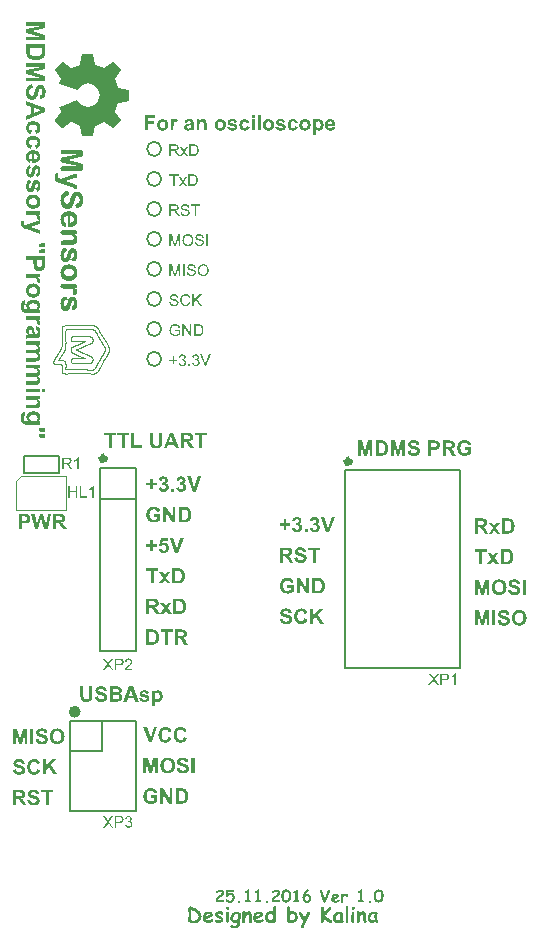
<source format=gto>
G04 Layer_Color=65535*
%FSLAX44Y44*%
%MOMM*%
G71*
G01*
G75*
%ADD14C,0.5000*%
%ADD21C,0.2000*%
%ADD22C,0.1000*%
G36*
X71489Y561870D02*
X71683Y561843D01*
X71905Y561787D01*
X72377Y561648D01*
X72849Y561426D01*
X73071Y561287D01*
X73266Y561093D01*
X73432Y560871D01*
X73543Y560621D01*
X73627Y560344D01*
X73654Y560010D01*
Y559955D01*
Y559844D01*
X73627Y559677D01*
X73571Y559455D01*
X73488Y559233D01*
X73377Y558983D01*
X73238Y558761D01*
X73016Y558595D01*
X72988Y558567D01*
X72905Y558511D01*
X72766Y558456D01*
X72599Y558372D01*
X72377Y558289D01*
X72127Y558206D01*
X71850Y558178D01*
X71544Y558150D01*
X71600D01*
X71711Y558123D01*
X71878Y558067D01*
X72100Y557984D01*
X72322Y557873D01*
X72599Y557706D01*
X72849Y557512D01*
X73071Y557290D01*
X73099Y557262D01*
X73155Y557151D01*
X73266Y557012D01*
X73377Y556790D01*
X73460Y556540D01*
X73571Y556207D01*
X73627Y555846D01*
X73654Y555430D01*
Y555374D01*
Y555235D01*
X73627Y555013D01*
X73571Y554708D01*
X73516Y554375D01*
X73404Y553986D01*
X73238Y553597D01*
X73044Y553181D01*
X73016Y553125D01*
X72933Y553014D01*
X72794Y552820D01*
X72627Y552626D01*
X72405Y552431D01*
X72127Y552237D01*
X71794Y552126D01*
X71433Y552070D01*
X71322D01*
X71184Y552098D01*
X71017Y552126D01*
X70850Y552209D01*
X70628Y552293D01*
X70434Y552431D01*
X70240Y552598D01*
X70212Y552626D01*
X70156Y552681D01*
X70101Y552792D01*
X70017Y552931D01*
X69907Y553098D01*
X69851Y553264D01*
X69795Y553486D01*
X69768Y553708D01*
Y553764D01*
Y553820D01*
X69795Y553903D01*
X69823Y554042D01*
X69851Y554208D01*
X69907Y554403D01*
X69990Y554652D01*
Y554680D01*
X70017Y554763D01*
X70073Y554902D01*
X70129Y555069D01*
X70212Y555457D01*
X70240Y555874D01*
Y555902D01*
Y555985D01*
X70212Y556096D01*
X70184Y556235D01*
X70101Y556596D01*
X69990Y556762D01*
X69879Y556929D01*
X69851Y556957D01*
X69823Y556984D01*
X69740Y557068D01*
X69629Y557151D01*
X69462Y557262D01*
X69296Y557373D01*
X69074Y557456D01*
X68824Y557567D01*
X68796D01*
X68685Y557595D01*
X68546Y557651D01*
X68324Y557706D01*
X68074Y557762D01*
X67769Y557817D01*
X67436Y557873D01*
X67075Y557901D01*
X66880D01*
X66658Y557928D01*
X66381D01*
X65992Y557956D01*
X65576D01*
X65076Y557984D01*
X61494D01*
X61300Y558012D01*
X61050Y558067D01*
X60773Y558123D01*
X60495Y558234D01*
X60217Y558372D01*
X59968Y558567D01*
X59940Y558595D01*
X59884Y558678D01*
X59773Y558789D01*
X59690Y558955D01*
X59579Y559150D01*
X59468Y559400D01*
X59412Y559677D01*
X59385Y559983D01*
Y560010D01*
Y560121D01*
X59412Y560288D01*
X59468Y560482D01*
X59523Y560704D01*
X59634Y560927D01*
X59773Y561149D01*
X59968Y561371D01*
X59995Y561399D01*
X60079Y561454D01*
X60217Y561537D01*
X60412Y561621D01*
X60634Y561732D01*
X60939Y561815D01*
X61300Y561870D01*
X61689Y561898D01*
X71350D01*
X71489Y561870D01*
D02*
G37*
G36*
X67102Y578334D02*
X67463Y578306D01*
X67908Y578250D01*
X68407Y578167D01*
X68907Y578056D01*
X69407Y577889D01*
X69434D01*
X69462Y577862D01*
X69629Y577806D01*
X69879Y577695D01*
X70184Y577528D01*
X70545Y577334D01*
X70934Y577112D01*
X71322Y576834D01*
X71683Y576501D01*
X71739Y576446D01*
X71850Y576335D01*
X72016Y576140D01*
X72211Y575863D01*
X72461Y575530D01*
X72683Y575169D01*
X72933Y574752D01*
X73127Y574280D01*
Y574252D01*
X73155Y574225D01*
X73210Y574058D01*
X73293Y573781D01*
X73404Y573420D01*
X73488Y573003D01*
X73571Y572531D01*
X73627Y571976D01*
X73654Y571421D01*
Y571393D01*
Y571337D01*
Y571254D01*
Y571143D01*
X73627Y570838D01*
X73599Y570477D01*
X73516Y570033D01*
X73432Y569533D01*
X73293Y569033D01*
X73127Y568533D01*
Y568506D01*
X73099Y568478D01*
X73044Y568311D01*
X72905Y568061D01*
X72738Y567756D01*
X72516Y567395D01*
X72266Y567034D01*
X71961Y566646D01*
X71628Y566285D01*
X71572Y566229D01*
X71461Y566118D01*
X71267Y565951D01*
X70989Y565757D01*
X70656Y565535D01*
X70295Y565285D01*
X69851Y565063D01*
X69379Y564869D01*
X69351D01*
X69324Y564841D01*
X69157Y564785D01*
X68879Y564702D01*
X68518Y564619D01*
X68102Y564536D01*
X67602Y564452D01*
X67075Y564397D01*
X66492Y564369D01*
X66242D01*
X65936Y564397D01*
X65548Y564425D01*
X65104Y564480D01*
X64632Y564591D01*
X64132Y564702D01*
X63632Y564869D01*
X63604D01*
X63577Y564897D01*
X63410Y564952D01*
X63160Y565063D01*
X62855Y565230D01*
X62494Y565424D01*
X62133Y565674D01*
X61744Y565951D01*
X61356Y566285D01*
X61300Y566340D01*
X61189Y566451D01*
X61023Y566646D01*
X60800Y566923D01*
X60578Y567256D01*
X60328Y567617D01*
X60079Y568061D01*
X59884Y568533D01*
X59857Y568589D01*
X59801Y568755D01*
X59718Y569033D01*
X59634Y569366D01*
X59551Y569810D01*
X59468Y570283D01*
X59412Y570838D01*
X59385Y571421D01*
Y571449D01*
Y571504D01*
Y571587D01*
Y571698D01*
X59412Y571976D01*
X59440Y572365D01*
X59496Y572809D01*
X59607Y573281D01*
X59718Y573781D01*
X59884Y574280D01*
X59912Y574336D01*
X59968Y574502D01*
X60106Y574724D01*
X60245Y575030D01*
X60467Y575363D01*
X60717Y575724D01*
X61023Y576113D01*
X61356Y576473D01*
X61411Y576501D01*
X61522Y576640D01*
X61744Y576807D01*
X61994Y577001D01*
X62327Y577223D01*
X62716Y577473D01*
X63133Y577695D01*
X63604Y577889D01*
X63632D01*
X63660Y577917D01*
X63827Y577973D01*
X64104Y578028D01*
X64465Y578111D01*
X64882Y578222D01*
X65381Y578278D01*
X65936Y578334D01*
X66519Y578361D01*
X66797D01*
X67102Y578334D01*
D02*
G37*
G36*
X63493Y592326D02*
X63632Y592298D01*
X63827Y592242D01*
X63993Y592159D01*
X64187Y592048D01*
X64382Y591881D01*
X64410Y591854D01*
X64465Y591798D01*
X64521Y591687D01*
X64632Y591548D01*
X64715Y591382D01*
X64770Y591187D01*
X64826Y590965D01*
X64854Y590715D01*
Y590688D01*
Y590604D01*
X64826Y590493D01*
Y590327D01*
X64715Y590021D01*
X64659Y589855D01*
X64548Y589716D01*
Y589688D01*
X64493Y589660D01*
X64410Y589605D01*
X64326Y589522D01*
X64049Y589300D01*
X63660Y589077D01*
X63632Y589050D01*
X63521Y588994D01*
X63382Y588883D01*
X63216Y588772D01*
X63021Y588605D01*
X62827Y588411D01*
X62633Y588189D01*
X62466Y587967D01*
X62439Y587939D01*
X62411Y587856D01*
X62355Y587689D01*
X62272Y587495D01*
X62189Y587217D01*
X62133Y586912D01*
X62105Y586523D01*
X62077Y586107D01*
Y586051D01*
Y585940D01*
X62105Y585774D01*
X62133Y585552D01*
X62244Y585080D01*
X62327Y584830D01*
X62466Y584608D01*
X62494Y584580D01*
X62522Y584524D01*
X62605Y584413D01*
X62716Y584302D01*
X62994Y584108D01*
X63133Y584053D01*
X63299Y584025D01*
X63410D01*
X63549Y584053D01*
X63716Y584108D01*
X63910Y584164D01*
X64076Y584275D01*
X64271Y584441D01*
X64410Y584636D01*
X64437Y584663D01*
X64465Y584747D01*
X64548Y584913D01*
X64632Y585135D01*
X64743Y585441D01*
X64882Y585829D01*
X65020Y586301D01*
X65159Y586856D01*
Y586884D01*
X65187Y586940D01*
X65215Y587023D01*
X65242Y587134D01*
X65326Y587439D01*
X65437Y587828D01*
X65576Y588272D01*
X65714Y588744D01*
X65881Y589216D01*
X66075Y589660D01*
X66103Y589716D01*
X66159Y589855D01*
X66270Y590049D01*
X66436Y590327D01*
X66631Y590604D01*
X66853Y590910D01*
X67102Y591215D01*
X67408Y591493D01*
X67436Y591521D01*
X67547Y591604D01*
X67741Y591715D01*
X67991Y591826D01*
X68296Y591965D01*
X68629Y592076D01*
X69046Y592159D01*
X69490Y592187D01*
X69684D01*
X69879Y592159D01*
X70156Y592104D01*
X70462Y592020D01*
X70823Y591909D01*
X71184Y591770D01*
X71544Y591548D01*
X71600Y591521D01*
X71711Y591437D01*
X71878Y591271D01*
X72100Y591076D01*
X72350Y590799D01*
X72599Y590493D01*
X72849Y590105D01*
X73071Y589660D01*
Y589633D01*
X73099Y589605D01*
X73155Y589438D01*
X73266Y589161D01*
X73377Y588828D01*
X73460Y588383D01*
X73571Y587884D01*
X73627Y587301D01*
X73654Y586690D01*
Y586662D01*
Y586634D01*
Y586468D01*
X73627Y586218D01*
Y585885D01*
X73571Y585496D01*
X73516Y585107D01*
X73460Y584663D01*
X73349Y584247D01*
Y584191D01*
X73293Y584053D01*
X73238Y583858D01*
X73155Y583608D01*
X73044Y583303D01*
X72905Y582998D01*
X72738Y582692D01*
X72572Y582415D01*
X72544Y582387D01*
X72488Y582304D01*
X72377Y582165D01*
X72266Y581998D01*
X72100Y581804D01*
X71905Y581609D01*
X71711Y581443D01*
X71489Y581276D01*
X71461Y581249D01*
X71378Y581221D01*
X71267Y581138D01*
X71100Y581054D01*
X70934Y580999D01*
X70712Y580915D01*
X70490Y580888D01*
X70267Y580860D01*
X70156D01*
X70045Y580888D01*
X69879Y580915D01*
X69684Y580971D01*
X69518Y581054D01*
X69324Y581165D01*
X69129Y581332D01*
X69101Y581360D01*
X69074Y581415D01*
X68990Y581526D01*
X68907Y581665D01*
X68824Y581859D01*
X68768Y582081D01*
X68713Y582331D01*
X68685Y582637D01*
Y582664D01*
Y582748D01*
X68713Y582859D01*
X68741Y582998D01*
X68824Y583331D01*
X68907Y583497D01*
X69018Y583664D01*
X69046Y583692D01*
X69074Y583747D01*
X69157Y583830D01*
X69268Y583941D01*
X69407Y584080D01*
X69573Y584219D01*
X69768Y584386D01*
X69990Y584580D01*
X70017Y584608D01*
X70073Y584636D01*
X70156Y584719D01*
X70240Y584830D01*
X70490Y585080D01*
X70712Y585413D01*
Y585441D01*
X70767Y585496D01*
X70795Y585607D01*
X70850Y585746D01*
X70906Y585940D01*
X70934Y586162D01*
X70989Y586412D01*
Y586690D01*
Y586718D01*
Y586829D01*
X70961Y586968D01*
Y587162D01*
X70850Y587606D01*
X70767Y587828D01*
X70656Y588050D01*
X70628Y588078D01*
X70601Y588134D01*
X70434Y588300D01*
X70184Y588467D01*
X70017Y588522D01*
X69851Y588550D01*
X69795D01*
X69601Y588494D01*
X69379Y588383D01*
X69268Y588300D01*
X69157Y588189D01*
Y588161D01*
X69101Y588134D01*
X69046Y588022D01*
X68990Y587911D01*
X68907Y587773D01*
X68824Y587578D01*
X68741Y587356D01*
X68657Y587106D01*
Y587079D01*
X68629Y586968D01*
X68574Y586801D01*
X68518Y586551D01*
X68435Y586273D01*
X68352Y585913D01*
X68241Y585496D01*
X68130Y585024D01*
Y584996D01*
X68102Y584941D01*
Y584858D01*
X68046Y584747D01*
X67963Y584469D01*
X67852Y584080D01*
X67713Y583664D01*
X67547Y583220D01*
X67352Y582775D01*
X67158Y582359D01*
X67130Y582304D01*
X67047Y582192D01*
X66936Y581998D01*
X66797Y581748D01*
X66603Y581498D01*
X66353Y581221D01*
X66103Y580971D01*
X65825Y580749D01*
X65798Y580721D01*
X65687Y580666D01*
X65520Y580582D01*
X65326Y580471D01*
X65048Y580360D01*
X64743Y580277D01*
X64410Y580221D01*
X64049Y580194D01*
X63799D01*
X63521Y580221D01*
X63188Y580277D01*
X62772Y580388D01*
X62355Y580499D01*
X61911Y580693D01*
X61494Y580943D01*
X61439Y580971D01*
X61328Y581082D01*
X61134Y581249D01*
X60911Y581471D01*
X60634Y581776D01*
X60384Y582137D01*
X60134Y582581D01*
X59912Y583081D01*
Y583109D01*
X59884Y583136D01*
X59857Y583220D01*
X59829Y583331D01*
X59801Y583470D01*
X59745Y583636D01*
X59662Y584025D01*
X59551Y584497D01*
X59468Y585080D01*
X59412Y585718D01*
X59385Y586440D01*
Y586468D01*
Y586523D01*
Y586607D01*
Y586745D01*
X59412Y586912D01*
Y587106D01*
X59468Y587551D01*
X59523Y588050D01*
X59607Y588578D01*
X59745Y589133D01*
X59940Y589660D01*
Y589688D01*
X59968Y589716D01*
X60051Y589883D01*
X60162Y590132D01*
X60356Y590410D01*
X60551Y590743D01*
X60800Y591076D01*
X61106Y591409D01*
X61411Y591687D01*
X61467Y591715D01*
X61578Y591798D01*
X61744Y591909D01*
X61994Y592020D01*
X62272Y592131D01*
X62577Y592242D01*
X62910Y592326D01*
X63244Y592353D01*
X63355D01*
X63493Y592326D01*
D02*
G37*
G36*
Y551182D02*
X63632Y551154D01*
X63827Y551099D01*
X63993Y551016D01*
X64187Y550904D01*
X64382Y550738D01*
X64410Y550710D01*
X64465Y550655D01*
X64521Y550544D01*
X64632Y550405D01*
X64715Y550238D01*
X64770Y550044D01*
X64826Y549822D01*
X64854Y549572D01*
Y549544D01*
Y549461D01*
X64826Y549350D01*
Y549183D01*
X64715Y548878D01*
X64659Y548711D01*
X64548Y548572D01*
Y548545D01*
X64493Y548517D01*
X64410Y548461D01*
X64326Y548378D01*
X64049Y548156D01*
X63660Y547934D01*
X63632Y547906D01*
X63521Y547851D01*
X63382Y547739D01*
X63216Y547629D01*
X63021Y547462D01*
X62827Y547268D01*
X62633Y547046D01*
X62466Y546823D01*
X62439Y546796D01*
X62411Y546712D01*
X62355Y546546D01*
X62272Y546351D01*
X62189Y546074D01*
X62133Y545768D01*
X62105Y545380D01*
X62077Y544963D01*
Y544908D01*
Y544797D01*
X62105Y544630D01*
X62133Y544408D01*
X62244Y543936D01*
X62327Y543686D01*
X62466Y543464D01*
X62494Y543436D01*
X62522Y543381D01*
X62605Y543270D01*
X62716Y543159D01*
X62994Y542964D01*
X63133Y542909D01*
X63299Y542881D01*
X63410D01*
X63549Y542909D01*
X63716Y542964D01*
X63910Y543020D01*
X64076Y543131D01*
X64271Y543298D01*
X64410Y543492D01*
X64437Y543520D01*
X64465Y543603D01*
X64548Y543769D01*
X64632Y543992D01*
X64743Y544297D01*
X64882Y544686D01*
X65020Y545158D01*
X65159Y545713D01*
Y545741D01*
X65187Y545796D01*
X65215Y545880D01*
X65242Y545990D01*
X65326Y546296D01*
X65437Y546685D01*
X65576Y547129D01*
X65714Y547601D01*
X65881Y548073D01*
X66075Y548517D01*
X66103Y548572D01*
X66159Y548711D01*
X66270Y548906D01*
X66436Y549183D01*
X66631Y549461D01*
X66853Y549766D01*
X67102Y550072D01*
X67408Y550349D01*
X67436Y550377D01*
X67547Y550460D01*
X67741Y550571D01*
X67991Y550682D01*
X68296Y550821D01*
X68629Y550932D01*
X69046Y551016D01*
X69490Y551043D01*
X69684D01*
X69879Y551016D01*
X70156Y550960D01*
X70462Y550877D01*
X70823Y550766D01*
X71184Y550627D01*
X71544Y550405D01*
X71600Y550377D01*
X71711Y550294D01*
X71878Y550127D01*
X72100Y549933D01*
X72350Y549655D01*
X72599Y549350D01*
X72849Y548961D01*
X73071Y548517D01*
Y548489D01*
X73099Y548461D01*
X73155Y548295D01*
X73266Y548017D01*
X73377Y547684D01*
X73460Y547240D01*
X73571Y546740D01*
X73627Y546157D01*
X73654Y545546D01*
Y545519D01*
Y545491D01*
Y545324D01*
X73627Y545074D01*
Y544741D01*
X73571Y544353D01*
X73516Y543964D01*
X73460Y543520D01*
X73349Y543103D01*
Y543048D01*
X73293Y542909D01*
X73238Y542715D01*
X73155Y542465D01*
X73044Y542159D01*
X72905Y541854D01*
X72738Y541549D01*
X72572Y541271D01*
X72544Y541243D01*
X72488Y541160D01*
X72377Y541021D01*
X72266Y540854D01*
X72100Y540660D01*
X71905Y540466D01*
X71711Y540299D01*
X71489Y540133D01*
X71461Y540105D01*
X71378Y540077D01*
X71267Y539994D01*
X71100Y539911D01*
X70934Y539855D01*
X70712Y539772D01*
X70490Y539744D01*
X70267Y539716D01*
X70156D01*
X70045Y539744D01*
X69879Y539772D01*
X69684Y539827D01*
X69518Y539911D01*
X69324Y540022D01*
X69129Y540188D01*
X69101Y540216D01*
X69074Y540271D01*
X68990Y540383D01*
X68907Y540521D01*
X68824Y540716D01*
X68768Y540938D01*
X68713Y541188D01*
X68685Y541493D01*
Y541521D01*
Y541604D01*
X68713Y541715D01*
X68741Y541854D01*
X68824Y542187D01*
X68907Y542354D01*
X69018Y542520D01*
X69046Y542548D01*
X69074Y542603D01*
X69157Y542687D01*
X69268Y542798D01*
X69407Y542937D01*
X69573Y543075D01*
X69768Y543242D01*
X69990Y543436D01*
X70017Y543464D01*
X70073Y543492D01*
X70156Y543575D01*
X70240Y543686D01*
X70490Y543936D01*
X70712Y544269D01*
Y544297D01*
X70767Y544353D01*
X70795Y544464D01*
X70850Y544602D01*
X70906Y544797D01*
X70934Y545019D01*
X70989Y545269D01*
Y545546D01*
Y545574D01*
Y545685D01*
X70961Y545824D01*
Y546018D01*
X70850Y546463D01*
X70767Y546685D01*
X70656Y546907D01*
X70628Y546934D01*
X70601Y546990D01*
X70434Y547156D01*
X70184Y547323D01*
X70017Y547379D01*
X69851Y547406D01*
X69795D01*
X69601Y547351D01*
X69379Y547240D01*
X69268Y547156D01*
X69157Y547046D01*
Y547018D01*
X69101Y546990D01*
X69046Y546879D01*
X68990Y546768D01*
X68907Y546629D01*
X68824Y546435D01*
X68741Y546213D01*
X68657Y545963D01*
Y545935D01*
X68629Y545824D01*
X68574Y545657D01*
X68518Y545407D01*
X68435Y545130D01*
X68352Y544769D01*
X68241Y544353D01*
X68130Y543881D01*
Y543853D01*
X68102Y543797D01*
Y543714D01*
X68046Y543603D01*
X67963Y543325D01*
X67852Y542937D01*
X67713Y542520D01*
X67547Y542076D01*
X67352Y541632D01*
X67158Y541215D01*
X67130Y541160D01*
X67047Y541049D01*
X66936Y540854D01*
X66797Y540605D01*
X66603Y540355D01*
X66353Y540077D01*
X66103Y539827D01*
X65825Y539605D01*
X65798Y539577D01*
X65687Y539522D01*
X65520Y539439D01*
X65326Y539328D01*
X65048Y539216D01*
X64743Y539133D01*
X64410Y539078D01*
X64049Y539050D01*
X63799D01*
X63521Y539078D01*
X63188Y539133D01*
X62772Y539244D01*
X62355Y539355D01*
X61911Y539550D01*
X61494Y539800D01*
X61439Y539827D01*
X61328Y539938D01*
X61134Y540105D01*
X60911Y540327D01*
X60634Y540632D01*
X60384Y540993D01*
X60134Y541437D01*
X59912Y541937D01*
Y541965D01*
X59884Y541993D01*
X59857Y542076D01*
X59829Y542187D01*
X59801Y542326D01*
X59745Y542492D01*
X59662Y542881D01*
X59551Y543353D01*
X59468Y543936D01*
X59412Y544575D01*
X59385Y545297D01*
Y545324D01*
Y545380D01*
Y545463D01*
Y545602D01*
X59412Y545768D01*
Y545963D01*
X59468Y546407D01*
X59523Y546907D01*
X59607Y547434D01*
X59745Y547989D01*
X59940Y548517D01*
Y548545D01*
X59968Y548572D01*
X60051Y548739D01*
X60162Y548989D01*
X60356Y549267D01*
X60551Y549600D01*
X60800Y549933D01*
X61106Y550266D01*
X61411Y550544D01*
X61467Y550571D01*
X61578Y550655D01*
X61744Y550766D01*
X61994Y550877D01*
X62272Y550988D01*
X62577Y551099D01*
X62910Y551182D01*
X63244Y551210D01*
X63355D01*
X63493Y551182D01*
D02*
G37*
G36*
X46493Y743952D02*
X35547Y741083D01*
X46493Y738237D01*
Y733378D01*
X30480D01*
Y736363D01*
X43068Y736386D01*
X30480Y739533D01*
Y742656D01*
X43068Y745803D01*
X30480D01*
Y748788D01*
X46493D01*
Y743952D01*
D02*
G37*
G36*
Y759016D02*
Y758993D01*
Y758923D01*
Y758831D01*
Y758692D01*
Y758507D01*
X46469Y758322D01*
X46446Y757882D01*
X46423Y757396D01*
X46354Y756887D01*
X46284Y756401D01*
X46168Y755962D01*
Y755938D01*
X46145Y755892D01*
X46122Y755823D01*
X46099Y755730D01*
X45983Y755452D01*
X45821Y755128D01*
X45613Y754758D01*
X45359Y754342D01*
X45058Y753948D01*
X44688Y753555D01*
Y753532D01*
X44641Y753509D01*
X44503Y753393D01*
X44271Y753208D01*
X43970Y753000D01*
X43600Y752745D01*
X43160Y752491D01*
X42651Y752236D01*
X42096Y752028D01*
X42073D01*
X42027Y752005D01*
X41934Y751982D01*
X41818Y751935D01*
X41680Y751912D01*
X41494Y751866D01*
X41286Y751820D01*
X41055Y751750D01*
X40800Y751704D01*
X40499Y751658D01*
X40198Y751611D01*
X39852Y751588D01*
X39134Y751519D01*
X38324Y751496D01*
X38000D01*
X37815Y751519D01*
X37630D01*
X37399Y751542D01*
X37144Y751565D01*
X36612Y751611D01*
X36057Y751704D01*
X35478Y751843D01*
X34923Y752005D01*
X34900D01*
X34853Y752028D01*
X34761Y752074D01*
X34622Y752120D01*
X34483Y752167D01*
X34321Y752259D01*
X33905Y752444D01*
X33465Y752676D01*
X32979Y752977D01*
X32516Y753324D01*
X32077Y753717D01*
X32030Y753763D01*
X31938Y753879D01*
X31799Y754064D01*
X31614Y754319D01*
X31406Y754643D01*
X31197Y755013D01*
X30989Y755476D01*
X30804Y755985D01*
Y756008D01*
X30781Y756031D01*
Y756100D01*
X30758Y756170D01*
X30711Y756424D01*
X30642Y756748D01*
X30573Y757142D01*
X30526Y757628D01*
X30503Y758206D01*
X30480Y758831D01*
Y764893D01*
X46493D01*
Y759016D01*
D02*
G37*
G36*
Y778754D02*
X35547Y775885D01*
X46493Y773038D01*
Y768179D01*
X30480D01*
Y771164D01*
X43068Y771187D01*
X30480Y774334D01*
Y777458D01*
X43068Y780605D01*
X30480D01*
Y783590D01*
X46493D01*
Y778754D01*
D02*
G37*
G36*
X71822Y607401D02*
X72072Y607373D01*
X72322Y607317D01*
X72599Y607234D01*
X72849Y607123D01*
X73071Y606956D01*
X73099Y606929D01*
X73155Y606873D01*
X73266Y606762D01*
X73377Y606595D01*
X73460Y606401D01*
X73571Y606179D01*
X73627Y605929D01*
X73654Y605624D01*
Y605596D01*
Y605540D01*
Y605429D01*
X73627Y605318D01*
X73543Y605013D01*
X73404Y604680D01*
Y604652D01*
X73349Y604596D01*
X73210Y604430D01*
X72988Y604208D01*
X72655Y603986D01*
X72627D01*
X72572Y603958D01*
X72461Y603903D01*
X72350Y603847D01*
X72183Y603819D01*
X71989Y603764D01*
X71517Y603736D01*
X71378D01*
X71433Y603708D01*
X71572Y603653D01*
X71767Y603542D01*
X72016Y603375D01*
X72294Y603153D01*
X72572Y602903D01*
X72821Y602570D01*
X73071Y602181D01*
X73099Y602126D01*
X73155Y601987D01*
X73266Y601737D01*
X73377Y601432D01*
X73460Y601043D01*
X73571Y600626D01*
X73627Y600155D01*
X73654Y599627D01*
Y599599D01*
Y599572D01*
Y599488D01*
Y599377D01*
X73627Y599127D01*
X73571Y598767D01*
X73488Y598378D01*
X73377Y597961D01*
X73238Y597517D01*
X73016Y597101D01*
X72988Y597045D01*
X72905Y596906D01*
X72766Y596712D01*
X72572Y596462D01*
X72322Y596185D01*
X72016Y595907D01*
X71683Y595629D01*
X71267Y595407D01*
X71239Y595379D01*
X71156Y595352D01*
X71017Y595296D01*
X70850Y595213D01*
X70628Y595130D01*
X70378Y595046D01*
X69851Y594935D01*
X69823D01*
X69712Y594907D01*
X69546D01*
X69351Y594880D01*
X69074Y594852D01*
X68741D01*
X68380Y594824D01*
X61494D01*
X61300Y594852D01*
X61050Y594880D01*
X60773Y594963D01*
X60495Y595046D01*
X60217Y595185D01*
X59968Y595379D01*
X59940Y595407D01*
X59884Y595463D01*
X59773Y595602D01*
X59690Y595740D01*
X59579Y595962D01*
X59468Y596185D01*
X59412Y596490D01*
X59385Y596795D01*
Y596823D01*
Y596934D01*
X59412Y597101D01*
X59468Y597295D01*
X59523Y597517D01*
X59634Y597739D01*
X59773Y597961D01*
X59968Y598184D01*
X59995Y598211D01*
X60079Y598267D01*
X60217Y598350D01*
X60412Y598433D01*
X60662Y598544D01*
X60939Y598628D01*
X61300Y598683D01*
X61689Y598711D01*
X67602D01*
X67880Y598739D01*
X68241Y598767D01*
X68629Y598822D01*
X69018Y598905D01*
X69407Y599016D01*
X69740Y599155D01*
X69768Y599183D01*
X69879Y599238D01*
X69990Y599350D01*
X70156Y599516D01*
X70295Y599738D01*
X70434Y600016D01*
X70517Y600377D01*
X70545Y600793D01*
Y600821D01*
Y600932D01*
X70517Y601099D01*
X70490Y601293D01*
X70434Y601515D01*
X70323Y601765D01*
X70212Y602042D01*
X70045Y602292D01*
X70017Y602320D01*
X69962Y602403D01*
X69823Y602514D01*
X69684Y602681D01*
X69462Y602848D01*
X69212Y603014D01*
X68907Y603181D01*
X68574Y603320D01*
X68546D01*
X68435Y603347D01*
X68268Y603375D01*
X68019Y603403D01*
X67658Y603458D01*
X67436D01*
X67214Y603486D01*
X66936D01*
X66631Y603514D01*
X61494D01*
X61300Y603542D01*
X61050Y603569D01*
X60773Y603653D01*
X60495Y603736D01*
X60217Y603875D01*
X59968Y604069D01*
X59940Y604097D01*
X59884Y604180D01*
X59773Y604291D01*
X59690Y604458D01*
X59579Y604652D01*
X59468Y604902D01*
X59412Y605207D01*
X59385Y605513D01*
Y605540D01*
Y605652D01*
X59412Y605818D01*
X59468Y606012D01*
X59523Y606235D01*
X59634Y606457D01*
X59773Y606679D01*
X59968Y606901D01*
X59995Y606929D01*
X60079Y606984D01*
X60217Y607067D01*
X60412Y607151D01*
X60662Y607262D01*
X60939Y607345D01*
X61300Y607401D01*
X61689Y607428D01*
X71628D01*
X71822Y607401D01*
D02*
G37*
G36*
X210641Y39520D02*
X210770Y39502D01*
X210900Y39465D01*
X211030Y39409D01*
X211159Y39335D01*
X211289Y39243D01*
X211307Y39224D01*
X211345Y39187D01*
X211400Y39132D01*
X211456Y39058D01*
X211511Y38946D01*
X211567Y38835D01*
X211604Y38706D01*
X211622Y38558D01*
Y38539D01*
Y38502D01*
X211604Y38428D01*
X211585Y38354D01*
X211530Y38243D01*
X211474Y38150D01*
X211381Y38039D01*
X211270Y37928D01*
X211252Y37910D01*
X211215Y37891D01*
X211141Y37836D01*
X211048Y37780D01*
X210937Y37724D01*
X210789Y37687D01*
X210641Y37650D01*
X210474Y37632D01*
X210400D01*
X210308Y37650D01*
X210196Y37669D01*
X210067Y37706D01*
X209937Y37761D01*
X209789Y37836D01*
X209659Y37928D01*
X209641Y37947D01*
X209604Y37984D01*
X209548Y38039D01*
X209493Y38113D01*
X209382Y38317D01*
X209345Y38428D01*
X209326Y38558D01*
Y38576D01*
Y38613D01*
X209345Y38687D01*
X209363Y38780D01*
X209400Y38891D01*
X209474Y39002D01*
X209548Y39113D01*
X209659Y39224D01*
X209678Y39243D01*
X209715Y39280D01*
X209789Y39317D01*
X209900Y39391D01*
X210011Y39446D01*
X210159Y39483D01*
X210308Y39520D01*
X210474Y39539D01*
X210567D01*
X210641Y39520D01*
D02*
G37*
G36*
X234379D02*
X234509Y39502D01*
X234638Y39465D01*
X234768Y39409D01*
X234898Y39335D01*
X235027Y39243D01*
X235046Y39224D01*
X235083Y39187D01*
X235138Y39132D01*
X235194Y39058D01*
X235249Y38946D01*
X235305Y38835D01*
X235342Y38706D01*
X235361Y38558D01*
Y38539D01*
Y38502D01*
X235342Y38428D01*
X235324Y38354D01*
X235268Y38243D01*
X235212Y38150D01*
X235120Y38039D01*
X235009Y37928D01*
X234990Y37910D01*
X234953Y37891D01*
X234879Y37836D01*
X234786Y37780D01*
X234675Y37724D01*
X234527Y37687D01*
X234379Y37650D01*
X234212Y37632D01*
X234138D01*
X234046Y37650D01*
X233935Y37669D01*
X233805Y37706D01*
X233675Y37761D01*
X233527Y37836D01*
X233398Y37928D01*
X233379Y37947D01*
X233342Y37984D01*
X233287Y38039D01*
X233231Y38113D01*
X233120Y38317D01*
X233083Y38428D01*
X233064Y38558D01*
Y38576D01*
Y38613D01*
X233083Y38687D01*
X233102Y38780D01*
X233139Y38891D01*
X233213Y39002D01*
X233287Y39113D01*
X233398Y39224D01*
X233416Y39243D01*
X233453Y39280D01*
X233527Y39317D01*
X233638Y39391D01*
X233750Y39446D01*
X233898Y39483D01*
X234046Y39520D01*
X234212Y39539D01*
X234305D01*
X234379Y39520D01*
D02*
G37*
G36*
X321426D02*
X321555Y39502D01*
X321685Y39465D01*
X321814Y39409D01*
X321944Y39335D01*
X322074Y39243D01*
X322092Y39224D01*
X322129Y39187D01*
X322185Y39132D01*
X322240Y39058D01*
X322296Y38946D01*
X322351Y38835D01*
X322388Y38706D01*
X322407Y38558D01*
Y38539D01*
Y38502D01*
X322388Y38428D01*
X322370Y38354D01*
X322314Y38243D01*
X322259Y38150D01*
X322166Y38039D01*
X322055Y37928D01*
X322037Y37910D01*
X322000Y37891D01*
X321926Y37836D01*
X321833Y37780D01*
X321722Y37724D01*
X321574Y37687D01*
X321426Y37650D01*
X321259Y37632D01*
X321185D01*
X321092Y37650D01*
X320981Y37669D01*
X320852Y37706D01*
X320722Y37761D01*
X320574Y37836D01*
X320444Y37928D01*
X320426Y37947D01*
X320389Y37984D01*
X320333Y38039D01*
X320278Y38113D01*
X320167Y38317D01*
X320130Y38428D01*
X320111Y38558D01*
Y38576D01*
Y38613D01*
X320130Y38687D01*
X320148Y38780D01*
X320185Y38891D01*
X320259Y39002D01*
X320333Y39113D01*
X320444Y39224D01*
X320463Y39243D01*
X320500Y39280D01*
X320574Y39317D01*
X320685Y39391D01*
X320796Y39446D01*
X320944Y39483D01*
X321092Y39520D01*
X321259Y39539D01*
X321352D01*
X321426Y39520D01*
D02*
G37*
G36*
X76542Y675612D02*
X76819Y675557D01*
X77097Y675473D01*
X77402Y675335D01*
X77652Y675168D01*
X77874Y674946D01*
X77902Y674918D01*
X77958Y674807D01*
X78041Y674668D01*
X78124Y674446D01*
X78207Y674196D01*
X78291Y673891D01*
X78346Y673530D01*
X78374Y673114D01*
Y671975D01*
Y671920D01*
Y671809D01*
Y671615D01*
X78346Y671365D01*
X78291Y670837D01*
X78235Y670587D01*
X78152Y670365D01*
Y670337D01*
X78096Y670282D01*
X78041Y670171D01*
X77985Y670060D01*
X77874Y669921D01*
X77735Y669782D01*
X77569Y669671D01*
X77375Y669560D01*
X77347D01*
X77263Y669505D01*
X77152Y669477D01*
X76986Y669393D01*
X76736Y669310D01*
X76458Y669227D01*
X76125Y669116D01*
X75737Y669005D01*
X65992Y666645D01*
X75737Y664258D01*
X75792Y664230D01*
X75931Y664202D01*
X76125Y664146D01*
X76375Y664063D01*
X76930Y663897D01*
X77180Y663785D01*
X77402Y663702D01*
X77430D01*
X77486Y663647D01*
X77569Y663591D01*
X77708Y663508D01*
X77930Y663258D01*
X78069Y663119D01*
X78152Y662925D01*
Y662897D01*
X78180Y662814D01*
X78235Y662703D01*
X78263Y662536D01*
X78318Y662286D01*
X78346Y662009D01*
X78374Y661703D01*
Y661315D01*
Y660176D01*
Y660121D01*
Y659982D01*
X78346Y659788D01*
X78318Y659510D01*
X78263Y659232D01*
X78152Y658899D01*
X78041Y658594D01*
X77874Y658316D01*
X77846Y658289D01*
X77791Y658205D01*
X77652Y658094D01*
X77486Y657955D01*
X77236Y657817D01*
X76930Y657706D01*
X76542Y657622D01*
X76097Y657595D01*
X61522D01*
X61328Y657622D01*
X61078Y657650D01*
X60800Y657733D01*
X60495Y657817D01*
X60217Y657955D01*
X59968Y658150D01*
X59940Y658178D01*
X59884Y658233D01*
X59773Y658372D01*
X59690Y658539D01*
X59579Y658733D01*
X59468Y658983D01*
X59412Y659260D01*
X59385Y659593D01*
Y659621D01*
Y659732D01*
X59412Y659899D01*
X59468Y660093D01*
X59523Y660315D01*
X59634Y660537D01*
X59773Y660760D01*
X59968Y660982D01*
X59995Y661009D01*
X60079Y661065D01*
X60217Y661148D01*
X60412Y661231D01*
X60662Y661342D01*
X60939Y661426D01*
X61300Y661481D01*
X61717Y661509D01*
X74015D01*
X62605Y663924D01*
X62550D01*
X62411Y663980D01*
X62216Y664035D01*
X61967Y664091D01*
X61411Y664230D01*
X61161Y664313D01*
X60911Y664396D01*
X60884D01*
X60828Y664424D01*
X60717Y664480D01*
X60578Y664563D01*
X60412Y664674D01*
X60245Y664785D01*
X60051Y664952D01*
X59857Y665146D01*
X59829Y665174D01*
X59773Y665229D01*
X59718Y665368D01*
X59634Y665535D01*
X59523Y665757D01*
X59468Y666006D01*
X59412Y666312D01*
X59385Y666645D01*
Y666673D01*
Y666756D01*
X59412Y666895D01*
Y667061D01*
X59523Y667450D01*
X59579Y667672D01*
X59690Y667867D01*
X59718Y667894D01*
X59745Y667950D01*
X59801Y668033D01*
X59912Y668144D01*
X60134Y668394D01*
X60467Y668644D01*
X60495D01*
X60551Y668699D01*
X60634Y668727D01*
X60773Y668811D01*
X61078Y668949D01*
X61467Y669060D01*
X61494D01*
X61578Y669088D01*
X61689Y669116D01*
X61856Y669144D01*
X62077Y669199D01*
X62300Y669255D01*
X62605Y669310D01*
X62910Y669366D01*
X74015Y671725D01*
X61522D01*
X61328Y671753D01*
X61078Y671781D01*
X60800Y671864D01*
X60495Y671948D01*
X60217Y672086D01*
X59968Y672281D01*
X59940Y672309D01*
X59884Y672364D01*
X59773Y672503D01*
X59690Y672669D01*
X59579Y672864D01*
X59468Y673114D01*
X59412Y673391D01*
X59385Y673724D01*
Y673752D01*
Y673863D01*
X59412Y674030D01*
X59468Y674224D01*
X59523Y674446D01*
X59634Y674668D01*
X59773Y674890D01*
X59968Y675113D01*
X59995Y675140D01*
X60079Y675196D01*
X60217Y675279D01*
X60412Y675362D01*
X60662Y675473D01*
X60939Y675557D01*
X61300Y675612D01*
X61717Y675640D01*
X76320D01*
X76542Y675612D01*
D02*
G37*
G36*
X67075Y623336D02*
X67463Y623308D01*
X67908Y623253D01*
X68407Y623169D01*
X68907Y623058D01*
X69407Y622920D01*
X69434D01*
X69462Y622892D01*
X69629Y622836D01*
X69879Y622725D01*
X70184Y622559D01*
X70545Y622392D01*
X70934Y622142D01*
X71322Y621865D01*
X71683Y621559D01*
X71739Y621531D01*
X71850Y621393D01*
X72016Y621198D01*
X72238Y620948D01*
X72461Y620643D01*
X72710Y620282D01*
X72960Y619866D01*
X73155Y619394D01*
Y619366D01*
X73182Y619338D01*
X73238Y619172D01*
X73321Y618894D01*
X73432Y618533D01*
X73516Y618117D01*
X73599Y617617D01*
X73654Y617090D01*
X73682Y616507D01*
Y616479D01*
Y616423D01*
Y616312D01*
Y616173D01*
X73654Y615979D01*
X73627Y615785D01*
X73571Y615285D01*
X73460Y614730D01*
X73321Y614147D01*
X73099Y613564D01*
X72794Y612981D01*
Y612953D01*
X72766Y612925D01*
X72710Y612842D01*
X72627Y612731D01*
X72433Y612453D01*
X72183Y612148D01*
X71850Y611759D01*
X71461Y611398D01*
X71017Y611037D01*
X70517Y610732D01*
X70490D01*
X70462Y610704D01*
X70378Y610649D01*
X70267Y610621D01*
X69990Y610482D01*
X69657Y610343D01*
X69212Y610232D01*
X68741Y610093D01*
X68213Y610010D01*
X67685Y609982D01*
X67463D01*
X67214Y610038D01*
X66936Y610093D01*
X66603Y610177D01*
X66297Y610343D01*
X66048Y610538D01*
X65825Y610815D01*
X65798Y610843D01*
X65770Y610954D01*
X65687Y611148D01*
X65631Y611398D01*
X65548Y611731D01*
X65465Y612120D01*
X65437Y612564D01*
X65409Y613064D01*
Y619422D01*
X65270D01*
X65104Y619394D01*
X64882Y619366D01*
X64632Y619310D01*
X64354Y619227D01*
X64049Y619116D01*
X63743Y618977D01*
X63716Y618950D01*
X63604Y618894D01*
X63466Y618811D01*
X63299Y618672D01*
X63105Y618533D01*
X62883Y618339D01*
X62688Y618144D01*
X62522Y617895D01*
X62494Y617867D01*
X62466Y617784D01*
X62411Y617617D01*
X62327Y617450D01*
X62244Y617228D01*
X62189Y616951D01*
X62161Y616673D01*
X62133Y616368D01*
Y616340D01*
Y616257D01*
Y616146D01*
X62161Y616007D01*
X62189Y615674D01*
X62244Y615313D01*
Y615285D01*
X62272Y615229D01*
X62300Y615146D01*
X62355Y615007D01*
X62466Y614730D01*
X62661Y614397D01*
Y614369D01*
X62716Y614313D01*
X62772Y614230D01*
X62855Y614119D01*
X63049Y613869D01*
X63271Y613564D01*
X63299Y613536D01*
X63327Y613480D01*
X63410Y613397D01*
X63521Y613286D01*
X63660Y613147D01*
X63827Y612953D01*
X64215Y612537D01*
Y612509D01*
X64271Y612481D01*
X64299Y612398D01*
X64354Y612287D01*
X64437Y612009D01*
X64493Y611648D01*
Y611620D01*
Y611537D01*
X64465Y611426D01*
X64437Y611287D01*
X64354Y610954D01*
X64243Y610788D01*
X64132Y610621D01*
X64104Y610593D01*
X64076Y610565D01*
X63993Y610482D01*
X63882Y610399D01*
X63743Y610343D01*
X63577Y610260D01*
X63382Y610232D01*
X63160Y610205D01*
X63077D01*
X62966Y610232D01*
X62827Y610260D01*
X62661Y610288D01*
X62466Y610371D01*
X62244Y610454D01*
X61994Y610593D01*
X61967Y610621D01*
X61883Y610649D01*
X61744Y610760D01*
X61578Y610871D01*
X61384Y611037D01*
X61189Y611232D01*
X60939Y611454D01*
X60717Y611731D01*
X60689Y611759D01*
X60634Y611870D01*
X60523Y612037D01*
X60384Y612259D01*
X60217Y612537D01*
X60051Y612870D01*
X59912Y613231D01*
X59745Y613647D01*
X59718Y613703D01*
X59690Y613841D01*
X59634Y614091D01*
X59579Y614397D01*
X59496Y614785D01*
X59440Y615229D01*
X59412Y615729D01*
X59385Y616257D01*
Y616284D01*
Y616395D01*
Y616590D01*
X59412Y616812D01*
X59440Y617090D01*
X59496Y617423D01*
X59551Y617784D01*
X59634Y618172D01*
X59718Y618589D01*
X59857Y619033D01*
X59995Y619449D01*
X60190Y619893D01*
X60412Y620338D01*
X60662Y620754D01*
X60967Y621143D01*
X61300Y621504D01*
X61328Y621531D01*
X61384Y621587D01*
X61494Y621670D01*
X61661Y621781D01*
X61856Y621948D01*
X62077Y622087D01*
X62355Y622253D01*
X62688Y622420D01*
X63049Y622614D01*
X63438Y622781D01*
X63854Y622920D01*
X64326Y623058D01*
X64826Y623197D01*
X65353Y623280D01*
X65909Y623336D01*
X66519Y623364D01*
X66797D01*
X67075Y623336D01*
D02*
G37*
G36*
X65242Y640437D02*
X65409Y640410D01*
X65631Y640327D01*
X65853Y640243D01*
X66075Y640104D01*
X66270Y639938D01*
X66297Y639910D01*
X66353Y639827D01*
X66436Y639716D01*
X66547Y639549D01*
X66658Y639355D01*
X66742Y639133D01*
X66797Y638855D01*
X66825Y638577D01*
Y638550D01*
Y638466D01*
X66797Y638328D01*
X66769Y638161D01*
X66714Y637967D01*
X66631Y637772D01*
X66519Y637578D01*
X66381Y637411D01*
X66353Y637384D01*
X66297Y637328D01*
X66214Y637245D01*
X66075Y637134D01*
X65909Y637023D01*
X65714Y636884D01*
X65465Y636745D01*
X65187Y636634D01*
X65159Y636606D01*
X65048Y636579D01*
X64882Y636495D01*
X64715Y636412D01*
X64243Y636190D01*
X63799Y635940D01*
X63771Y635912D01*
X63716Y635857D01*
X63604Y635774D01*
X63493Y635662D01*
X63327Y635524D01*
X63188Y635329D01*
X63049Y635107D01*
X62910Y634885D01*
Y634857D01*
X62855Y634774D01*
X62799Y634608D01*
X62744Y634413D01*
X62688Y634163D01*
X62633Y633830D01*
X62605Y633497D01*
X62577Y633080D01*
Y633053D01*
Y632997D01*
Y632942D01*
Y632831D01*
X62605Y632525D01*
X62661Y632192D01*
X62744Y631776D01*
X62883Y631359D01*
X63049Y630971D01*
X63271Y630582D01*
X63299Y630554D01*
X63410Y630443D01*
X63549Y630277D01*
X63743Y630110D01*
X63993Y629943D01*
X64299Y629777D01*
X64632Y629666D01*
X64993Y629638D01*
X65131D01*
X65270Y629666D01*
X65465Y629694D01*
X65659Y629749D01*
X65881Y629860D01*
X66103Y629971D01*
X66297Y630138D01*
X66325Y630165D01*
X66381Y630221D01*
X66464Y630332D01*
X66575Y630499D01*
X66714Y630693D01*
X66825Y630915D01*
X66964Y631165D01*
X67075Y631470D01*
X67102Y631498D01*
X67130Y631609D01*
X67186Y631804D01*
X67269Y632081D01*
X67352Y632387D01*
X67463Y632803D01*
X67602Y633247D01*
X67713Y633775D01*
Y633802D01*
X67741Y633858D01*
X67769Y633969D01*
X67797Y634108D01*
X67824Y634274D01*
X67880Y634469D01*
X68019Y634941D01*
X68185Y635440D01*
X68352Y636023D01*
X68574Y636579D01*
X68796Y637106D01*
Y637134D01*
X68824Y637162D01*
X68907Y637328D01*
X69046Y637578D01*
X69268Y637883D01*
X69518Y638244D01*
X69795Y638605D01*
X70156Y638966D01*
X70545Y639299D01*
X70601Y639327D01*
X70739Y639410D01*
X70989Y639549D01*
X71322Y639688D01*
X71711Y639855D01*
X72211Y639966D01*
X72738Y640077D01*
X73321Y640104D01*
X73488D01*
X73599Y640077D01*
X73877Y640049D01*
X74265Y639993D01*
X74709Y639882D01*
X75181Y639743D01*
X75653Y639521D01*
X76125Y639244D01*
X76153D01*
X76181Y639216D01*
X76320Y639077D01*
X76542Y638883D01*
X76819Y638605D01*
X77125Y638272D01*
X77458Y637828D01*
X77763Y637328D01*
X78013Y636773D01*
Y636745D01*
X78041Y636690D01*
X78069Y636606D01*
X78124Y636495D01*
X78180Y636329D01*
X78235Y636162D01*
X78291Y635940D01*
X78346Y635690D01*
X78457Y635163D01*
X78568Y634524D01*
X78652Y633802D01*
X78679Y633025D01*
Y632997D01*
Y632942D01*
Y632858D01*
Y632747D01*
X78652Y632414D01*
X78624Y632026D01*
X78568Y631554D01*
X78485Y631054D01*
X78374Y630554D01*
X78235Y630055D01*
Y630027D01*
X78207Y629999D01*
X78152Y629832D01*
X78069Y629610D01*
X77930Y629305D01*
X77763Y628972D01*
X77569Y628611D01*
X77319Y628278D01*
X77069Y627944D01*
X77041Y627917D01*
X76958Y627806D01*
X76792Y627639D01*
X76597Y627473D01*
X76375Y627251D01*
X76125Y627056D01*
X75848Y626862D01*
X75542Y626695D01*
X75514Y626668D01*
X75403Y626640D01*
X75237Y626556D01*
X75043Y626473D01*
X74820Y626418D01*
X74543Y626334D01*
X74265Y626307D01*
X73987Y626279D01*
X73849D01*
X73710Y626307D01*
X73543Y626334D01*
X73321Y626418D01*
X73099Y626501D01*
X72849Y626640D01*
X72627Y626834D01*
X72599Y626862D01*
X72544Y626917D01*
X72433Y627056D01*
X72322Y627195D01*
X72211Y627389D01*
X72100Y627639D01*
X72044Y627889D01*
X72016Y628194D01*
Y628222D01*
Y628305D01*
X72044Y628444D01*
X72072Y628611D01*
X72183Y628972D01*
X72266Y629138D01*
X72377Y629305D01*
X72405Y629333D01*
X72433Y629360D01*
X72544Y629444D01*
X72655Y629527D01*
X72794Y629638D01*
X72988Y629777D01*
X73210Y629916D01*
X73460Y630055D01*
X73516Y630082D01*
X73627Y630138D01*
X73821Y630249D01*
X74043Y630388D01*
X74293Y630554D01*
X74543Y630748D01*
X74793Y630971D01*
X75015Y631193D01*
X75043Y631221D01*
X75098Y631304D01*
X75181Y631470D01*
X75292Y631692D01*
X75403Y631970D01*
X75487Y632331D01*
X75542Y632775D01*
X75570Y633275D01*
Y633303D01*
Y633330D01*
Y633497D01*
X75542Y633747D01*
X75487Y634025D01*
X75431Y634385D01*
X75320Y634719D01*
X75181Y635079D01*
X74987Y635385D01*
X74959Y635413D01*
X74876Y635496D01*
X74765Y635635D01*
X74626Y635774D01*
X74432Y635912D01*
X74210Y636051D01*
X73960Y636134D01*
X73682Y636162D01*
X73599D01*
X73516Y636134D01*
X73404D01*
X73127Y636051D01*
X72849Y635912D01*
X72821D01*
X72794Y635857D01*
X72655Y635718D01*
X72461Y635496D01*
X72238Y635191D01*
Y635163D01*
X72211Y635107D01*
X72155Y634996D01*
X72100Y634885D01*
X71961Y634552D01*
X71822Y634191D01*
Y634163D01*
X71794Y634080D01*
X71767Y633969D01*
X71711Y633775D01*
X71656Y633525D01*
X71572Y633219D01*
X71461Y632831D01*
X71350Y632387D01*
Y632359D01*
X71322Y632331D01*
Y632248D01*
X71295Y632137D01*
X71211Y631859D01*
X71128Y631498D01*
X71017Y631082D01*
X70878Y630610D01*
X70545Y629638D01*
Y629610D01*
X70517Y629582D01*
X70462Y629416D01*
X70378Y629194D01*
X70240Y628889D01*
X70073Y628527D01*
X69907Y628167D01*
X69684Y627806D01*
X69462Y627445D01*
X69434Y627417D01*
X69351Y627306D01*
X69212Y627139D01*
X69018Y626917D01*
X68768Y626695D01*
X68491Y626445D01*
X68158Y626223D01*
X67797Y626001D01*
X67741Y625973D01*
X67630Y625918D01*
X67408Y625835D01*
X67130Y625724D01*
X66769Y625640D01*
X66353Y625557D01*
X65881Y625502D01*
X65381Y625474D01*
X65104D01*
X64937Y625502D01*
X64770Y625529D01*
X64354Y625585D01*
X63854Y625696D01*
X63355Y625862D01*
X62799Y626085D01*
X62272Y626390D01*
X62244D01*
X62216Y626418D01*
X62050Y626556D01*
X61800Y626751D01*
X61494Y627056D01*
X61161Y627417D01*
X60800Y627861D01*
X60440Y628361D01*
X60134Y628972D01*
Y628999D01*
X60106Y629055D01*
X60079Y629138D01*
X60023Y629277D01*
X59968Y629444D01*
X59884Y629638D01*
X59829Y629860D01*
X59773Y630110D01*
X59634Y630693D01*
X59496Y631359D01*
X59412Y632137D01*
X59385Y632970D01*
Y632997D01*
Y633080D01*
Y633247D01*
X59412Y633442D01*
Y633664D01*
X59440Y633941D01*
X59468Y634247D01*
X59523Y634580D01*
X59634Y635302D01*
X59829Y636079D01*
X60079Y636828D01*
X60412Y637550D01*
Y637578D01*
X60440Y637606D01*
X60551Y637772D01*
X60717Y637994D01*
X60967Y638300D01*
X61245Y638633D01*
X61606Y638994D01*
X61994Y639327D01*
X62439Y639660D01*
X62466D01*
X62494Y639688D01*
X62661Y639771D01*
X62910Y639910D01*
X63244Y640049D01*
X63604Y640215D01*
X64049Y640327D01*
X64493Y640437D01*
X64965Y640465D01*
X65104D01*
X65242Y640437D01*
D02*
G37*
G36*
X56358Y655596D02*
X56497Y655568D01*
X56692Y655512D01*
X56858Y655457D01*
X57025Y655346D01*
X57191Y655207D01*
X57219Y655179D01*
X57247Y655124D01*
X57302Y655013D01*
X57386Y654874D01*
X57469Y654707D01*
X57524Y654513D01*
X57552Y654263D01*
X57580Y653986D01*
Y653958D01*
Y653930D01*
Y653791D01*
X57552Y653597D01*
X57497Y653402D01*
Y653375D01*
Y653347D01*
X57469Y653236D01*
X57441Y653069D01*
X57414Y652903D01*
Y652875D01*
Y652820D01*
Y652708D01*
X57441Y652597D01*
X57497Y652347D01*
X57580Y652098D01*
X57608Y652042D01*
X57691Y651931D01*
X57858Y651765D01*
X58108Y651598D01*
X58135D01*
X58191Y651542D01*
X58274Y651487D01*
X58413Y651431D01*
X58580Y651348D01*
X58774Y651237D01*
X59024Y651126D01*
X59301Y650987D01*
X59940Y650710D01*
X70434Y654874D01*
X70462Y654902D01*
X70573Y654929D01*
X70739Y654985D01*
X70934Y655040D01*
X71350Y655179D01*
X71572Y655207D01*
X71767Y655235D01*
X71850D01*
X71961Y655207D01*
X72072D01*
X72377Y655124D01*
X72683Y654985D01*
X72710D01*
X72766Y654929D01*
X72933Y654791D01*
X73155Y654596D01*
X73377Y654291D01*
Y654263D01*
X73432Y654208D01*
X73460Y654124D01*
X73516Y654013D01*
X73599Y653708D01*
X73654Y653347D01*
Y653319D01*
Y653208D01*
X73627Y653042D01*
X73599Y652875D01*
X73516Y652653D01*
X73432Y652431D01*
X73293Y652236D01*
X73099Y652070D01*
X73071Y652042D01*
X73016Y651987D01*
X72877Y651903D01*
X72738Y651820D01*
X72544Y651709D01*
X72322Y651570D01*
X72044Y651459D01*
X71767Y651348D01*
X63521Y648711D01*
X71267Y646212D01*
X71295D01*
X71406Y646156D01*
X71544Y646101D01*
X71739Y646046D01*
X72155Y645851D01*
X72599Y645657D01*
X72627D01*
X72683Y645601D01*
X72794Y645546D01*
X72933Y645462D01*
X73182Y645268D01*
X73293Y645157D01*
X73404Y645018D01*
Y644990D01*
X73432Y644963D01*
X73488Y644880D01*
X73543Y644768D01*
X73627Y644463D01*
X73654Y644074D01*
Y644047D01*
Y643991D01*
Y643908D01*
X73627Y643797D01*
X73543Y643491D01*
X73404Y643186D01*
Y643158D01*
X73349Y643103D01*
X73238Y642936D01*
X73016Y642742D01*
X72738Y642548D01*
X72710D01*
X72683Y642520D01*
X72599Y642464D01*
X72488Y642409D01*
X72211Y642325D01*
X71878Y642298D01*
X71850D01*
X71711Y642353D01*
X71489Y642409D01*
X71156Y642492D01*
X71128D01*
X71073Y642520D01*
X70989D01*
X70878Y642575D01*
X70628Y642631D01*
X70406Y642742D01*
X58718Y647184D01*
X58691D01*
X58663Y647212D01*
X58580Y647239D01*
X58468Y647295D01*
X58191Y647406D01*
X57830Y647545D01*
X57441Y647711D01*
X57025Y647906D01*
X56636Y648100D01*
X56275Y648322D01*
X56248Y648350D01*
X56136Y648433D01*
X55970Y648544D01*
X55775Y648711D01*
X55553Y648933D01*
X55304Y649210D01*
X55082Y649516D01*
X54887Y649849D01*
X54859Y649904D01*
X54804Y650015D01*
X54721Y650238D01*
X54637Y650543D01*
X54526Y650904D01*
X54443Y651348D01*
X54387Y651848D01*
X54360Y652403D01*
Y652431D01*
Y652459D01*
Y652542D01*
Y652653D01*
X54387Y652931D01*
X54415Y653291D01*
X54443Y653680D01*
X54526Y654069D01*
X54609Y654457D01*
X54748Y654791D01*
X54776Y654818D01*
X54832Y654929D01*
X54915Y655040D01*
X55054Y655207D01*
X55248Y655346D01*
X55470Y655485D01*
X55775Y655596D01*
X56109Y655623D01*
X56220D01*
X56358Y655596D01*
D02*
G37*
G36*
X35987Y727801D02*
X35964D01*
X35918Y727778D01*
X35825D01*
X35733Y727755D01*
X35455Y727662D01*
X35108Y727546D01*
X34715Y727408D01*
X34321Y727199D01*
X33974Y726968D01*
X33650Y726667D01*
X33627Y726621D01*
X33534Y726505D01*
X33419Y726320D01*
X33280Y726042D01*
X33141Y725695D01*
X33025Y725302D01*
X32933Y724839D01*
X32910Y724307D01*
Y724284D01*
Y724237D01*
Y724168D01*
Y724052D01*
X32956Y723775D01*
X33002Y723428D01*
X33072Y723057D01*
X33187Y722664D01*
X33349Y722294D01*
X33558Y721970D01*
X33581Y721924D01*
X33673Y721831D01*
X33812Y721715D01*
X33997Y721553D01*
X34229Y721414D01*
X34506Y721276D01*
X34784Y721183D01*
X35108Y721160D01*
X35200D01*
X35316Y721183D01*
X35455Y721206D01*
X35594Y721253D01*
X35756Y721299D01*
X35918Y721391D01*
X36080Y721507D01*
X36103Y721530D01*
X36149Y721576D01*
X36219Y721646D01*
X36311Y721761D01*
X36427Y721924D01*
X36542Y722132D01*
X36658Y722363D01*
X36774Y722664D01*
Y722687D01*
X36820Y722780D01*
X36867Y722942D01*
X36913Y723057D01*
X36936Y723196D01*
X36982Y723358D01*
X37052Y723543D01*
X37098Y723752D01*
X37167Y723983D01*
X37237Y724261D01*
X37306Y724561D01*
X37399Y724885D01*
X37491Y725256D01*
Y725279D01*
X37514Y725371D01*
X37561Y725510D01*
X37607Y725672D01*
X37676Y725880D01*
X37746Y726135D01*
X37838Y726389D01*
X37931Y726690D01*
X38162Y727292D01*
X38440Y727870D01*
X38579Y728171D01*
X38741Y728426D01*
X38903Y728680D01*
X39065Y728888D01*
X39088Y728912D01*
X39134Y728958D01*
X39204Y729027D01*
X39296Y729120D01*
X39435Y729236D01*
X39597Y729351D01*
X39759Y729490D01*
X39967Y729606D01*
X40453Y729883D01*
X41008Y730115D01*
X41309Y730207D01*
X41610Y730277D01*
X41957Y730323D01*
X42304Y730346D01*
X42512D01*
X42744Y730300D01*
X43045Y730254D01*
X43392Y730184D01*
X43785Y730069D01*
X44202Y729907D01*
X44595Y729675D01*
X44618D01*
X44641Y729652D01*
X44780Y729536D01*
X44965Y729398D01*
X45197Y729166D01*
X45451Y728888D01*
X45729Y728541D01*
X45983Y728148D01*
X46215Y727685D01*
Y727662D01*
X46238Y727616D01*
X46261Y727546D01*
X46307Y727454D01*
X46354Y727315D01*
X46400Y727176D01*
X46446Y726991D01*
X46516Y726783D01*
X46608Y726320D01*
X46701Y725788D01*
X46770Y725186D01*
X46793Y724515D01*
Y724469D01*
Y724376D01*
Y724237D01*
X46770Y724029D01*
X46747Y723775D01*
X46724Y723474D01*
X46678Y723173D01*
X46631Y722826D01*
X46469Y722085D01*
X46354Y721715D01*
X46238Y721345D01*
X46076Y720975D01*
X45891Y720628D01*
X45683Y720304D01*
X45451Y720003D01*
X45428Y719980D01*
X45382Y719933D01*
X45312Y719864D01*
X45220Y719771D01*
X45081Y719656D01*
X44919Y719517D01*
X44734Y719378D01*
X44526Y719216D01*
X44271Y719077D01*
X44016Y718939D01*
X43716Y718800D01*
X43392Y718684D01*
X43068Y718568D01*
X42698Y718476D01*
X42327Y718406D01*
X41911Y718383D01*
X41795Y721623D01*
X41841D01*
X42003Y721669D01*
X42212Y721715D01*
X42466Y721808D01*
X42767Y721924D01*
X43045Y722085D01*
X43322Y722294D01*
X43554Y722525D01*
X43577Y722548D01*
X43646Y722641D01*
X43739Y722803D01*
X43831Y723034D01*
X43924Y723312D01*
X44016Y723659D01*
X44086Y724075D01*
X44109Y724561D01*
Y724585D01*
Y724631D01*
Y724700D01*
Y724793D01*
X44086Y725047D01*
X44040Y725348D01*
X43970Y725695D01*
X43855Y726066D01*
X43716Y726413D01*
X43507Y726737D01*
X43484Y726760D01*
X43438Y726806D01*
X43369Y726898D01*
X43253Y726991D01*
X43114Y727084D01*
X42929Y727176D01*
X42744Y727222D01*
X42512Y727246D01*
X42420D01*
X42304Y727222D01*
X42189Y727176D01*
X42027Y727130D01*
X41865Y727060D01*
X41703Y726945D01*
X41541Y726783D01*
X41518Y726760D01*
X41448Y726644D01*
X41402Y726574D01*
X41356Y726459D01*
X41286Y726343D01*
X41217Y726181D01*
X41147Y725996D01*
X41055Y725788D01*
X40962Y725533D01*
X40870Y725279D01*
X40777Y724955D01*
X40684Y724608D01*
X40592Y724237D01*
X40476Y723821D01*
Y723798D01*
X40453Y723705D01*
X40430Y723589D01*
X40384Y723428D01*
X40337Y723242D01*
X40268Y723011D01*
X40198Y722757D01*
X40129Y722502D01*
X39944Y721947D01*
X39759Y721368D01*
X39551Y720813D01*
X39435Y720581D01*
X39319Y720350D01*
Y720327D01*
X39296Y720304D01*
X39204Y720165D01*
X39065Y719957D01*
X38880Y719702D01*
X38648Y719424D01*
X38370Y719124D01*
X38047Y718823D01*
X37676Y718568D01*
X37630Y718545D01*
X37491Y718476D01*
X37283Y718360D01*
X36982Y718244D01*
X36612Y718129D01*
X36172Y718013D01*
X35686Y717943D01*
X35131Y717920D01*
X34900D01*
X34784Y717943D01*
X34622Y717967D01*
X34298Y718013D01*
X33881Y718105D01*
X33442Y718244D01*
X33002Y718453D01*
X32539Y718707D01*
X32516D01*
X32493Y718753D01*
X32354Y718846D01*
X32123Y719031D01*
X31868Y719262D01*
X31568Y719563D01*
X31290Y719957D01*
X31012Y720373D01*
X30758Y720882D01*
Y720905D01*
X30735Y720952D01*
X30711Y721021D01*
X30665Y721137D01*
X30619Y721276D01*
X30573Y721438D01*
X30526Y721623D01*
X30480Y721831D01*
X30411Y722085D01*
X30364Y722340D01*
X30272Y722942D01*
X30202Y723613D01*
X30179Y724353D01*
Y724376D01*
Y724492D01*
Y724654D01*
X30202Y724862D01*
X30226Y725117D01*
X30249Y725394D01*
X30295Y725718D01*
X30364Y726066D01*
X30526Y726829D01*
X30642Y727222D01*
X30758Y727593D01*
X30920Y727986D01*
X31105Y728356D01*
X31313Y728703D01*
X31568Y729027D01*
X31591Y729050D01*
X31637Y729097D01*
X31706Y729189D01*
X31822Y729282D01*
X31984Y729421D01*
X32169Y729559D01*
X32377Y729722D01*
X32609Y729883D01*
X32887Y730045D01*
X33187Y730207D01*
X33534Y730369D01*
X33905Y730531D01*
X34298Y730647D01*
X34738Y730786D01*
X35200Y730878D01*
X35686Y730948D01*
X35987Y727801D01*
D02*
G37*
G36*
X46493Y587877D02*
X43762D01*
X40800Y588386D01*
Y590654D01*
X43762Y591209D01*
X46493D01*
Y587877D01*
D02*
G37*
G36*
Y592806D02*
X43762D01*
X40800Y593315D01*
Y595582D01*
X43762Y596138D01*
X46493D01*
Y592806D01*
D02*
G37*
G36*
X42096Y612613D02*
X33835Y609859D01*
X42096Y607129D01*
Y603959D01*
X30896Y608055D01*
X28907Y608795D01*
X28860Y608818D01*
X28744Y608864D01*
X28559Y608957D01*
X28328Y609049D01*
X28073Y609165D01*
X27819Y609304D01*
X27588Y609443D01*
X27356Y609582D01*
X27333Y609605D01*
X27264Y609651D01*
X27171Y609720D01*
X27032Y609813D01*
X26755Y610068D01*
X26477Y610415D01*
X26454Y610438D01*
X26431Y610507D01*
X26361Y610600D01*
X26292Y610739D01*
X26222Y610901D01*
X26130Y611086D01*
X26037Y611317D01*
X25968Y611572D01*
Y611595D01*
X25945Y611687D01*
X25898Y611826D01*
X25875Y612034D01*
X25829Y612266D01*
X25783Y612520D01*
X25760Y612821D01*
Y613145D01*
Y613191D01*
Y613284D01*
X25783Y613469D01*
Y613677D01*
X25806Y613955D01*
X25852Y614233D01*
X25968Y614857D01*
X28374Y615135D01*
Y615112D01*
X28351Y615019D01*
X28328Y614881D01*
X28305Y614696D01*
X28259Y614510D01*
X28235Y614279D01*
X28212Y613839D01*
Y613816D01*
Y613793D01*
Y613654D01*
X28259Y613469D01*
X28305Y613238D01*
X28374Y612983D01*
X28490Y612729D01*
X28652Y612474D01*
X28860Y612266D01*
X28883Y612243D01*
X28976Y612173D01*
X29115Y612081D01*
X29300Y611965D01*
X29531Y611849D01*
X29809Y611711D01*
X30110Y611595D01*
X30457Y611479D01*
X42096Y615876D01*
Y612613D01*
D02*
G37*
G36*
X46493Y579940D02*
Y579917D01*
Y579801D01*
Y579663D01*
Y579477D01*
Y579223D01*
X46469Y578968D01*
Y578667D01*
Y578367D01*
X46423Y577719D01*
X46377Y577071D01*
X46354Y576793D01*
X46330Y576516D01*
X46284Y576284D01*
X46238Y576099D01*
Y576076D01*
X46215Y576030D01*
X46192Y575960D01*
X46168Y575868D01*
X46053Y575613D01*
X45914Y575289D01*
X45706Y574942D01*
X45428Y574549D01*
X45081Y574178D01*
X44665Y573808D01*
X44641D01*
X44618Y573762D01*
X44549Y573716D01*
X44456Y573669D01*
X44317Y573577D01*
X44179Y573507D01*
X44016Y573415D01*
X43831Y573322D01*
X43369Y573160D01*
X42860Y572998D01*
X42235Y572906D01*
X41564Y572859D01*
X41309D01*
X41193Y572883D01*
X41032D01*
X40708Y572929D01*
X40314Y572998D01*
X39875Y573091D01*
X39458Y573230D01*
X39065Y573415D01*
X39018Y573438D01*
X38903Y573507D01*
X38718Y573623D01*
X38486Y573785D01*
X38255Y573970D01*
X37977Y574225D01*
X37723Y574479D01*
X37491Y574780D01*
X37468Y574826D01*
X37399Y574919D01*
X37306Y575081D01*
X37190Y575289D01*
X37052Y575544D01*
X36936Y575821D01*
X36820Y576122D01*
X36728Y576446D01*
Y576469D01*
Y576492D01*
X36704Y576562D01*
Y576654D01*
X36681Y576770D01*
X36658Y576932D01*
X36635Y577094D01*
Y577302D01*
X36612Y577510D01*
X36589Y577765D01*
X36566Y578043D01*
X36542Y578344D01*
Y578667D01*
X36519Y579015D01*
Y579385D01*
Y579778D01*
Y581884D01*
X30480D01*
Y585123D01*
X46493D01*
Y579940D01*
D02*
G37*
G36*
X36820Y548517D02*
X37052Y548494D01*
X37329Y548471D01*
X37653Y548424D01*
X37977Y548355D01*
X38718Y548193D01*
X39088Y548077D01*
X39458Y547962D01*
X39805Y547799D01*
X40175Y547614D01*
X40499Y547406D01*
X40800Y547152D01*
X40823Y547128D01*
X40870Y547082D01*
X40939Y547013D01*
X41055Y546897D01*
X41170Y546758D01*
X41286Y546596D01*
X41425Y546411D01*
X41587Y546180D01*
X41726Y545948D01*
X41865Y545671D01*
X42119Y545092D01*
X42212Y544745D01*
X42281Y544398D01*
X42327Y544028D01*
X42351Y543658D01*
Y543634D01*
Y543565D01*
X42327Y543449D01*
Y543287D01*
X42281Y543125D01*
X42258Y542894D01*
X42189Y542663D01*
X42119Y542408D01*
X42003Y542130D01*
X41888Y541853D01*
X41726Y541552D01*
X41541Y541251D01*
X41332Y540950D01*
X41055Y540649D01*
X40777Y540372D01*
X40430Y540094D01*
X42096D01*
Y537225D01*
X31151D01*
X30966Y537248D01*
X30526Y537271D01*
X30017Y537317D01*
X29508Y537364D01*
X29022Y537456D01*
X28814Y537503D01*
X28606Y537572D01*
X28559Y537595D01*
X28444Y537641D01*
X28259Y537711D01*
X28027Y537826D01*
X27773Y537965D01*
X27495Y538127D01*
X27241Y538312D01*
X27009Y538544D01*
X26986Y538567D01*
X26916Y538660D01*
X26801Y538798D01*
X26685Y538960D01*
X26546Y539192D01*
X26384Y539469D01*
X26246Y539793D01*
X26107Y540163D01*
X26084Y540210D01*
X26060Y540349D01*
X25991Y540557D01*
X25945Y540858D01*
X25875Y541251D01*
X25806Y541691D01*
X25783Y542200D01*
X25760Y542755D01*
Y542778D01*
Y542894D01*
Y543033D01*
X25783Y543241D01*
Y543472D01*
X25806Y543750D01*
X25852Y544051D01*
X25898Y544375D01*
X26014Y545069D01*
X26199Y545763D01*
X26315Y546087D01*
X26454Y546411D01*
X26593Y546689D01*
X26778Y546943D01*
X26801Y546967D01*
X26824Y546990D01*
X26963Y547128D01*
X27171Y547337D01*
X27472Y547545D01*
X27842Y547776D01*
X28282Y547985D01*
X28791Y548124D01*
X29069Y548147D01*
X29346Y548170D01*
X29578D01*
X29716Y548147D01*
X29300Y544629D01*
X29277D01*
X29207Y544606D01*
X29092Y544583D01*
X28976Y544560D01*
X28698Y544444D01*
X28559Y544352D01*
X28467Y544236D01*
X28444Y544213D01*
X28421Y544143D01*
X28351Y544051D01*
X28305Y543889D01*
X28235Y543704D01*
X28166Y543472D01*
X28143Y543195D01*
X28120Y542871D01*
Y542848D01*
Y542825D01*
Y542663D01*
X28143Y542454D01*
X28166Y542200D01*
X28212Y541899D01*
X28282Y541598D01*
X28374Y541320D01*
X28490Y541066D01*
X28513Y541043D01*
X28536Y540997D01*
X28583Y540927D01*
X28675Y540835D01*
X28791Y540742D01*
X28930Y540649D01*
X29092Y540557D01*
X29277Y540464D01*
X29300D01*
X29346Y540441D01*
X29439Y540418D01*
X29601Y540372D01*
X29786Y540349D01*
X30017Y540326D01*
X30318Y540302D01*
X32354D01*
X32331Y540326D01*
X32285Y540372D01*
X32192Y540441D01*
X32053Y540557D01*
X31915Y540673D01*
X31753Y540835D01*
X31591Y541043D01*
X31429Y541251D01*
X31244Y541483D01*
X31082Y541760D01*
X30781Y542339D01*
X30665Y542663D01*
X30573Y543010D01*
X30503Y543380D01*
X30480Y543773D01*
Y543796D01*
Y543866D01*
X30503Y544005D01*
Y544167D01*
X30549Y544352D01*
X30596Y544583D01*
X30642Y544838D01*
X30735Y545115D01*
X30827Y545393D01*
X30966Y545694D01*
X31128Y546018D01*
X31313Y546319D01*
X31544Y546619D01*
X31799Y546920D01*
X32100Y547198D01*
X32447Y547476D01*
X32470D01*
X32516Y547522D01*
X32609Y547568D01*
X32724Y547637D01*
X32887Y547730D01*
X33072Y547823D01*
X33280Y547915D01*
X33534Y548008D01*
X33789Y548100D01*
X34090Y548193D01*
X34414Y548285D01*
X34761Y548378D01*
X35501Y548494D01*
X35918Y548517D01*
X36334Y548540D01*
X36612D01*
X36820Y548517D01*
D02*
G37*
G36*
X36704Y562215D02*
X36843D01*
X37005Y562192D01*
X37399Y562146D01*
X37838Y562053D01*
X38324Y561914D01*
X38856Y561753D01*
X39389Y561498D01*
X39412D01*
X39458Y561452D01*
X39527Y561429D01*
X39620Y561359D01*
X39875Y561174D01*
X40198Y560943D01*
X40546Y560642D01*
X40916Y560272D01*
X41263Y559855D01*
X41587Y559369D01*
Y559346D01*
X41610Y559300D01*
X41656Y559230D01*
X41703Y559115D01*
X41772Y558999D01*
X41818Y558837D01*
X41888Y558652D01*
X41980Y558467D01*
X42119Y558004D01*
X42235Y557472D01*
X42327Y556893D01*
X42351Y556269D01*
Y556245D01*
Y556153D01*
Y556014D01*
X42327Y555829D01*
X42304Y555597D01*
X42258Y555343D01*
X42212Y555042D01*
X42142Y554741D01*
X42050Y554394D01*
X41934Y554047D01*
X41795Y553700D01*
X41633Y553330D01*
X41425Y552960D01*
X41193Y552612D01*
X40939Y552265D01*
X40638Y551941D01*
X40615Y551918D01*
X40569Y551872D01*
X40453Y551780D01*
X40337Y551687D01*
X40152Y551548D01*
X39967Y551409D01*
X39713Y551247D01*
X39458Y551085D01*
X39157Y550947D01*
X38833Y550784D01*
X38463Y550646D01*
X38093Y550507D01*
X37676Y550414D01*
X37260Y550322D01*
X36797Y550275D01*
X36311Y550252D01*
X36057D01*
X35872Y550275D01*
X35640Y550299D01*
X35386Y550345D01*
X35085Y550391D01*
X34784Y550461D01*
X34437Y550553D01*
X34090Y550669D01*
X33719Y550808D01*
X33349Y550970D01*
X32979Y551178D01*
X32632Y551409D01*
X32285Y551664D01*
X31938Y551965D01*
X31915Y551988D01*
X31868Y552034D01*
X31776Y552127D01*
X31660Y552265D01*
X31544Y552427D01*
X31406Y552636D01*
X31244Y552867D01*
X31082Y553122D01*
X30920Y553422D01*
X30758Y553746D01*
X30619Y554093D01*
X30503Y554487D01*
X30387Y554880D01*
X30295Y555320D01*
X30249Y555760D01*
X30226Y556245D01*
Y556269D01*
Y556315D01*
Y556407D01*
X30249Y556523D01*
Y556662D01*
X30272Y556824D01*
X30318Y557217D01*
X30411Y557703D01*
X30526Y558212D01*
X30711Y558745D01*
X30943Y559300D01*
Y559323D01*
X30966Y559369D01*
X31012Y559439D01*
X31082Y559531D01*
X31244Y559786D01*
X31475Y560110D01*
X31776Y560457D01*
X32146Y560827D01*
X32562Y561174D01*
X33049Y561498D01*
X33072D01*
X33118Y561521D01*
X33187Y561567D01*
X33303Y561614D01*
X33442Y561660D01*
X33604Y561729D01*
X33789Y561799D01*
X33997Y561868D01*
X34229Y561938D01*
X34483Y562007D01*
X35062Y562123D01*
X35733Y562215D01*
X36450Y562239D01*
X36612D01*
X36704Y562215D01*
D02*
G37*
G36*
X42096Y567514D02*
X40453D01*
X40476Y567491D01*
X40615Y567399D01*
X40823Y567260D01*
X41078Y567075D01*
X41332Y566889D01*
X41587Y566658D01*
X41818Y566450D01*
X41980Y566218D01*
X42003Y566195D01*
X42050Y566126D01*
X42096Y565987D01*
X42165Y565825D01*
X42235Y565640D01*
X42304Y565409D01*
X42327Y565177D01*
X42351Y564899D01*
Y564876D01*
Y564853D01*
Y564714D01*
X42327Y564506D01*
X42281Y564252D01*
X42212Y563928D01*
X42096Y563581D01*
X41957Y563233D01*
X41749Y562863D01*
X39088Y563835D01*
X39111Y563858D01*
X39157Y563974D01*
X39250Y564113D01*
X39342Y564298D01*
X39435Y564529D01*
X39527Y564761D01*
X39574Y565015D01*
X39597Y565270D01*
Y565293D01*
Y565362D01*
X39574Y565501D01*
X39551Y565640D01*
X39504Y565802D01*
X39435Y565987D01*
X39342Y566172D01*
X39227Y566357D01*
X39204Y566381D01*
X39157Y566427D01*
X39065Y566519D01*
X38926Y566612D01*
X38764Y566727D01*
X38533Y566843D01*
X38255Y566959D01*
X37931Y567052D01*
X37885D01*
X37815Y567075D01*
X37746Y567098D01*
X37630D01*
X37491Y567121D01*
X37306Y567144D01*
X37098Y567167D01*
X36867Y567190D01*
X36566Y567214D01*
X36265Y567237D01*
X35895D01*
X35501Y567260D01*
X35062Y567283D01*
X30480D01*
Y570360D01*
X42096D01*
Y567514D01*
D02*
G37*
G36*
Y620411D02*
X40453D01*
X40476Y620388D01*
X40615Y620295D01*
X40823Y620156D01*
X41078Y619971D01*
X41332Y619786D01*
X41587Y619555D01*
X41818Y619347D01*
X41980Y619115D01*
X42003Y619092D01*
X42050Y619023D01*
X42096Y618884D01*
X42165Y618722D01*
X42235Y618537D01*
X42304Y618305D01*
X42327Y618074D01*
X42351Y617796D01*
Y617773D01*
Y617750D01*
Y617611D01*
X42327Y617403D01*
X42281Y617148D01*
X42212Y616824D01*
X42096Y616477D01*
X41957Y616130D01*
X41749Y615760D01*
X39088Y616732D01*
X39111Y616755D01*
X39157Y616871D01*
X39250Y617010D01*
X39342Y617195D01*
X39435Y617426D01*
X39527Y617657D01*
X39574Y617912D01*
X39597Y618166D01*
Y618190D01*
Y618259D01*
X39574Y618398D01*
X39551Y618537D01*
X39504Y618699D01*
X39435Y618884D01*
X39342Y619069D01*
X39227Y619254D01*
X39204Y619277D01*
X39157Y619323D01*
X39065Y619416D01*
X38926Y619509D01*
X38764Y619624D01*
X38533Y619740D01*
X38255Y619856D01*
X37931Y619948D01*
X37885D01*
X37815Y619971D01*
X37746Y619994D01*
X37630D01*
X37491Y620018D01*
X37306Y620041D01*
X37098Y620064D01*
X36867Y620087D01*
X36566Y620110D01*
X36265Y620133D01*
X35895D01*
X35501Y620156D01*
X35062Y620180D01*
X30480D01*
Y623257D01*
X42096D01*
Y620411D01*
D02*
G37*
G36*
X36728Y687261D02*
X36982Y687237D01*
X37260Y687214D01*
X37561Y687168D01*
X37908Y687099D01*
X38625Y686914D01*
X38995Y686798D01*
X39365Y686659D01*
X39736Y686474D01*
X40083Y686266D01*
X40407Y686034D01*
X40731Y685780D01*
X40754Y685757D01*
X40800Y685710D01*
X40870Y685618D01*
X40985Y685502D01*
X41101Y685340D01*
X41240Y685155D01*
X41402Y684947D01*
X41541Y684692D01*
X41703Y684415D01*
X41841Y684114D01*
X41980Y683767D01*
X42096Y683396D01*
X42212Y683026D01*
X42281Y682587D01*
X42327Y682147D01*
X42351Y681684D01*
Y681661D01*
Y681591D01*
Y681476D01*
X42327Y681337D01*
Y681152D01*
X42304Y680944D01*
X42281Y680712D01*
X42235Y680458D01*
X42119Y679926D01*
X41957Y679370D01*
X41726Y678815D01*
X41425Y678306D01*
Y678283D01*
X41379Y678260D01*
X41332Y678190D01*
X41263Y678098D01*
X41055Y677889D01*
X40754Y677611D01*
X40360Y677311D01*
X39898Y677010D01*
X39342Y676732D01*
X38695Y676501D01*
X38139Y679532D01*
X38185D01*
X38278Y679555D01*
X38440Y679602D01*
X38648Y679671D01*
X38856Y679787D01*
X39088Y679902D01*
X39296Y680064D01*
X39481Y680249D01*
X39504Y680273D01*
X39551Y680342D01*
X39620Y680458D01*
X39713Y680620D01*
X39805Y680828D01*
X39875Y681059D01*
X39921Y681337D01*
X39944Y681638D01*
Y681661D01*
Y681684D01*
X39921Y681823D01*
X39898Y682031D01*
X39852Y682309D01*
X39736Y682587D01*
X39597Y682887D01*
X39412Y683188D01*
X39134Y683466D01*
X39088Y683489D01*
X38972Y683558D01*
X38787Y683674D01*
X38509Y683790D01*
X38139Y683929D01*
X37931Y683975D01*
X37699Y684021D01*
X37422Y684067D01*
X37144Y684114D01*
X36820Y684137D01*
X36288D01*
X36149Y684114D01*
X35987D01*
X35802Y684091D01*
X35339Y684044D01*
X34853Y683975D01*
X34367Y683836D01*
X33928Y683674D01*
X33743Y683558D01*
X33558Y683443D01*
X33511Y683419D01*
X33419Y683304D01*
X33303Y683165D01*
X33141Y682957D01*
X32979Y682679D01*
X32863Y682378D01*
X32771Y682008D01*
X32724Y681591D01*
Y681545D01*
Y681453D01*
X32748Y681291D01*
X32794Y681083D01*
X32840Y680851D01*
X32933Y680620D01*
X33049Y680388D01*
X33210Y680157D01*
X33234Y680134D01*
X33303Y680064D01*
X33419Y679972D01*
X33604Y679833D01*
X33835Y679694D01*
X34136Y679578D01*
X34506Y679440D01*
X34923Y679347D01*
X34414Y676339D01*
X34391D01*
X34321Y676362D01*
X34205Y676385D01*
X34067Y676431D01*
X33905Y676501D01*
X33696Y676570D01*
X33234Y676755D01*
X32724Y676987D01*
X32215Y677311D01*
X31706Y677704D01*
X31475Y677935D01*
X31267Y678167D01*
Y678190D01*
X31221Y678236D01*
X31174Y678306D01*
X31105Y678398D01*
X31035Y678537D01*
X30943Y678699D01*
X30850Y678884D01*
X30758Y679116D01*
X30642Y679347D01*
X30549Y679625D01*
X30457Y679902D01*
X30387Y680226D01*
X30318Y680573D01*
X30272Y680944D01*
X30249Y681314D01*
X30226Y681730D01*
Y681753D01*
Y681846D01*
Y681985D01*
X30249Y682147D01*
X30272Y682355D01*
X30318Y682610D01*
X30364Y682887D01*
X30434Y683188D01*
X30503Y683512D01*
X30619Y683836D01*
X30735Y684183D01*
X30896Y684507D01*
X31082Y684854D01*
X31290Y685178D01*
X31544Y685479D01*
X31822Y685780D01*
X31845Y685803D01*
X31892Y685849D01*
X31984Y685919D01*
X32123Y686011D01*
X32285Y686127D01*
X32470Y686266D01*
X32701Y686381D01*
X32979Y686520D01*
X33280Y686682D01*
X33604Y686798D01*
X33974Y686937D01*
X34367Y687052D01*
X34807Y687145D01*
X35247Y687214D01*
X35756Y687261D01*
X36265Y687284D01*
X36542D01*
X36728Y687261D01*
D02*
G37*
G36*
Y699710D02*
X36982Y699687D01*
X37260Y699663D01*
X37561Y699617D01*
X37908Y699548D01*
X38625Y699363D01*
X38995Y699247D01*
X39365Y699108D01*
X39736Y698923D01*
X40083Y698715D01*
X40407Y698483D01*
X40731Y698229D01*
X40754Y698206D01*
X40800Y698159D01*
X40870Y698067D01*
X40985Y697951D01*
X41101Y697789D01*
X41240Y697604D01*
X41402Y697396D01*
X41541Y697141D01*
X41703Y696863D01*
X41841Y696563D01*
X41980Y696216D01*
X42096Y695845D01*
X42212Y695475D01*
X42281Y695035D01*
X42327Y694596D01*
X42351Y694133D01*
Y694110D01*
Y694041D01*
Y693925D01*
X42327Y693786D01*
Y693601D01*
X42304Y693393D01*
X42281Y693161D01*
X42235Y692907D01*
X42119Y692374D01*
X41957Y691819D01*
X41726Y691264D01*
X41425Y690755D01*
Y690732D01*
X41379Y690708D01*
X41332Y690639D01*
X41263Y690546D01*
X41055Y690338D01*
X40754Y690061D01*
X40360Y689760D01*
X39898Y689459D01*
X39342Y689181D01*
X38695Y688950D01*
X38139Y691981D01*
X38185D01*
X38278Y692004D01*
X38440Y692050D01*
X38648Y692120D01*
X38856Y692236D01*
X39088Y692351D01*
X39296Y692513D01*
X39481Y692698D01*
X39504Y692722D01*
X39551Y692791D01*
X39620Y692907D01*
X39713Y693069D01*
X39805Y693277D01*
X39875Y693508D01*
X39921Y693786D01*
X39944Y694087D01*
Y694110D01*
Y694133D01*
X39921Y694272D01*
X39898Y694480D01*
X39852Y694758D01*
X39736Y695035D01*
X39597Y695336D01*
X39412Y695637D01*
X39134Y695915D01*
X39088Y695938D01*
X38972Y696007D01*
X38787Y696123D01*
X38509Y696239D01*
X38139Y696378D01*
X37931Y696424D01*
X37699Y696470D01*
X37422Y696516D01*
X37144Y696563D01*
X36820Y696586D01*
X36288D01*
X36149Y696563D01*
X35987D01*
X35802Y696540D01*
X35339Y696493D01*
X34853Y696424D01*
X34367Y696285D01*
X33928Y696123D01*
X33743Y696007D01*
X33558Y695892D01*
X33511Y695869D01*
X33419Y695753D01*
X33303Y695614D01*
X33141Y695406D01*
X32979Y695128D01*
X32863Y694827D01*
X32771Y694457D01*
X32724Y694041D01*
Y693994D01*
Y693902D01*
X32748Y693740D01*
X32794Y693531D01*
X32840Y693300D01*
X32933Y693069D01*
X33049Y692837D01*
X33210Y692606D01*
X33234Y692583D01*
X33303Y692513D01*
X33419Y692421D01*
X33604Y692282D01*
X33835Y692143D01*
X34136Y692027D01*
X34506Y691889D01*
X34923Y691796D01*
X34414Y688788D01*
X34391D01*
X34321Y688811D01*
X34205Y688834D01*
X34067Y688880D01*
X33905Y688950D01*
X33696Y689019D01*
X33234Y689204D01*
X32724Y689436D01*
X32215Y689760D01*
X31706Y690153D01*
X31475Y690385D01*
X31267Y690616D01*
Y690639D01*
X31221Y690685D01*
X31174Y690755D01*
X31105Y690847D01*
X31035Y690986D01*
X30943Y691148D01*
X30850Y691333D01*
X30758Y691565D01*
X30642Y691796D01*
X30549Y692074D01*
X30457Y692351D01*
X30387Y692675D01*
X30318Y693022D01*
X30272Y693393D01*
X30249Y693763D01*
X30226Y694179D01*
Y694202D01*
Y694295D01*
Y694434D01*
X30249Y694596D01*
X30272Y694804D01*
X30318Y695059D01*
X30364Y695336D01*
X30434Y695637D01*
X30503Y695961D01*
X30619Y696285D01*
X30735Y696632D01*
X30896Y696956D01*
X31082Y697303D01*
X31290Y697627D01*
X31544Y697928D01*
X31822Y698229D01*
X31845Y698252D01*
X31892Y698298D01*
X31984Y698368D01*
X32123Y698460D01*
X32285Y698576D01*
X32470Y698715D01*
X32701Y698830D01*
X32979Y698969D01*
X33280Y699131D01*
X33604Y699247D01*
X33974Y699386D01*
X34367Y699501D01*
X34807Y699594D01*
X35247Y699663D01*
X35756Y699710D01*
X36265Y699733D01*
X36542D01*
X36728Y699710D01*
D02*
G37*
G36*
X46493Y710608D02*
Y707184D01*
X30480Y700751D01*
Y704245D01*
X34113Y705633D01*
Y712066D01*
X30480Y713385D01*
Y716810D01*
X46493Y710608D01*
D02*
G37*
G36*
X36681Y675020D02*
X36913Y674997D01*
X37190Y674974D01*
X37491Y674927D01*
X37838Y674858D01*
X38556Y674673D01*
X38926Y674557D01*
X39319Y674418D01*
X39690Y674233D01*
X40037Y674025D01*
X40384Y673793D01*
X40708Y673539D01*
X40731Y673516D01*
X40777Y673470D01*
X40870Y673377D01*
X40962Y673261D01*
X41078Y673122D01*
X41217Y672937D01*
X41379Y672729D01*
X41541Y672498D01*
X41680Y672243D01*
X41841Y671942D01*
X41980Y671642D01*
X42096Y671294D01*
X42189Y670947D01*
X42281Y670554D01*
X42327Y670161D01*
X42351Y669744D01*
Y669721D01*
Y669629D01*
Y669490D01*
X42327Y669305D01*
X42304Y669096D01*
X42258Y668842D01*
X42212Y668564D01*
X42142Y668263D01*
X42050Y667939D01*
X41934Y667615D01*
X41795Y667268D01*
X41610Y666921D01*
X41425Y666597D01*
X41193Y666273D01*
X40916Y665949D01*
X40615Y665672D01*
X40592Y665648D01*
X40546Y665602D01*
X40430Y665533D01*
X40291Y665440D01*
X40106Y665324D01*
X39898Y665209D01*
X39620Y665070D01*
X39319Y664931D01*
X38972Y664792D01*
X38579Y664653D01*
X38162Y664538D01*
X37676Y664422D01*
X37167Y664330D01*
X36612Y664260D01*
X36033Y664214D01*
X35386D01*
Y671896D01*
X35247D01*
X35154Y671873D01*
X34923Y671850D01*
X34599Y671804D01*
X34275Y671711D01*
X33905Y671572D01*
X33558Y671410D01*
X33257Y671179D01*
X33234Y671156D01*
X33141Y671040D01*
X33025Y670901D01*
X32887Y670693D01*
X32748Y670438D01*
X32632Y670114D01*
X32539Y669767D01*
X32516Y669397D01*
Y669374D01*
Y669281D01*
X32539Y669143D01*
X32562Y668981D01*
X32609Y668795D01*
X32678Y668587D01*
X32771Y668379D01*
X32910Y668194D01*
X32933Y668171D01*
X32979Y668101D01*
X33072Y668009D01*
X33210Y667916D01*
X33396Y667777D01*
X33604Y667662D01*
X33881Y667546D01*
X34182Y667430D01*
X33673Y664376D01*
X33650D01*
X33604Y664399D01*
X33511Y664445D01*
X33396Y664492D01*
X33257Y664561D01*
X33095Y664630D01*
X32724Y664839D01*
X32308Y665093D01*
X31868Y665417D01*
X31475Y665810D01*
X31105Y666250D01*
Y666273D01*
X31058Y666296D01*
X31035Y666389D01*
X30966Y666481D01*
X30896Y666597D01*
X30827Y666759D01*
X30758Y666921D01*
X30665Y667129D01*
X30503Y667592D01*
X30364Y668124D01*
X30272Y668749D01*
X30226Y669420D01*
Y669443D01*
Y669559D01*
X30249Y669698D01*
Y669906D01*
X30295Y670161D01*
X30341Y670462D01*
X30387Y670785D01*
X30480Y671109D01*
X30573Y671480D01*
X30711Y671850D01*
X30873Y672220D01*
X31058Y672590D01*
X31290Y672961D01*
X31544Y673308D01*
X31845Y673608D01*
X32192Y673909D01*
X32215Y673932D01*
X32262Y673956D01*
X32354Y674002D01*
X32470Y674094D01*
X32632Y674164D01*
X32817Y674256D01*
X33025Y674372D01*
X33280Y674465D01*
X33558Y674580D01*
X33858Y674673D01*
X34182Y674789D01*
X34553Y674858D01*
X34923Y674927D01*
X35316Y674997D01*
X35756Y675020D01*
X36195Y675043D01*
X36473D01*
X36681Y675020D01*
D02*
G37*
G36*
X36704Y637488D02*
X36843D01*
X37005Y637465D01*
X37399Y637418D01*
X37838Y637326D01*
X38324Y637187D01*
X38856Y637025D01*
X39389Y636771D01*
X39412D01*
X39458Y636724D01*
X39527Y636701D01*
X39620Y636632D01*
X39875Y636447D01*
X40198Y636215D01*
X40546Y635914D01*
X40916Y635544D01*
X41263Y635128D01*
X41587Y634642D01*
Y634618D01*
X41610Y634572D01*
X41656Y634503D01*
X41703Y634387D01*
X41772Y634272D01*
X41818Y634109D01*
X41888Y633924D01*
X41980Y633739D01*
X42119Y633276D01*
X42235Y632744D01*
X42327Y632166D01*
X42351Y631541D01*
Y631518D01*
Y631425D01*
Y631287D01*
X42327Y631101D01*
X42304Y630870D01*
X42258Y630615D01*
X42212Y630315D01*
X42142Y630014D01*
X42050Y629667D01*
X41934Y629320D01*
X41795Y628973D01*
X41633Y628602D01*
X41425Y628232D01*
X41193Y627885D01*
X40939Y627538D01*
X40638Y627214D01*
X40615Y627191D01*
X40569Y627145D01*
X40453Y627052D01*
X40337Y626959D01*
X40152Y626821D01*
X39967Y626682D01*
X39713Y626520D01*
X39458Y626358D01*
X39157Y626219D01*
X38833Y626057D01*
X38463Y625918D01*
X38093Y625779D01*
X37676Y625687D01*
X37260Y625594D01*
X36797Y625548D01*
X36311Y625525D01*
X36057D01*
X35872Y625548D01*
X35640Y625571D01*
X35386Y625617D01*
X35085Y625664D01*
X34784Y625733D01*
X34437Y625826D01*
X34090Y625941D01*
X33719Y626080D01*
X33349Y626242D01*
X32979Y626450D01*
X32632Y626682D01*
X32285Y626936D01*
X31938Y627237D01*
X31915Y627260D01*
X31868Y627307D01*
X31776Y627399D01*
X31660Y627538D01*
X31544Y627700D01*
X31406Y627908D01*
X31244Y628139D01*
X31082Y628394D01*
X30920Y628695D01*
X30758Y629019D01*
X30619Y629366D01*
X30503Y629759D01*
X30387Y630153D01*
X30295Y630592D01*
X30249Y631032D01*
X30226Y631518D01*
Y631541D01*
Y631587D01*
Y631680D01*
X30249Y631796D01*
Y631934D01*
X30272Y632096D01*
X30318Y632490D01*
X30411Y632976D01*
X30526Y633485D01*
X30711Y634017D01*
X30943Y634572D01*
Y634595D01*
X30966Y634642D01*
X31012Y634711D01*
X31082Y634804D01*
X31244Y635058D01*
X31475Y635382D01*
X31776Y635729D01*
X32146Y636100D01*
X32562Y636447D01*
X33049Y636771D01*
X33072D01*
X33118Y636794D01*
X33187Y636840D01*
X33303Y636886D01*
X33442Y636932D01*
X33604Y637002D01*
X33789Y637071D01*
X33997Y637141D01*
X34229Y637210D01*
X34483Y637280D01*
X35062Y637395D01*
X35733Y637488D01*
X36450Y637511D01*
X36612D01*
X36704Y637488D01*
D02*
G37*
G36*
X34252Y647253D02*
X34205D01*
X34113Y647206D01*
X33951Y647160D01*
X33743Y647091D01*
X33511Y646975D01*
X33303Y646836D01*
X33072Y646674D01*
X32887Y646466D01*
X32863Y646443D01*
X32817Y646350D01*
X32748Y646211D01*
X32678Y646026D01*
X32586Y645795D01*
X32516Y645494D01*
X32470Y645170D01*
X32447Y644777D01*
Y644754D01*
Y644731D01*
Y644592D01*
X32470Y644360D01*
X32493Y644106D01*
X32539Y643828D01*
X32632Y643527D01*
X32724Y643250D01*
X32863Y642995D01*
X32887Y642972D01*
X32933Y642926D01*
X33002Y642856D01*
X33095Y642787D01*
X33210Y642717D01*
X33349Y642648D01*
X33511Y642602D01*
X33696Y642579D01*
X33766D01*
X33905Y642602D01*
X34090Y642671D01*
X34275Y642810D01*
X34321Y642856D01*
X34344Y642926D01*
X34414Y643018D01*
X34460Y643157D01*
X34529Y643342D01*
X34599Y643550D01*
X34668Y643828D01*
Y643874D01*
X34715Y643990D01*
X34761Y644175D01*
X34807Y644430D01*
X34876Y644731D01*
X34969Y645054D01*
X35062Y645425D01*
X35177Y645818D01*
X35409Y646628D01*
X35524Y647021D01*
X35663Y647392D01*
X35779Y647739D01*
X35918Y648063D01*
X36057Y648340D01*
X36172Y648549D01*
X36195Y648572D01*
X36219Y648618D01*
X36265Y648664D01*
X36357Y648757D01*
X36566Y648988D01*
X36867Y649220D01*
X37237Y649474D01*
X37676Y649705D01*
X37931Y649798D01*
X38209Y649844D01*
X38486Y649891D01*
X38787Y649914D01*
X38926D01*
X39042Y649891D01*
X39157Y649867D01*
X39319Y649844D01*
X39666Y649775D01*
X40060Y649636D01*
X40476Y649405D01*
X40708Y649289D01*
X40916Y649127D01*
X41124Y648942D01*
X41309Y648734D01*
X41332Y648710D01*
X41356Y648687D01*
X41402Y648618D01*
X41471Y648502D01*
X41541Y648387D01*
X41633Y648224D01*
X41726Y648039D01*
X41841Y647831D01*
X41934Y647577D01*
X42027Y647299D01*
X42119Y646998D01*
X42189Y646674D01*
X42258Y646304D01*
X42304Y645911D01*
X42351Y645494D01*
Y645031D01*
Y645008D01*
Y644916D01*
Y644800D01*
Y644638D01*
X42327Y644453D01*
X42304Y644221D01*
X42281Y643967D01*
X42258Y643689D01*
X42165Y643111D01*
X42027Y642532D01*
X41818Y641977D01*
X41703Y641722D01*
X41564Y641491D01*
Y641468D01*
X41518Y641445D01*
X41425Y641306D01*
X41240Y641098D01*
X40985Y640866D01*
X40684Y640589D01*
X40291Y640334D01*
X39828Y640079D01*
X39296Y639894D01*
X38764Y642787D01*
X38787D01*
X38880Y642833D01*
X38995Y642879D01*
X39134Y642949D01*
X39319Y643041D01*
X39481Y643180D01*
X39643Y643319D01*
X39782Y643504D01*
X39805Y643527D01*
X39852Y643597D01*
X39898Y643712D01*
X39967Y643874D01*
X40037Y644083D01*
X40106Y644337D01*
X40129Y644638D01*
X40152Y644985D01*
Y645008D01*
Y645031D01*
Y645193D01*
X40129Y645402D01*
X40106Y645656D01*
X40060Y645957D01*
X40013Y646235D01*
X39921Y646489D01*
X39805Y646720D01*
Y646744D01*
X39759Y646767D01*
X39643Y646882D01*
X39435Y647021D01*
X39319Y647044D01*
X39180Y647067D01*
X39134D01*
X38995Y647021D01*
X38810Y646929D01*
X38718Y646859D01*
X38625Y646767D01*
X38602Y646744D01*
X38579Y646651D01*
X38533Y646605D01*
X38509Y646512D01*
X38463Y646396D01*
X38394Y646258D01*
X38347Y646072D01*
X38278Y645887D01*
X38209Y645656D01*
X38139Y645378D01*
X38047Y645078D01*
X37954Y644731D01*
X37861Y644337D01*
X37746Y643897D01*
Y643874D01*
X37723Y643782D01*
X37699Y643666D01*
X37653Y643504D01*
X37584Y643296D01*
X37538Y643064D01*
X37376Y642555D01*
X37167Y641977D01*
X36936Y641422D01*
X36797Y641144D01*
X36681Y640889D01*
X36519Y640681D01*
X36381Y640473D01*
X36334Y640426D01*
X36242Y640311D01*
X36057Y640172D01*
X35802Y639987D01*
X35478Y639802D01*
X35085Y639663D01*
X34622Y639547D01*
X34113Y639501D01*
X33951D01*
X33835Y639524D01*
X33719Y639547D01*
X33558Y639570D01*
X33164Y639663D01*
X32748Y639825D01*
X32516Y639941D01*
X32285Y640056D01*
X32053Y640218D01*
X31822Y640403D01*
X31591Y640612D01*
X31359Y640843D01*
X31336Y640866D01*
X31313Y640912D01*
X31267Y640982D01*
X31174Y641098D01*
X31105Y641236D01*
X31012Y641398D01*
X30896Y641607D01*
X30804Y641838D01*
X30688Y642093D01*
X30596Y642393D01*
X30480Y642717D01*
X30411Y643064D01*
X30341Y643458D01*
X30272Y643874D01*
X30249Y644314D01*
X30226Y644777D01*
Y644800D01*
Y644892D01*
Y645008D01*
X30249Y645170D01*
Y645378D01*
X30272Y645610D01*
X30295Y645864D01*
X30341Y646142D01*
X30457Y646744D01*
X30619Y647368D01*
X30850Y647993D01*
X31012Y648271D01*
X31174Y648549D01*
X31197Y648572D01*
X31221Y648618D01*
X31267Y648687D01*
X31359Y648757D01*
X31568Y649011D01*
X31868Y649289D01*
X32239Y649590D01*
X32678Y649867D01*
X33210Y650122D01*
X33789Y650330D01*
X34252Y647253D01*
D02*
G37*
G36*
Y659702D02*
X34205D01*
X34113Y659655D01*
X33951Y659609D01*
X33743Y659540D01*
X33511Y659424D01*
X33303Y659285D01*
X33072Y659123D01*
X32887Y658915D01*
X32863Y658892D01*
X32817Y658799D01*
X32748Y658660D01*
X32678Y658475D01*
X32586Y658244D01*
X32516Y657943D01*
X32470Y657619D01*
X32447Y657226D01*
Y657203D01*
Y657179D01*
Y657041D01*
X32470Y656809D01*
X32493Y656555D01*
X32539Y656277D01*
X32632Y655976D01*
X32724Y655698D01*
X32863Y655444D01*
X32887Y655421D01*
X32933Y655375D01*
X33002Y655305D01*
X33095Y655236D01*
X33210Y655166D01*
X33349Y655097D01*
X33511Y655051D01*
X33696Y655027D01*
X33766D01*
X33905Y655051D01*
X34090Y655120D01*
X34275Y655259D01*
X34321Y655305D01*
X34344Y655375D01*
X34414Y655467D01*
X34460Y655606D01*
X34529Y655791D01*
X34599Y655999D01*
X34668Y656277D01*
Y656323D01*
X34715Y656439D01*
X34761Y656624D01*
X34807Y656879D01*
X34876Y657179D01*
X34969Y657503D01*
X35062Y657874D01*
X35177Y658267D01*
X35409Y659077D01*
X35524Y659470D01*
X35663Y659840D01*
X35779Y660188D01*
X35918Y660511D01*
X36057Y660789D01*
X36172Y660997D01*
X36195Y661021D01*
X36219Y661067D01*
X36265Y661113D01*
X36357Y661206D01*
X36566Y661437D01*
X36867Y661668D01*
X37237Y661923D01*
X37676Y662154D01*
X37931Y662247D01*
X38209Y662293D01*
X38486Y662339D01*
X38787Y662363D01*
X38926D01*
X39042Y662339D01*
X39157Y662316D01*
X39319Y662293D01*
X39666Y662224D01*
X40060Y662085D01*
X40476Y661854D01*
X40708Y661738D01*
X40916Y661576D01*
X41124Y661391D01*
X41309Y661183D01*
X41332Y661159D01*
X41356Y661136D01*
X41402Y661067D01*
X41471Y660951D01*
X41541Y660835D01*
X41633Y660674D01*
X41726Y660488D01*
X41841Y660280D01*
X41934Y660026D01*
X42027Y659748D01*
X42119Y659447D01*
X42189Y659123D01*
X42258Y658753D01*
X42304Y658360D01*
X42351Y657943D01*
Y657480D01*
Y657457D01*
Y657365D01*
Y657249D01*
Y657087D01*
X42327Y656902D01*
X42304Y656670D01*
X42281Y656416D01*
X42258Y656138D01*
X42165Y655560D01*
X42027Y654981D01*
X41818Y654426D01*
X41703Y654171D01*
X41564Y653940D01*
Y653917D01*
X41518Y653894D01*
X41425Y653755D01*
X41240Y653547D01*
X40985Y653315D01*
X40684Y653037D01*
X40291Y652783D01*
X39828Y652528D01*
X39296Y652343D01*
X38764Y655236D01*
X38787D01*
X38880Y655282D01*
X38995Y655328D01*
X39134Y655398D01*
X39319Y655490D01*
X39481Y655629D01*
X39643Y655768D01*
X39782Y655953D01*
X39805Y655976D01*
X39852Y656046D01*
X39898Y656161D01*
X39967Y656323D01*
X40037Y656532D01*
X40106Y656786D01*
X40129Y657087D01*
X40152Y657434D01*
Y657457D01*
Y657480D01*
Y657642D01*
X40129Y657850D01*
X40106Y658105D01*
X40060Y658406D01*
X40013Y658683D01*
X39921Y658938D01*
X39805Y659169D01*
Y659193D01*
X39759Y659216D01*
X39643Y659331D01*
X39435Y659470D01*
X39319Y659493D01*
X39180Y659517D01*
X39134D01*
X38995Y659470D01*
X38810Y659378D01*
X38718Y659308D01*
X38625Y659216D01*
X38602Y659193D01*
X38579Y659100D01*
X38533Y659054D01*
X38509Y658961D01*
X38463Y658846D01*
X38394Y658707D01*
X38347Y658521D01*
X38278Y658336D01*
X38209Y658105D01*
X38139Y657827D01*
X38047Y657526D01*
X37954Y657179D01*
X37861Y656786D01*
X37746Y656346D01*
Y656323D01*
X37723Y656231D01*
X37699Y656115D01*
X37653Y655953D01*
X37584Y655745D01*
X37538Y655513D01*
X37376Y655004D01*
X37167Y654426D01*
X36936Y653870D01*
X36797Y653593D01*
X36681Y653338D01*
X36519Y653130D01*
X36381Y652922D01*
X36334Y652876D01*
X36242Y652760D01*
X36057Y652621D01*
X35802Y652436D01*
X35478Y652251D01*
X35085Y652112D01*
X34622Y651996D01*
X34113Y651950D01*
X33951D01*
X33835Y651973D01*
X33719Y651996D01*
X33558Y652019D01*
X33164Y652112D01*
X32748Y652274D01*
X32516Y652390D01*
X32285Y652505D01*
X32053Y652667D01*
X31822Y652852D01*
X31591Y653061D01*
X31359Y653292D01*
X31336Y653315D01*
X31313Y653362D01*
X31267Y653431D01*
X31174Y653547D01*
X31105Y653685D01*
X31012Y653847D01*
X30896Y654056D01*
X30804Y654287D01*
X30688Y654542D01*
X30596Y654842D01*
X30480Y655166D01*
X30411Y655513D01*
X30341Y655907D01*
X30272Y656323D01*
X30249Y656763D01*
X30226Y657226D01*
Y657249D01*
Y657341D01*
Y657457D01*
X30249Y657619D01*
Y657827D01*
X30272Y658059D01*
X30295Y658313D01*
X30341Y658591D01*
X30457Y659193D01*
X30619Y659817D01*
X30850Y660442D01*
X31012Y660720D01*
X31174Y660997D01*
X31197Y661021D01*
X31221Y661067D01*
X31267Y661136D01*
X31359Y661206D01*
X31568Y661460D01*
X31868Y661738D01*
X32239Y662039D01*
X32678Y662316D01*
X33210Y662571D01*
X33789Y662779D01*
X34252Y659702D01*
D02*
G37*
G36*
X268894Y49242D02*
X268987Y49223D01*
X269079Y49186D01*
X269209Y49149D01*
X269320Y49075D01*
X269431Y48983D01*
X269450Y48964D01*
X269487Y48945D01*
X269524Y48890D01*
X269579Y48816D01*
X269690Y48612D01*
X269727Y48483D01*
X269746Y48353D01*
Y48334D01*
X269727Y48279D01*
X269709Y48205D01*
X269653Y48075D01*
X269542Y47927D01*
X269394Y47723D01*
X269209Y47501D01*
X269079Y47372D01*
X268931Y47224D01*
X268913Y47205D01*
X268839Y47131D01*
X268727Y47020D01*
X268579Y46890D01*
X268394Y46723D01*
X268209Y46557D01*
X267783Y46168D01*
X267746Y46150D01*
X267672Y46057D01*
X267561Y45946D01*
X267431Y45779D01*
X267265Y45594D01*
X267117Y45372D01*
X266968Y45150D01*
X266839Y44927D01*
X266857D01*
X266913Y44946D01*
X266987Y44983D01*
X267079Y45020D01*
X267302Y45075D01*
X267542Y45150D01*
X267561D01*
X267598Y45168D01*
X267653D01*
X267746Y45187D01*
X267931Y45205D01*
X268135Y45224D01*
X268302D01*
X268431Y45205D01*
X268579D01*
X268746Y45168D01*
X268931Y45150D01*
X269135Y45113D01*
X269579Y45002D01*
X270024Y44835D01*
X270246Y44724D01*
X270468Y44613D01*
X270672Y44465D01*
X270857Y44298D01*
X270875Y44279D01*
X270894Y44261D01*
X270949Y44205D01*
X271005Y44131D01*
X271079Y44039D01*
X271153Y43927D01*
X271246Y43798D01*
X271338Y43650D01*
X271431Y43465D01*
X271523Y43279D01*
X271597Y43076D01*
X271672Y42853D01*
X271783Y42335D01*
X271801Y42057D01*
X271820Y41761D01*
Y41743D01*
Y41687D01*
Y41594D01*
X271801Y41483D01*
X271783Y41335D01*
X271764Y41168D01*
X271727Y40983D01*
X271690Y40780D01*
X271579Y40335D01*
X271394Y39872D01*
X271283Y39632D01*
X271135Y39409D01*
X270986Y39187D01*
X270801Y38984D01*
X270783Y38965D01*
X270746Y38928D01*
X270690Y38872D01*
X270598Y38817D01*
X270505Y38724D01*
X270375Y38632D01*
X270209Y38521D01*
X270042Y38428D01*
X269857Y38317D01*
X269635Y38206D01*
X269394Y38113D01*
X269153Y38039D01*
X268876Y37965D01*
X268579Y37910D01*
X268283Y37873D01*
X267950Y37854D01*
X267857D01*
X267764Y37873D01*
X267616D01*
X267450Y37891D01*
X267265Y37928D01*
X267061Y37965D01*
X266839Y38021D01*
X266598Y38095D01*
X266357Y38187D01*
X266117Y38298D01*
X265857Y38447D01*
X265635Y38595D01*
X265413Y38780D01*
X265191Y39002D01*
X265006Y39243D01*
Y39261D01*
X264968Y39298D01*
X264932Y39354D01*
X264895Y39446D01*
X264839Y39558D01*
X264765Y39706D01*
X264709Y39854D01*
X264635Y40039D01*
X264561Y40243D01*
X264506Y40465D01*
X264432Y40706D01*
X264376Y40965D01*
X264339Y41243D01*
X264302Y41539D01*
X264265Y42187D01*
Y42206D01*
Y42224D01*
Y42335D01*
X264283Y42520D01*
X264302Y42761D01*
X264357Y43057D01*
X264413Y43390D01*
X264506Y43779D01*
X264635Y44205D01*
X264783Y44650D01*
X264968Y45131D01*
X265209Y45613D01*
X265487Y46112D01*
X265820Y46612D01*
X266209Y47131D01*
X266653Y47612D01*
X267153Y48094D01*
X267172Y48112D01*
X267209Y48149D01*
X267283Y48223D01*
X267394Y48316D01*
X267616Y48538D01*
X267894Y48797D01*
X267913Y48816D01*
X267987Y48871D01*
X268079Y48945D01*
X268190Y49038D01*
X268339Y49112D01*
X268468Y49186D01*
X268616Y49242D01*
X268746Y49260D01*
X268820D01*
X268894Y49242D01*
D02*
G37*
G36*
X281231Y34711D02*
X281347Y34687D01*
X281486Y34641D01*
X281625Y34572D01*
X281763Y34479D01*
X281902Y34364D01*
X281926Y34340D01*
X281972Y34294D01*
X282018Y34225D01*
X282087Y34132D01*
X282226Y33878D01*
X282249Y33716D01*
X282273Y33530D01*
Y33484D01*
Y33392D01*
Y33207D01*
Y32975D01*
X282249Y32674D01*
X282226Y32304D01*
X282203Y31888D01*
X282180Y31402D01*
Y31379D01*
Y31332D01*
Y31263D01*
X282157Y31147D01*
Y30893D01*
X282134Y30545D01*
X282111Y30198D01*
Y29851D01*
X282087Y29527D01*
Y29273D01*
X282111Y29296D01*
X282180Y29365D01*
X282249Y29435D01*
X282342Y29550D01*
X282481Y29689D01*
X282666Y29874D01*
X282874Y30106D01*
X283152Y30384D01*
X283453Y30731D01*
X283823Y31124D01*
X284263Y31587D01*
X284748Y32096D01*
X285304Y32721D01*
X285929Y33392D01*
X286623Y34155D01*
X286646Y34178D01*
X286692Y34225D01*
X286785Y34294D01*
X286877Y34387D01*
X287016Y34456D01*
X287178Y34525D01*
X287363Y34572D01*
X287548Y34595D01*
X287641D01*
X287733Y34572D01*
X287849Y34549D01*
X287965Y34502D01*
X288127Y34433D01*
X288266Y34340D01*
X288405Y34225D01*
X288428Y34202D01*
X288474Y34155D01*
X288520Y34086D01*
X288613Y33993D01*
X288729Y33739D01*
X288775Y33577D01*
X288798Y33392D01*
Y33368D01*
X288775Y33276D01*
X288729Y33183D01*
X288682Y33091D01*
X288613Y32975D01*
X288543Y32836D01*
X288428Y32651D01*
X288289Y32466D01*
X288104Y32235D01*
X287919Y31957D01*
X287664Y31679D01*
X287386Y31332D01*
X287062Y30985D01*
X286692Y30569D01*
X286669Y30545D01*
X286623Y30499D01*
X286530Y30407D01*
X286438Y30291D01*
X286276Y30129D01*
X286114Y29944D01*
X285929Y29736D01*
X285720Y29527D01*
X285234Y29018D01*
X284679Y28463D01*
X284077Y27861D01*
X283453Y27260D01*
X283499Y27213D01*
X283615Y27098D01*
X283800Y26936D01*
X284054Y26704D01*
X284332Y26427D01*
X284656Y26126D01*
X285003Y25802D01*
X285373Y25455D01*
X285396D01*
X285420Y25408D01*
X285558Y25293D01*
X285767Y25108D01*
X286044Y24853D01*
X286345Y24599D01*
X286692Y24321D01*
X287039Y24020D01*
X287386Y23766D01*
X287409Y23742D01*
X287456Y23719D01*
X287548Y23650D01*
X287664Y23581D01*
X287826Y23511D01*
X287988Y23419D01*
X288358Y23280D01*
X288405Y23257D01*
X288497Y23210D01*
X288659Y23141D01*
X288844Y23025D01*
X289006Y22863D01*
X289168Y22655D01*
X289261Y22424D01*
X289307Y22123D01*
Y22100D01*
Y22053D01*
X289284Y21984D01*
Y21891D01*
X289191Y21660D01*
X289145Y21544D01*
X289052Y21405D01*
X289029Y21382D01*
X288983Y21336D01*
X288914Y21267D01*
X288821Y21174D01*
X288682Y21082D01*
X288543Y21012D01*
X288358Y20966D01*
X288150Y20943D01*
X288011D01*
X287919Y20966D01*
X287803Y20989D01*
X287641Y21035D01*
X287479Y21082D01*
X287271Y21151D01*
X287062Y21220D01*
X286808Y21336D01*
X286553Y21475D01*
X286253Y21637D01*
X285952Y21822D01*
X285628Y22030D01*
X285281Y22285D01*
X284911Y22562D01*
X284887Y22585D01*
X284772Y22678D01*
X284610Y22840D01*
X284494Y22933D01*
X284332Y23071D01*
X284170Y23233D01*
X283962Y23419D01*
X283730Y23627D01*
X283476Y23881D01*
X283175Y24159D01*
X282874Y24460D01*
X282504Y24807D01*
X282111Y25200D01*
X282087Y21498D01*
Y21475D01*
Y21429D01*
Y21382D01*
X282064Y21290D01*
X281995Y21058D01*
X281879Y20827D01*
X281856Y20804D01*
X281810Y20758D01*
X281740Y20688D01*
X281648Y20596D01*
X281509Y20503D01*
X281370Y20434D01*
X281185Y20387D01*
X280977Y20364D01*
X280861D01*
X280745Y20387D01*
X280583Y20434D01*
X280398Y20503D01*
X280236Y20619D01*
X280051Y20758D01*
X279889Y20943D01*
X279866Y20966D01*
X279843Y21012D01*
X279797Y21105D01*
X279750Y21220D01*
X279635Y21498D01*
X279612Y21660D01*
X279588Y21845D01*
Y21868D01*
Y21938D01*
Y22053D01*
Y22215D01*
Y22424D01*
Y22655D01*
Y22956D01*
X279612Y23303D01*
Y23696D01*
Y24113D01*
X279635Y24599D01*
Y25131D01*
X279658Y25686D01*
Y26311D01*
X279681Y26982D01*
X279704Y27676D01*
Y27722D01*
Y27838D01*
Y28046D01*
X279727Y28324D01*
Y28648D01*
X279750Y29018D01*
Y29435D01*
X279774Y29874D01*
Y30823D01*
X279797Y31795D01*
X279820Y32258D01*
Y32721D01*
Y33137D01*
Y33530D01*
Y33554D01*
Y33623D01*
X279843Y33692D01*
X279866Y33808D01*
X279912Y33947D01*
X279959Y34086D01*
X280051Y34225D01*
X280167Y34364D01*
X280190Y34387D01*
X280236Y34433D01*
X280306Y34479D01*
X280398Y34549D01*
X280537Y34618D01*
X280676Y34687D01*
X280861Y34711D01*
X281046Y34734D01*
X281139D01*
X281231Y34711D01*
D02*
G37*
G36*
X252562Y35104D02*
X252724Y35081D01*
X252885Y35011D01*
X253048Y34873D01*
X253209Y34687D01*
X253302Y34456D01*
X253348Y34294D01*
Y34109D01*
Y34086D01*
Y34016D01*
Y33901D01*
X253325Y33739D01*
Y33692D01*
Y33600D01*
X253302Y33484D01*
Y33368D01*
Y30013D01*
X253325Y30036D01*
X253418Y30083D01*
X253533Y30152D01*
X253695Y30222D01*
X253881Y30314D01*
X254089Y30407D01*
X254528Y30569D01*
X254552D01*
X254621Y30592D01*
X254760Y30638D01*
X254899Y30661D01*
X255084Y30707D01*
X255269Y30731D01*
X255685Y30754D01*
X255894D01*
X256033Y30731D01*
X256194Y30707D01*
X256403Y30684D01*
X256634Y30638D01*
X256866Y30569D01*
X257398Y30384D01*
X257675Y30268D01*
X257953Y30129D01*
X258231Y29944D01*
X258508Y29736D01*
X258763Y29504D01*
X259018Y29250D01*
X259041Y29227D01*
X259064Y29180D01*
X259133Y29111D01*
X259203Y28995D01*
X259295Y28856D01*
X259388Y28694D01*
X259503Y28509D01*
X259619Y28301D01*
X259735Y28070D01*
X259851Y27792D01*
X260036Y27213D01*
X260175Y26565D01*
X260198Y26218D01*
X260221Y25848D01*
Y25825D01*
Y25756D01*
Y25663D01*
X260198Y25501D01*
X260175Y25339D01*
X260151Y25131D01*
X260105Y24899D01*
X260059Y24645D01*
X259874Y24113D01*
X259781Y23835D01*
X259642Y23534D01*
X259480Y23233D01*
X259295Y22956D01*
X259087Y22678D01*
X258832Y22400D01*
X258809Y22377D01*
X258763Y22331D01*
X258694Y22262D01*
X258578Y22169D01*
X258439Y22076D01*
X258277Y21938D01*
X258092Y21822D01*
X257861Y21683D01*
X257629Y21544D01*
X257375Y21429D01*
X256773Y21197D01*
X256449Y21105D01*
X256102Y21035D01*
X255732Y20989D01*
X255361Y20966D01*
X255153D01*
X254922Y20989D01*
X254621Y21012D01*
X254251Y21082D01*
X253857Y21151D01*
X253441Y21267D01*
X253024Y21405D01*
X253001Y21382D01*
X252978Y21359D01*
X252909Y21313D01*
X252816Y21243D01*
X252562Y21128D01*
X252400Y21105D01*
X252238Y21082D01*
X252168D01*
X252076Y21105D01*
X251960Y21128D01*
X251682Y21220D01*
X251544Y21290D01*
X251405Y21382D01*
X251381Y21405D01*
X251358Y21452D01*
X251312Y21521D01*
X251243Y21614D01*
X251127Y21845D01*
X251104Y22007D01*
X251081Y22169D01*
Y22215D01*
Y22331D01*
Y22539D01*
X251104Y22817D01*
Y22840D01*
Y22886D01*
X251127Y22979D01*
Y23071D01*
X251150Y23280D01*
Y23465D01*
Y33368D01*
Y33392D01*
Y33484D01*
X251173Y33600D01*
X251196Y33739D01*
X251220Y33924D01*
X251266Y34109D01*
X251335Y34317D01*
X251428Y34502D01*
X251451Y34525D01*
X251497Y34595D01*
X251567Y34711D01*
X251682Y34826D01*
X251821Y34919D01*
X252006Y35034D01*
X252191Y35104D01*
X252423Y35127D01*
X252469D01*
X252562Y35104D01*
D02*
G37*
G36*
X302149Y35359D02*
X302265Y35335D01*
X302543Y35243D01*
X302658Y35173D01*
X302797Y35058D01*
X302820Y35034D01*
X302843Y35011D01*
X302913Y34942D01*
X302982Y34849D01*
X303029Y34734D01*
X303098Y34595D01*
X303121Y34433D01*
X303144Y34248D01*
Y22609D01*
Y22585D01*
Y22539D01*
Y22447D01*
X303121Y22354D01*
X303075Y22100D01*
X303006Y21799D01*
X302843Y21475D01*
X302635Y21220D01*
X302496Y21128D01*
X302334Y21035D01*
X302149Y20989D01*
X301941Y20966D01*
X301849D01*
X301756Y20989D01*
X301640Y21012D01*
X301339Y21105D01*
X301201Y21174D01*
X301062Y21290D01*
X301039Y21313D01*
X301015Y21359D01*
X300969Y21429D01*
X300900Y21521D01*
X300830Y21637D01*
X300784Y21799D01*
X300761Y21961D01*
X300738Y22146D01*
Y34248D01*
Y34271D01*
Y34340D01*
X300761Y34433D01*
X300784Y34549D01*
X300830Y34664D01*
X300877Y34826D01*
X300969Y34942D01*
X301085Y35081D01*
X301108Y35104D01*
X301154Y35127D01*
X301224Y35173D01*
X301316Y35243D01*
X301455Y35289D01*
X301594Y35335D01*
X301779Y35359D01*
X301964Y35382D01*
X302057D01*
X302149Y35359D01*
D02*
G37*
G36*
X227432Y30453D02*
X227571D01*
X227918Y30407D01*
X228335Y30360D01*
X228751Y30268D01*
X229168Y30129D01*
X229561Y29967D01*
X229584D01*
X229631Y29944D01*
X229677Y29898D01*
X229769Y29851D01*
X229977Y29689D01*
X230232Y29481D01*
X230487Y29180D01*
X230695Y28856D01*
X230787Y28648D01*
X230857Y28440D01*
X230880Y28208D01*
X230903Y27954D01*
Y27908D01*
X230880Y27792D01*
X230857Y27607D01*
X230764Y27375D01*
X230649Y27121D01*
X230440Y26820D01*
X230186Y26519D01*
X230001Y26380D01*
X229816Y26242D01*
X229792Y26218D01*
X229723Y26172D01*
X229584Y26103D01*
X229399Y25987D01*
X229121Y25848D01*
X228774Y25686D01*
X228358Y25478D01*
X228126Y25362D01*
X227849Y25247D01*
X224933Y23951D01*
X224956Y23928D01*
X225003Y23881D01*
X225095Y23789D01*
X225211Y23696D01*
X225350Y23604D01*
X225535Y23488D01*
X225928Y23280D01*
X225951D01*
X226044Y23257D01*
X226159Y23210D01*
X226322Y23187D01*
X226530Y23141D01*
X226761Y23095D01*
X227016Y23071D01*
X227502D01*
X227710Y23095D01*
X227988Y23141D01*
X228288Y23187D01*
X228636Y23257D01*
X228959Y23372D01*
X229283Y23534D01*
X229307Y23557D01*
X229399Y23604D01*
X229538Y23673D01*
X229700Y23766D01*
X230070Y23905D01*
X230255Y23951D01*
X230440Y23974D01*
X230487D01*
X230579Y23951D01*
X230741Y23928D01*
X230903Y23858D01*
X231065Y23766D01*
X231227Y23604D01*
X231320Y23372D01*
X231366Y23071D01*
Y23025D01*
X231343Y22910D01*
X231297Y22724D01*
X231181Y22493D01*
X230996Y22238D01*
X230880Y22100D01*
X230741Y21961D01*
X230579Y21845D01*
X230371Y21706D01*
X230140Y21567D01*
X229885Y21452D01*
X229862D01*
X229839Y21429D01*
X229769Y21405D01*
X229677Y21382D01*
X229422Y21290D01*
X229098Y21197D01*
X228705Y21105D01*
X228265Y21012D01*
X227802Y20966D01*
X227293Y20943D01*
X227085D01*
X226946Y20966D01*
X226761D01*
X226553Y20989D01*
X226345Y21035D01*
X226090Y21058D01*
X225535Y21197D01*
X224979Y21359D01*
X224401Y21614D01*
X224123Y21753D01*
X223869Y21938D01*
X223846Y21961D01*
X223799Y21984D01*
X223730Y22053D01*
X223637Y22146D01*
X223522Y22262D01*
X223406Y22377D01*
X223267Y22539D01*
X223151Y22724D01*
X223013Y22933D01*
X222874Y23164D01*
X222642Y23696D01*
X222550Y23997D01*
X222480Y24321D01*
X222434Y24668D01*
X222411Y25038D01*
Y25061D01*
Y25131D01*
Y25247D01*
X222434Y25408D01*
X222457Y25594D01*
X222480Y25825D01*
X222504Y26056D01*
X222550Y26334D01*
X222689Y26913D01*
X222897Y27537D01*
X223036Y27861D01*
X223198Y28162D01*
X223360Y28463D01*
X223568Y28764D01*
X223591Y28787D01*
X223637Y28833D01*
X223707Y28926D01*
X223799Y29041D01*
X223938Y29157D01*
X224100Y29296D01*
X224285Y29458D01*
X224494Y29620D01*
X224725Y29782D01*
X224979Y29944D01*
X225280Y30083D01*
X225581Y30198D01*
X225905Y30314D01*
X226275Y30407D01*
X226646Y30453D01*
X227039Y30476D01*
X227293D01*
X227432Y30453D01*
D02*
G37*
G36*
X295670D02*
X295902Y30407D01*
X296179Y30360D01*
X296503Y30268D01*
X296873Y30152D01*
X297267Y29990D01*
X297290D01*
X297336Y29967D01*
X297383Y29944D01*
X297475Y29898D01*
X297683Y29782D01*
X297938Y29620D01*
X298193Y29435D01*
X298401Y29203D01*
X298493Y29088D01*
X298563Y28972D01*
X298586Y28833D01*
X298609Y28694D01*
Y28671D01*
Y28648D01*
X298586Y28509D01*
X298516Y28324D01*
X298401Y28139D01*
Y28116D01*
Y28070D01*
X298378Y28000D01*
X298354Y27908D01*
X298331Y27769D01*
Y27630D01*
X298285Y27260D01*
Y27236D01*
Y27167D01*
X298262Y27051D01*
Y26913D01*
Y26727D01*
X298239Y26519D01*
Y26288D01*
Y26033D01*
Y26010D01*
Y25964D01*
Y25871D01*
Y25756D01*
Y25640D01*
X298262Y25478D01*
Y25131D01*
X298285Y24738D01*
X298331Y24344D01*
X298401Y23974D01*
X298470Y23650D01*
Y23627D01*
X298493Y23581D01*
X298540Y23511D01*
X298586Y23395D01*
X298655Y23233D01*
X298748Y23025D01*
X298864Y22747D01*
X298887Y22724D01*
X298910Y22632D01*
X298979Y22516D01*
X299049Y22377D01*
X299095Y22215D01*
X299164Y22076D01*
X299188Y21984D01*
X299211Y21915D01*
Y21891D01*
Y21845D01*
X299188Y21753D01*
X299164Y21637D01*
X299118Y21521D01*
X299049Y21405D01*
X298956Y21267D01*
X298840Y21151D01*
X298817Y21128D01*
X298771Y21105D01*
X298702Y21058D01*
X298609Y21012D01*
X298354Y20896D01*
X298193Y20873D01*
X298030Y20850D01*
X298007D01*
X297961Y20873D01*
X297845Y20896D01*
X297707Y20943D01*
X297521Y21035D01*
X297313Y21174D01*
X297036Y21359D01*
X296735Y21614D01*
X296712Y21590D01*
X296596Y21567D01*
X296457Y21498D01*
X296272Y21405D01*
X296040Y21336D01*
X295809Y21243D01*
X295323Y21058D01*
X295300D01*
X295231Y21035D01*
X295115Y20989D01*
X294976Y20966D01*
X294629Y20873D01*
X294282Y20850D01*
X294074D01*
X293935Y20873D01*
X293773D01*
X293565Y20919D01*
X293102Y20989D01*
X292593Y21128D01*
X292061Y21313D01*
X291551Y21590D01*
X291320Y21776D01*
X291112Y21961D01*
Y21984D01*
X291066Y22007D01*
X291019Y22076D01*
X290950Y22169D01*
X290880Y22285D01*
X290788Y22447D01*
X290695Y22609D01*
X290603Y22817D01*
X290487Y23025D01*
X290394Y23280D01*
X290302Y23557D01*
X290233Y23858D01*
X290163Y24205D01*
X290117Y24552D01*
X290094Y24923D01*
X290071Y25339D01*
Y25362D01*
Y25432D01*
Y25547D01*
X290094Y25686D01*
X290117Y25871D01*
X290163Y26103D01*
X290209Y26334D01*
X290256Y26589D01*
X290441Y27167D01*
X290580Y27468D01*
X290718Y27769D01*
X290904Y28070D01*
X291112Y28393D01*
X291343Y28694D01*
X291621Y28972D01*
X291644Y28995D01*
X291690Y29041D01*
X291783Y29111D01*
X291899Y29203D01*
X292037Y29319D01*
X292222Y29458D01*
X292431Y29574D01*
X292662Y29736D01*
X292940Y29874D01*
X293218Y29990D01*
X293842Y30245D01*
X294189Y30337D01*
X294560Y30407D01*
X294953Y30453D01*
X295346Y30476D01*
X295485D01*
X295670Y30453D01*
D02*
G37*
G36*
X324965D02*
X325196Y30407D01*
X325474Y30360D01*
X325798Y30268D01*
X326168Y30152D01*
X326561Y29990D01*
X326585D01*
X326631Y29967D01*
X326677Y29944D01*
X326770Y29898D01*
X326978Y29782D01*
X327232Y29620D01*
X327487Y29435D01*
X327695Y29203D01*
X327788Y29088D01*
X327857Y28972D01*
X327880Y28833D01*
X327904Y28694D01*
Y28671D01*
Y28648D01*
X327880Y28509D01*
X327811Y28324D01*
X327695Y28139D01*
Y28116D01*
Y28070D01*
X327672Y28000D01*
X327649Y27908D01*
X327626Y27769D01*
Y27630D01*
X327579Y27260D01*
Y27236D01*
Y27167D01*
X327556Y27051D01*
Y26913D01*
Y26727D01*
X327533Y26519D01*
Y26288D01*
Y26033D01*
Y26010D01*
Y25964D01*
Y25871D01*
Y25756D01*
Y25640D01*
X327556Y25478D01*
Y25131D01*
X327579Y24738D01*
X327626Y24344D01*
X327695Y23974D01*
X327765Y23650D01*
Y23627D01*
X327788Y23581D01*
X327834Y23511D01*
X327880Y23395D01*
X327950Y23233D01*
X328042Y23025D01*
X328158Y22747D01*
X328181Y22724D01*
X328204Y22632D01*
X328274Y22516D01*
X328343Y22377D01*
X328389Y22215D01*
X328459Y22076D01*
X328482Y21984D01*
X328505Y21915D01*
Y21891D01*
Y21845D01*
X328482Y21753D01*
X328459Y21637D01*
X328413Y21521D01*
X328343Y21405D01*
X328251Y21267D01*
X328135Y21151D01*
X328112Y21128D01*
X328065Y21105D01*
X327996Y21058D01*
X327904Y21012D01*
X327649Y20896D01*
X327487Y20873D01*
X327325Y20850D01*
X327302D01*
X327256Y20873D01*
X327140Y20896D01*
X327001Y20943D01*
X326816Y21035D01*
X326608Y21174D01*
X326330Y21359D01*
X326029Y21614D01*
X326006Y21590D01*
X325890Y21567D01*
X325751Y21498D01*
X325566Y21405D01*
X325335Y21336D01*
X325104Y21243D01*
X324618Y21058D01*
X324595D01*
X324525Y21035D01*
X324409Y20989D01*
X324271Y20966D01*
X323923Y20873D01*
X323576Y20850D01*
X323368D01*
X323229Y20873D01*
X323067D01*
X322859Y20919D01*
X322396Y20989D01*
X321887Y21128D01*
X321355Y21313D01*
X320846Y21590D01*
X320615Y21776D01*
X320406Y21961D01*
Y21984D01*
X320360Y22007D01*
X320314Y22076D01*
X320244Y22169D01*
X320175Y22285D01*
X320082Y22447D01*
X319990Y22609D01*
X319897Y22817D01*
X319782Y23025D01*
X319689Y23280D01*
X319596Y23557D01*
X319527Y23858D01*
X319458Y24205D01*
X319411Y24552D01*
X319388Y24923D01*
X319365Y25339D01*
Y25362D01*
Y25432D01*
Y25547D01*
X319388Y25686D01*
X319411Y25871D01*
X319458Y26103D01*
X319504Y26334D01*
X319550Y26589D01*
X319735Y27167D01*
X319874Y27468D01*
X320013Y27769D01*
X320198Y28070D01*
X320406Y28393D01*
X320638Y28694D01*
X320915Y28972D01*
X320938Y28995D01*
X320985Y29041D01*
X321077Y29111D01*
X321193Y29203D01*
X321332Y29319D01*
X321517Y29458D01*
X321725Y29574D01*
X321957Y29736D01*
X322234Y29874D01*
X322512Y29990D01*
X323137Y30245D01*
X323484Y30337D01*
X323854Y30407D01*
X324248Y30453D01*
X324641Y30476D01*
X324780D01*
X324965Y30453D01*
D02*
G37*
G36*
X184763D02*
X184902D01*
X185249Y30407D01*
X185666Y30360D01*
X186082Y30268D01*
X186499Y30129D01*
X186892Y29967D01*
X186915D01*
X186961Y29944D01*
X187008Y29898D01*
X187100Y29851D01*
X187309Y29689D01*
X187563Y29481D01*
X187818Y29180D01*
X188026Y28856D01*
X188118Y28648D01*
X188188Y28440D01*
X188211Y28208D01*
X188234Y27954D01*
Y27908D01*
X188211Y27792D01*
X188188Y27607D01*
X188095Y27375D01*
X187980Y27121D01*
X187771Y26820D01*
X187517Y26519D01*
X187332Y26380D01*
X187146Y26242D01*
X187123Y26218D01*
X187054Y26172D01*
X186915Y26103D01*
X186730Y25987D01*
X186452Y25848D01*
X186105Y25686D01*
X185689Y25478D01*
X185457Y25362D01*
X185180Y25247D01*
X182264Y23951D01*
X182287Y23928D01*
X182334Y23881D01*
X182426Y23789D01*
X182542Y23696D01*
X182681Y23604D01*
X182866Y23488D01*
X183259Y23280D01*
X183282D01*
X183375Y23257D01*
X183491Y23210D01*
X183652Y23187D01*
X183861Y23141D01*
X184092Y23095D01*
X184347Y23071D01*
X184833D01*
X185041Y23095D01*
X185319Y23141D01*
X185619Y23187D01*
X185966Y23257D01*
X186290Y23372D01*
X186614Y23534D01*
X186637Y23557D01*
X186730Y23604D01*
X186869Y23673D01*
X187031Y23766D01*
X187401Y23905D01*
X187586Y23951D01*
X187771Y23974D01*
X187818D01*
X187910Y23951D01*
X188072Y23928D01*
X188234Y23858D01*
X188396Y23766D01*
X188558Y23604D01*
X188651Y23372D01*
X188697Y23071D01*
Y23025D01*
X188674Y22910D01*
X188627Y22724D01*
X188512Y22493D01*
X188327Y22238D01*
X188211Y22100D01*
X188072Y21961D01*
X187910Y21845D01*
X187702Y21706D01*
X187470Y21567D01*
X187216Y21452D01*
X187193D01*
X187170Y21429D01*
X187100Y21405D01*
X187008Y21382D01*
X186753Y21290D01*
X186429Y21197D01*
X186036Y21105D01*
X185596Y21012D01*
X185133Y20966D01*
X184624Y20943D01*
X184416D01*
X184277Y20966D01*
X184092D01*
X183884Y20989D01*
X183676Y21035D01*
X183421Y21058D01*
X182866Y21197D01*
X182310Y21359D01*
X181732Y21614D01*
X181454Y21753D01*
X181200Y21938D01*
X181176Y21961D01*
X181130Y21984D01*
X181061Y22053D01*
X180968Y22146D01*
X180853Y22262D01*
X180737Y22377D01*
X180598Y22539D01*
X180482Y22724D01*
X180343Y22933D01*
X180205Y23164D01*
X179973Y23696D01*
X179881Y23997D01*
X179811Y24321D01*
X179765Y24668D01*
X179742Y25038D01*
Y25061D01*
Y25131D01*
Y25247D01*
X179765Y25408D01*
X179788Y25594D01*
X179811Y25825D01*
X179834Y26056D01*
X179881Y26334D01*
X180020Y26913D01*
X180228Y27537D01*
X180367Y27861D01*
X180529Y28162D01*
X180691Y28463D01*
X180899Y28764D01*
X180922Y28787D01*
X180968Y28833D01*
X181038Y28926D01*
X181130Y29041D01*
X181269Y29157D01*
X181431Y29296D01*
X181616Y29458D01*
X181824Y29620D01*
X182056Y29782D01*
X182310Y29944D01*
X182611Y30083D01*
X182912Y30198D01*
X183236Y30314D01*
X183606Y30407D01*
X183976Y30453D01*
X184370Y30476D01*
X184624D01*
X184763Y30453D01*
D02*
G37*
G36*
X200845Y30499D02*
X200961Y30476D01*
X201100Y30430D01*
X201238Y30384D01*
X201377Y30291D01*
X201516Y30175D01*
X201539Y30152D01*
X201562Y30129D01*
X201632Y30036D01*
X201701Y29944D01*
X201747Y29828D01*
X201817Y29689D01*
X201840Y29527D01*
X201863Y29342D01*
Y29296D01*
Y29203D01*
Y29041D01*
Y28810D01*
X201840Y28509D01*
X201817Y28185D01*
X201794Y27792D01*
X201771Y27375D01*
Y27352D01*
Y27329D01*
Y27190D01*
X201747Y26959D01*
Y26704D01*
X201724Y26404D01*
Y26080D01*
X201701Y25733D01*
Y25432D01*
Y25408D01*
Y25339D01*
Y25223D01*
Y25061D01*
Y24830D01*
Y24552D01*
X201724Y24228D01*
Y23835D01*
Y23812D01*
Y23789D01*
Y23650D01*
Y23465D01*
X201747Y23210D01*
Y22701D01*
Y22447D01*
Y22238D01*
Y22215D01*
Y22146D01*
X201724Y22053D01*
X201701Y21938D01*
X201655Y21822D01*
X201609Y21683D01*
X201516Y21544D01*
X201400Y21405D01*
X201377Y21382D01*
X201331Y21359D01*
X201262Y21313D01*
X201169Y21243D01*
X201030Y21174D01*
X200891Y21128D01*
X200729Y21105D01*
X200544Y21082D01*
X200452D01*
X200359Y21105D01*
X200243Y21128D01*
X199943Y21220D01*
X199804Y21290D01*
X199665Y21405D01*
X199642Y21429D01*
X199619Y21475D01*
X199572Y21544D01*
X199503Y21637D01*
X199433Y21753D01*
X199387Y21891D01*
X199364Y22053D01*
X199341Y22238D01*
Y22262D01*
Y22331D01*
Y22447D01*
Y22632D01*
Y22840D01*
Y23118D01*
X199318Y23442D01*
Y23835D01*
Y23858D01*
Y23881D01*
Y24020D01*
Y24205D01*
Y24460D01*
X199295Y24969D01*
Y25223D01*
Y25432D01*
Y25478D01*
Y25570D01*
Y25733D01*
Y25964D01*
X199318Y26242D01*
Y26589D01*
X199341Y26959D01*
X199364Y27375D01*
Y27399D01*
Y27422D01*
X199387Y27584D01*
Y27792D01*
X199410Y28070D01*
X199433Y28370D01*
Y28694D01*
X199457Y29041D01*
Y29342D01*
Y29365D01*
Y29435D01*
X199480Y29527D01*
X199503Y29643D01*
X199596Y29921D01*
X199665Y30036D01*
X199781Y30175D01*
X199804Y30198D01*
X199850Y30222D01*
X199919Y30291D01*
X200012Y30360D01*
X200151Y30407D01*
X200290Y30476D01*
X200475Y30499D01*
X200660Y30522D01*
X200753D01*
X200845Y30499D01*
D02*
G37*
G36*
X201146Y34433D02*
X201262Y34410D01*
X201423Y34364D01*
X201586Y34294D01*
X201747Y34202D01*
X201910Y34063D01*
X201933Y34039D01*
X201979Y33993D01*
X202048Y33924D01*
X202118Y33808D01*
X202187Y33669D01*
X202257Y33530D01*
X202303Y33345D01*
X202326Y33160D01*
Y33137D01*
Y33068D01*
X202303Y32975D01*
X202280Y32836D01*
X202233Y32697D01*
X202141Y32536D01*
X202048Y32373D01*
X201910Y32235D01*
X201886Y32211D01*
X201840Y32188D01*
X201747Y32119D01*
X201632Y32050D01*
X201493Y31980D01*
X201331Y31934D01*
X201146Y31888D01*
X200938Y31864D01*
X200845D01*
X200729Y31888D01*
X200614Y31911D01*
X200452Y31957D01*
X200290Y32026D01*
X200128Y32119D01*
X199966Y32235D01*
X199943Y32258D01*
X199896Y32304D01*
X199850Y32373D01*
X199781Y32489D01*
X199688Y32628D01*
X199642Y32790D01*
X199596Y32952D01*
X199572Y33160D01*
Y33183D01*
Y33253D01*
X199596Y33345D01*
X199619Y33484D01*
X199665Y33623D01*
X199734Y33762D01*
X199827Y33924D01*
X199966Y34063D01*
X199989Y34086D01*
X200035Y34132D01*
X200128Y34178D01*
X200243Y34271D01*
X200382Y34340D01*
X200544Y34387D01*
X200729Y34433D01*
X200938Y34456D01*
X201030D01*
X201146Y34433D01*
D02*
G37*
G36*
X307541D02*
X307656Y34410D01*
X307819Y34364D01*
X307980Y34294D01*
X308142Y34202D01*
X308304Y34063D01*
X308328Y34039D01*
X308374Y33993D01*
X308443Y33924D01*
X308513Y33808D01*
X308582Y33669D01*
X308652Y33530D01*
X308698Y33345D01*
X308721Y33160D01*
Y33137D01*
Y33068D01*
X308698Y32975D01*
X308675Y32836D01*
X308628Y32697D01*
X308536Y32536D01*
X308443Y32373D01*
X308304Y32235D01*
X308281Y32211D01*
X308235Y32188D01*
X308142Y32119D01*
X308027Y32050D01*
X307888Y31980D01*
X307726Y31934D01*
X307541Y31888D01*
X307333Y31864D01*
X307240D01*
X307124Y31888D01*
X307009Y31911D01*
X306847Y31957D01*
X306685Y32026D01*
X306523Y32119D01*
X306361Y32235D01*
X306338Y32258D01*
X306291Y32304D01*
X306245Y32373D01*
X306176Y32489D01*
X306083Y32628D01*
X306037Y32790D01*
X305991Y32952D01*
X305967Y33160D01*
Y33183D01*
Y33253D01*
X305991Y33345D01*
X306014Y33484D01*
X306060Y33623D01*
X306129Y33762D01*
X306222Y33924D01*
X306361Y34063D01*
X306384Y34086D01*
X306430Y34132D01*
X306523Y34178D01*
X306638Y34271D01*
X306777Y34340D01*
X306939Y34387D01*
X307124Y34433D01*
X307333Y34456D01*
X307425D01*
X307541Y34433D01*
D02*
G37*
G36*
X107067Y221075D02*
X107437Y221056D01*
X107808Y221038D01*
X108160Y221001D01*
X108474Y220964D01*
X108511D01*
X108604Y220945D01*
X108734Y220908D01*
X108919Y220853D01*
X109122Y220779D01*
X109345Y220686D01*
X109585Y220575D01*
X109808Y220427D01*
X109826Y220408D01*
X109900Y220353D01*
X110011Y220260D01*
X110159Y220149D01*
X110308Y219982D01*
X110474Y219797D01*
X110641Y219594D01*
X110789Y219353D01*
X110808Y219316D01*
X110845Y219242D01*
X110919Y219094D01*
X110993Y218909D01*
X111067Y218686D01*
X111141Y218446D01*
X111178Y218149D01*
X111196Y217853D01*
Y217835D01*
Y217816D01*
Y217705D01*
X111178Y217538D01*
X111141Y217316D01*
X111067Y217057D01*
X110993Y216779D01*
X110863Y216501D01*
X110696Y216205D01*
X110678Y216168D01*
X110604Y216075D01*
X110493Y215946D01*
X110363Y215779D01*
X110178Y215613D01*
X109956Y215409D01*
X109697Y215242D01*
X109400Y215076D01*
X109419D01*
X109456Y215057D01*
X109511Y215039D01*
X109585Y215020D01*
X109808Y214928D01*
X110067Y214798D01*
X110345Y214650D01*
X110659Y214446D01*
X110937Y214205D01*
X111196Y213909D01*
X111215Y213872D01*
X111289Y213761D01*
X111400Y213594D01*
X111511Y213372D01*
X111622Y213076D01*
X111733Y212761D01*
X111807Y212391D01*
X111826Y211983D01*
Y211965D01*
Y211946D01*
Y211835D01*
X111807Y211668D01*
X111770Y211446D01*
X111733Y211187D01*
X111659Y210891D01*
X111548Y210595D01*
X111419Y210280D01*
X111400Y210243D01*
X111344Y210150D01*
X111252Y210002D01*
X111122Y209817D01*
X110974Y209595D01*
X110771Y209391D01*
X110567Y209169D01*
X110308Y208965D01*
X110271Y208947D01*
X110178Y208891D01*
X110030Y208799D01*
X109826Y208706D01*
X109567Y208595D01*
X109271Y208502D01*
X108937Y208410D01*
X108567Y208354D01*
X108493D01*
X108419Y208335D01*
X108234D01*
X108104Y208317D01*
X107752D01*
X107530Y208298D01*
X106975D01*
X106660Y208280D01*
X101105D01*
Y221094D01*
X106734D01*
X107067Y221075D01*
D02*
G37*
G36*
X240899Y35266D02*
X241015Y35243D01*
X241131Y35196D01*
X241293Y35150D01*
X241408Y35058D01*
X241547Y34942D01*
X241570Y34919D01*
X241593Y34873D01*
X241640Y34803D01*
X241709Y34711D01*
X241825Y34456D01*
X241848Y34294D01*
X241871Y34109D01*
Y34086D01*
Y34039D01*
Y33970D01*
Y33878D01*
Y33739D01*
Y33577D01*
X241848Y33368D01*
Y33160D01*
X241825Y32906D01*
Y32628D01*
X241802Y32304D01*
X241779Y31957D01*
X241756Y31587D01*
X241732Y31193D01*
X241709Y30754D01*
X241663Y30291D01*
Y30268D01*
Y30175D01*
X241640Y30060D01*
Y29874D01*
X241617Y29666D01*
Y29435D01*
X241593Y29157D01*
X241570Y28879D01*
X241547Y28255D01*
X241501Y27630D01*
X241478Y27028D01*
Y26751D01*
Y26496D01*
Y26450D01*
Y26357D01*
Y26195D01*
Y25987D01*
Y25733D01*
Y25455D01*
X241501Y25131D01*
Y24784D01*
X241524Y24090D01*
X241547Y23395D01*
X241570Y23071D01*
X241593Y22794D01*
X241617Y22516D01*
X241640Y22308D01*
Y22285D01*
X241663Y22215D01*
X241686Y22053D01*
Y22030D01*
Y21984D01*
X241663Y21891D01*
X241640Y21776D01*
X241593Y21660D01*
X241524Y21521D01*
X241432Y21382D01*
X241316Y21267D01*
X241293Y21243D01*
X241246Y21220D01*
X241177Y21174D01*
X241084Y21105D01*
X240830Y20989D01*
X240668Y20966D01*
X240506Y20943D01*
X240390D01*
X240275Y20966D01*
X240136Y21012D01*
X239997Y21082D01*
X239835Y21174D01*
X239696Y21313D01*
X239557Y21498D01*
X239534Y21475D01*
X239465Y21452D01*
X239326Y21382D01*
X239187Y21313D01*
X238979Y21243D01*
X238771Y21174D01*
X238308Y21058D01*
X238285D01*
X238192Y21035D01*
X238076Y21012D01*
X237914D01*
X237706Y20989D01*
X237498Y20966D01*
X237012Y20943D01*
X236827D01*
X236688Y20966D01*
X236526Y20989D01*
X236318Y21012D01*
X235878Y21105D01*
X235346Y21243D01*
X234814Y21475D01*
X234536Y21614D01*
X234258Y21776D01*
X234004Y21984D01*
X233749Y22192D01*
X233726Y22215D01*
X233703Y22262D01*
X233634Y22331D01*
X233541Y22424D01*
X233449Y22539D01*
X233333Y22701D01*
X233217Y22886D01*
X233101Y23071D01*
X232870Y23534D01*
X232662Y24090D01*
X232500Y24738D01*
X232477Y25061D01*
X232453Y25432D01*
Y25455D01*
Y25547D01*
Y25663D01*
X232477Y25825D01*
X232500Y26033D01*
X232523Y26265D01*
X232569Y26519D01*
X232615Y26797D01*
X232777Y27399D01*
X232893Y27722D01*
X233009Y28046D01*
X233171Y28347D01*
X233333Y28671D01*
X233541Y28972D01*
X233772Y29250D01*
X233796Y29273D01*
X233842Y29319D01*
X233911Y29388D01*
X234027Y29481D01*
X234143Y29597D01*
X234305Y29713D01*
X234490Y29851D01*
X234721Y29990D01*
X234953Y30106D01*
X235207Y30245D01*
X235485Y30360D01*
X235809Y30476D01*
X236133Y30569D01*
X236480Y30638D01*
X236850Y30684D01*
X237243Y30707D01*
X237475D01*
X237637Y30684D01*
X237822Y30661D01*
X238030Y30638D01*
X238423Y30545D01*
X238447D01*
X238516Y30522D01*
X238608Y30499D01*
X238724Y30453D01*
X239025Y30314D01*
X239326Y30129D01*
Y30152D01*
Y30268D01*
Y30407D01*
X239349Y30615D01*
Y30846D01*
X239372Y31124D01*
Y31448D01*
X239395Y31772D01*
X239418Y32443D01*
X239465Y33137D01*
X239488Y33438D01*
X239534Y33739D01*
X239557Y34016D01*
X239580Y34248D01*
Y34271D01*
Y34294D01*
X239627Y34410D01*
X239673Y34572D01*
X239765Y34780D01*
X239928Y34965D01*
X240113Y35127D01*
X240390Y35243D01*
X240529Y35289D01*
X240807D01*
X240899Y35266D01*
D02*
G37*
G36*
X307240Y30499D02*
X307356Y30476D01*
X307495Y30430D01*
X307633Y30384D01*
X307772Y30291D01*
X307911Y30175D01*
X307934Y30152D01*
X307957Y30129D01*
X308027Y30036D01*
X308096Y29944D01*
X308142Y29828D01*
X308212Y29689D01*
X308235Y29527D01*
X308258Y29342D01*
Y29296D01*
Y29203D01*
Y29041D01*
Y28810D01*
X308235Y28509D01*
X308212Y28185D01*
X308189Y27792D01*
X308166Y27375D01*
Y27352D01*
Y27329D01*
Y27190D01*
X308142Y26959D01*
Y26704D01*
X308119Y26404D01*
Y26080D01*
X308096Y25733D01*
Y25432D01*
Y25408D01*
Y25339D01*
Y25223D01*
Y25061D01*
Y24830D01*
Y24552D01*
X308119Y24228D01*
Y23835D01*
Y23812D01*
Y23789D01*
Y23650D01*
Y23465D01*
X308142Y23210D01*
Y22701D01*
Y22447D01*
Y22238D01*
Y22215D01*
Y22146D01*
X308119Y22053D01*
X308096Y21938D01*
X308050Y21822D01*
X308004Y21683D01*
X307911Y21544D01*
X307795Y21405D01*
X307772Y21382D01*
X307726Y21359D01*
X307656Y21313D01*
X307564Y21243D01*
X307425Y21174D01*
X307286Y21128D01*
X307124Y21105D01*
X306939Y21082D01*
X306847D01*
X306754Y21105D01*
X306638Y21128D01*
X306338Y21220D01*
X306199Y21290D01*
X306060Y21405D01*
X306037Y21429D01*
X306014Y21475D01*
X305967Y21544D01*
X305898Y21637D01*
X305828Y21753D01*
X305782Y21891D01*
X305759Y22053D01*
X305736Y22238D01*
Y22262D01*
Y22331D01*
Y22447D01*
Y22632D01*
Y22840D01*
Y23118D01*
X305713Y23442D01*
Y23835D01*
Y23858D01*
Y23881D01*
Y24020D01*
Y24205D01*
Y24460D01*
X305690Y24969D01*
Y25223D01*
Y25432D01*
Y25478D01*
Y25570D01*
Y25733D01*
Y25964D01*
X305713Y26242D01*
Y26589D01*
X305736Y26959D01*
X305759Y27375D01*
Y27399D01*
Y27422D01*
X305782Y27584D01*
Y27792D01*
X305805Y28070D01*
X305828Y28370D01*
Y28694D01*
X305852Y29041D01*
Y29342D01*
Y29365D01*
Y29435D01*
X305875Y29527D01*
X305898Y29643D01*
X305991Y29921D01*
X306060Y30036D01*
X306176Y30175D01*
X306199Y30198D01*
X306245Y30222D01*
X306314Y30291D01*
X306407Y30360D01*
X306546Y30407D01*
X306685Y30476D01*
X306870Y30499D01*
X307055Y30522D01*
X307147D01*
X307240Y30499D01*
D02*
G37*
G36*
X269615Y30430D02*
X269731Y30407D01*
X269870Y30360D01*
X270009Y30314D01*
X270171Y30222D01*
X270310Y30106D01*
X270333Y30083D01*
X270379Y30060D01*
X270425Y29967D01*
X270518Y29874D01*
X270634Y29620D01*
X270680Y29481D01*
X270703Y29296D01*
Y29250D01*
X270680Y29134D01*
X270634Y28949D01*
X270541Y28741D01*
Y28718D01*
X270495Y28648D01*
X270448Y28532D01*
X270356Y28370D01*
X270263Y28139D01*
X270124Y27885D01*
X269986Y27584D01*
X269800Y27213D01*
X269615Y26797D01*
X269384Y26334D01*
X269129Y25825D01*
X268852Y25270D01*
X268574Y24645D01*
X268250Y23974D01*
X267880Y23257D01*
X267510Y22493D01*
X267486Y22470D01*
X267463Y22400D01*
X267394Y22285D01*
X267325Y22123D01*
X267232Y21915D01*
X267139Y21706D01*
X267001Y21452D01*
X266885Y21174D01*
X266607Y20572D01*
X266329Y19948D01*
X266052Y19323D01*
X265821Y18721D01*
Y18698D01*
X265797Y18629D01*
X265751Y18490D01*
X265682Y18305D01*
X265589Y18073D01*
X265497Y17796D01*
X265381Y17472D01*
X265242Y17102D01*
X265219Y17055D01*
X265173Y16963D01*
X265103Y16847D01*
X264988Y16685D01*
X264825Y16523D01*
X264617Y16407D01*
X264386Y16315D01*
X264108Y16269D01*
X264016D01*
X263923Y16292D01*
X263807Y16315D01*
X263668Y16361D01*
X263530Y16407D01*
X263368Y16500D01*
X263229Y16616D01*
X263206Y16639D01*
X263183Y16685D01*
X263113Y16754D01*
X263044Y16847D01*
X262928Y17102D01*
X262882Y17240D01*
X262859Y17425D01*
Y17472D01*
X262882Y17518D01*
Y17611D01*
X262905Y17726D01*
X262951Y17888D01*
X263021Y18096D01*
X263090Y18328D01*
X263183Y18606D01*
X263321Y18953D01*
X263460Y19346D01*
X263645Y19786D01*
X263854Y20295D01*
X264108Y20873D01*
X264386Y21498D01*
X264710Y22215D01*
Y22238D01*
X264664Y22308D01*
X264617Y22424D01*
X264525Y22562D01*
X264432Y22771D01*
X264293Y23002D01*
X264131Y23303D01*
X263969Y23627D01*
X263761Y23997D01*
X263530Y24413D01*
X263298Y24876D01*
X263021Y25385D01*
X262720Y25918D01*
X262396Y26519D01*
X262026Y27144D01*
X261655Y27815D01*
Y27838D01*
X261609Y27861D01*
X261586Y27931D01*
X261516Y28023D01*
X261401Y28231D01*
X261239Y28486D01*
Y28509D01*
X261193Y28556D01*
X261169Y28625D01*
X261123Y28741D01*
X261054Y28972D01*
X261007Y29227D01*
Y29250D01*
Y29296D01*
X261031Y29388D01*
X261054Y29504D01*
X261100Y29643D01*
X261169Y29782D01*
X261262Y29921D01*
X261378Y30060D01*
X261401Y30083D01*
X261447Y30129D01*
X261516Y30175D01*
X261632Y30245D01*
X261887Y30384D01*
X262049Y30407D01*
X262234Y30430D01*
X262326D01*
X262442Y30407D01*
X262558Y30384D01*
X262720Y30314D01*
X262859Y30245D01*
X263021Y30129D01*
X263159Y29990D01*
X263183Y29967D01*
X263206Y29921D01*
X263275Y29805D01*
X263368Y29689D01*
X263483Y29504D01*
X263645Y29296D01*
X263807Y29041D01*
X263969Y28741D01*
X264178Y28417D01*
X264409Y28046D01*
X264640Y27630D01*
X264895Y27190D01*
X265149Y26704D01*
X265427Y26172D01*
X265728Y25617D01*
X266029Y25015D01*
Y25038D01*
X266075Y25108D01*
X266121Y25200D01*
X266191Y25339D01*
X266260Y25501D01*
X266329Y25686D01*
X266538Y26103D01*
X266723Y26542D01*
X266908Y26936D01*
X267001Y27121D01*
X267070Y27283D01*
X267139Y27422D01*
X267186Y27514D01*
Y27537D01*
X267209Y27584D01*
X267255Y27630D01*
X267301Y27722D01*
X267417Y27977D01*
X267579Y28278D01*
X267764Y28648D01*
X267972Y29018D01*
X268181Y29412D01*
X268412Y29805D01*
X268435Y29828D01*
X268482Y29898D01*
X268574Y30013D01*
X268690Y30129D01*
X268829Y30245D01*
X268991Y30360D01*
X269199Y30430D01*
X269430Y30453D01*
X269523D01*
X269615Y30430D01*
D02*
G37*
G36*
X195847Y30661D02*
X196287Y30592D01*
X196472Y30522D01*
X196657Y30453D01*
X196680Y30430D01*
X196749Y30384D01*
X196842Y30314D01*
X196958Y30198D01*
X197073Y30036D01*
X197166Y29828D01*
X197235Y29597D01*
X197258Y29319D01*
Y29296D01*
Y29250D01*
Y29180D01*
X197235Y29065D01*
X197212Y28833D01*
X197143Y28532D01*
X197050Y28255D01*
X196888Y28000D01*
X196796Y27885D01*
X196680Y27815D01*
X196564Y27769D01*
X196402Y27746D01*
X196356D01*
X196263Y27769D01*
X196125Y27792D01*
X195940Y27838D01*
X195754Y27931D01*
X195592Y28046D01*
X195454Y28231D01*
X195361Y28463D01*
X195338D01*
X195292Y28486D01*
X195222D01*
X195130Y28509D01*
X194898Y28532D01*
X194297D01*
X194135Y28509D01*
X193950D01*
X193579Y28463D01*
X193186Y28393D01*
X193001Y28347D01*
X192839Y28278D01*
X192700Y28231D01*
X192607Y28139D01*
X192538Y28046D01*
X192515Y27954D01*
Y27931D01*
X192538Y27885D01*
X192584Y27815D01*
X192677Y27699D01*
X192816Y27584D01*
X193047Y27422D01*
X193209Y27329D01*
X193371Y27236D01*
X193556Y27144D01*
X193787Y27028D01*
X193811D01*
X193857Y26982D01*
X193950Y26959D01*
X194065Y26890D01*
X194204Y26820D01*
X194366Y26751D01*
X194736Y26565D01*
X195130Y26357D01*
X195500Y26149D01*
X195847Y25964D01*
X196009Y25871D01*
X196125Y25779D01*
X196148D01*
X196171Y25733D01*
X196333Y25617D01*
X196541Y25432D01*
X196772Y25177D01*
X197004Y24853D01*
X197212Y24506D01*
X197374Y24113D01*
X197397Y23905D01*
X197420Y23696D01*
Y23673D01*
Y23627D01*
Y23557D01*
X197397Y23442D01*
X197351Y23187D01*
X197235Y22840D01*
X197073Y22470D01*
X196958Y22285D01*
X196819Y22100D01*
X196657Y21915D01*
X196472Y21729D01*
X196263Y21567D01*
X196009Y21405D01*
X195986D01*
X195963Y21382D01*
X195893Y21359D01*
X195801Y21313D01*
X195569Y21220D01*
X195245Y21105D01*
X194829Y20989D01*
X194366Y20896D01*
X193834Y20827D01*
X193232Y20804D01*
X193024D01*
X192816Y20827D01*
X192515Y20850D01*
X192191Y20896D01*
X191821Y20966D01*
X191450Y21058D01*
X191080Y21174D01*
X191057D01*
X191034Y21197D01*
X190872Y21267D01*
X190664Y21382D01*
X190432Y21521D01*
X190201Y21729D01*
X189993Y21984D01*
X189831Y22262D01*
X189807Y22424D01*
X189784Y22609D01*
Y22655D01*
X189807Y22747D01*
X189831Y22886D01*
X189923Y23048D01*
X190039Y23210D01*
X190224Y23349D01*
X190479Y23442D01*
X190641Y23488D01*
X190895D01*
X190988Y23465D01*
X191126D01*
X191289Y23419D01*
X191474Y23372D01*
X191705Y23326D01*
X191983Y23233D01*
X192006D01*
X192098Y23187D01*
X192237Y23164D01*
X192422Y23118D01*
X192792Y23025D01*
X193001Y23002D01*
X193163Y22979D01*
X193325D01*
X193440Y23002D01*
X193718Y23025D01*
X194065Y23071D01*
X194389Y23164D01*
X194667Y23280D01*
X194783Y23372D01*
X194875Y23465D01*
X194944Y23581D01*
X194968Y23696D01*
Y23719D01*
X194944Y23766D01*
X194898Y23858D01*
X194806Y23974D01*
X194667Y24136D01*
X194435Y24298D01*
X194297Y24390D01*
X194135Y24483D01*
X193950Y24576D01*
X193718Y24668D01*
X193695D01*
X193649Y24714D01*
X193556Y24738D01*
X193440Y24807D01*
X193279Y24876D01*
X193116Y24946D01*
X192746Y25108D01*
X192353Y25316D01*
X191983Y25501D01*
X191659Y25686D01*
X191520Y25756D01*
X191404Y25825D01*
X191381D01*
X191358Y25871D01*
X191219Y25987D01*
X191011Y26172D01*
X190802Y26404D01*
X190571Y26727D01*
X190363Y27075D01*
X190224Y27491D01*
X190201Y27699D01*
X190178Y27931D01*
Y27954D01*
Y28000D01*
X190201Y28093D01*
Y28208D01*
X190224Y28347D01*
X190270Y28532D01*
X190409Y28879D01*
X190502Y29088D01*
X190641Y29296D01*
X190779Y29481D01*
X190965Y29689D01*
X191173Y29851D01*
X191427Y30036D01*
X191705Y30175D01*
X192029Y30314D01*
X192052D01*
X192075Y30337D01*
X192145Y30360D01*
X192237Y30384D01*
X192353Y30407D01*
X192492Y30430D01*
X192677Y30476D01*
X192862Y30499D01*
X193093Y30545D01*
X193325Y30569D01*
X193602Y30592D01*
X193903Y30638D01*
X194227Y30661D01*
X194574D01*
X194968Y30684D01*
X195662D01*
X195847Y30661D01*
D02*
G37*
G36*
X311660Y30869D02*
X311845Y30823D01*
X312053Y30731D01*
X312284Y30545D01*
X312377Y30453D01*
X312470Y30314D01*
X312562Y30152D01*
X312631Y29967D01*
X312678Y29759D01*
X312701Y29504D01*
X312724Y29412D01*
X312747Y29435D01*
X312794Y29458D01*
X312863Y29527D01*
X312955Y29620D01*
X313071Y29713D01*
X313210Y29828D01*
X313534Y30060D01*
X313950Y30291D01*
X314390Y30499D01*
X314899Y30661D01*
X315154Y30684D01*
X315408Y30707D01*
X315570D01*
X315686Y30684D01*
X315825Y30661D01*
X315964Y30638D01*
X316311Y30545D01*
X316704Y30360D01*
X316889Y30268D01*
X317074Y30129D01*
X317259Y29967D01*
X317421Y29782D01*
X317560Y29574D01*
X317699Y29319D01*
X317722Y29273D01*
X317768Y29157D01*
X317838Y28926D01*
X317930Y28625D01*
X318000Y28231D01*
X318069Y27769D01*
X318116Y27190D01*
X318139Y26542D01*
Y25918D01*
Y25894D01*
Y25848D01*
Y25709D01*
X318116Y25501D01*
Y25339D01*
Y25316D01*
Y25223D01*
Y25061D01*
X318139Y24876D01*
X318162Y24622D01*
X318185Y24321D01*
X318231Y23974D01*
X318301Y23581D01*
Y23534D01*
X318324Y23395D01*
X318370Y23210D01*
X318393Y22956D01*
X318440Y22701D01*
X318463Y22400D01*
X318486Y22123D01*
Y21845D01*
Y21822D01*
Y21776D01*
X318463Y21683D01*
X318440Y21567D01*
X318393Y21429D01*
X318324Y21290D01*
X318231Y21174D01*
X318116Y21035D01*
X318092Y21012D01*
X318046Y20989D01*
X317977Y20943D01*
X317884Y20873D01*
X317745Y20804D01*
X317607Y20758D01*
X317444Y20734D01*
X317259Y20711D01*
X317213D01*
X317097Y20734D01*
X316912Y20758D01*
X316704Y20850D01*
X316496Y20966D01*
X316311Y21151D01*
X316172Y21405D01*
X316102Y21567D01*
X316079Y21753D01*
Y21799D01*
X316056Y21915D01*
X316033Y22076D01*
X315987Y22331D01*
X315964Y22585D01*
X315917Y22910D01*
X315825Y23581D01*
Y23627D01*
X315802Y23742D01*
X315778Y23928D01*
Y24159D01*
X315755Y24437D01*
X315732Y24738D01*
X315709Y25385D01*
Y25408D01*
Y25432D01*
Y25478D01*
Y25570D01*
Y25663D01*
Y25802D01*
X315732Y25964D01*
Y26149D01*
Y26172D01*
Y26242D01*
Y26334D01*
X315755Y26450D01*
Y26727D01*
Y26843D01*
Y26936D01*
Y26959D01*
Y27005D01*
Y27098D01*
X315778Y27236D01*
Y27260D01*
Y27283D01*
X315802Y27375D01*
Y27514D01*
Y27653D01*
Y27676D01*
Y27769D01*
X315778Y27885D01*
X315755Y28023D01*
X315709Y28162D01*
X315640Y28278D01*
X315547Y28370D01*
X315431Y28393D01*
X315408D01*
X315316Y28370D01*
X315154Y28347D01*
X314969Y28278D01*
X314737Y28162D01*
X314506Y27977D01*
X314228Y27746D01*
X313950Y27422D01*
X313927Y27375D01*
X313835Y27236D01*
X313696Y27028D01*
X313534Y26751D01*
X313372Y26404D01*
X313187Y25987D01*
X313002Y25501D01*
X312840Y24969D01*
Y24946D01*
Y24923D01*
Y24853D01*
X312817Y24761D01*
Y24645D01*
X312794Y24529D01*
X312770Y24182D01*
Y24159D01*
Y24113D01*
X312747Y24043D01*
Y23928D01*
X312724Y23696D01*
Y23395D01*
Y23349D01*
Y23280D01*
Y23210D01*
Y23095D01*
X312701Y22956D01*
Y22817D01*
X312678Y22632D01*
Y22609D01*
Y22539D01*
X312655Y22470D01*
Y22354D01*
X312631Y22100D01*
Y21984D01*
Y21891D01*
Y21868D01*
Y21799D01*
X312608Y21706D01*
X312585Y21590D01*
X312539Y21475D01*
X312470Y21336D01*
X312377Y21197D01*
X312261Y21058D01*
X312238Y21035D01*
X312192Y21012D01*
X312122Y20943D01*
X312030Y20896D01*
X311891Y20827D01*
X311752Y20758D01*
X311590Y20734D01*
X311405Y20711D01*
X311313D01*
X311220Y20734D01*
X311104Y20758D01*
X310804Y20850D01*
X310665Y20919D01*
X310526Y21035D01*
X310503Y21058D01*
X310480Y21105D01*
X310410Y21174D01*
X310364Y21267D01*
X310294Y21382D01*
X310225Y21521D01*
X310202Y21683D01*
X310179Y21868D01*
Y21891D01*
Y21915D01*
Y21984D01*
Y22053D01*
Y22169D01*
X310156Y22308D01*
Y22447D01*
X310132Y22632D01*
Y22655D01*
Y22724D01*
X310109Y22817D01*
Y22910D01*
X310086Y23164D01*
Y23280D01*
Y23372D01*
Y23419D01*
Y23534D01*
Y23719D01*
X310109Y23997D01*
Y24321D01*
X310132Y24738D01*
X310156Y25223D01*
X310202Y25756D01*
Y25779D01*
Y25825D01*
Y25894D01*
X310225Y26010D01*
X310248Y26288D01*
X310271Y26635D01*
Y27005D01*
X310294Y27399D01*
X310317Y27792D01*
Y28139D01*
Y28162D01*
Y28185D01*
Y28255D01*
Y28347D01*
Y28463D01*
Y28602D01*
X310294Y28764D01*
Y28949D01*
Y28972D01*
Y29041D01*
Y29134D01*
Y29250D01*
X310271Y29504D01*
Y29620D01*
Y29736D01*
Y29759D01*
Y29828D01*
X310294Y29898D01*
X310317Y30013D01*
X310364Y30152D01*
X310410Y30291D01*
X310503Y30430D01*
X310618Y30545D01*
X310641Y30569D01*
X310688Y30592D01*
X310757Y30661D01*
X310850Y30731D01*
X310989Y30777D01*
X311127Y30846D01*
X311289Y30869D01*
X311474Y30893D01*
X311521D01*
X311660Y30869D01*
D02*
G37*
G36*
X242138Y49094D02*
X242249D01*
X242378Y49075D01*
X242675Y49038D01*
X243008Y48945D01*
X243378Y48834D01*
X243748Y48686D01*
X244119Y48464D01*
X244137D01*
X244174Y48427D01*
X244230Y48390D01*
X244304Y48334D01*
X244471Y48168D01*
X244693Y47964D01*
X244897Y47686D01*
X245082Y47353D01*
X245137Y47168D01*
X245193Y46983D01*
X245230Y46779D01*
X245248Y46557D01*
Y46538D01*
Y46501D01*
Y46446D01*
Y46353D01*
X245230Y46261D01*
X245211Y46131D01*
X245174Y45853D01*
X245119Y45538D01*
X245008Y45205D01*
X244878Y44872D01*
X244693Y44538D01*
X244674Y44502D01*
X244619Y44427D01*
X244508Y44298D01*
X244360Y44131D01*
X244174Y43927D01*
X243952Y43705D01*
X243674Y43483D01*
X243341Y43242D01*
X243323D01*
X243304Y43224D01*
X243193Y43150D01*
X243026Y43039D01*
X242804Y42891D01*
X242526Y42724D01*
X242249Y42539D01*
X241934Y42335D01*
X241601Y42131D01*
X241582D01*
X241545Y42094D01*
X241471Y42039D01*
X241397Y41983D01*
X241175Y41798D01*
X240916Y41576D01*
X240675Y41280D01*
X240434Y40946D01*
X240341Y40761D01*
X240267Y40576D01*
X240212Y40372D01*
X240175Y40169D01*
X240249D01*
X240341Y40187D01*
X240453D01*
X240619Y40206D01*
X240804Y40224D01*
X241045Y40243D01*
X241304Y40261D01*
X241453D01*
X241545Y40280D01*
X241675D01*
X241804Y40298D01*
X242119Y40317D01*
X242471D01*
X242823Y40335D01*
X243156Y40354D01*
X243545D01*
X243656Y40335D01*
X243804Y40317D01*
X243989Y40298D01*
X244193Y40243D01*
X244397Y40187D01*
X244619Y40095D01*
X244656Y40076D01*
X244730Y40039D01*
X244860Y39965D01*
X244989Y39872D01*
X245119Y39743D01*
X245248Y39595D01*
X245322Y39446D01*
X245359Y39261D01*
Y39243D01*
Y39206D01*
X245341Y39132D01*
X245322Y39039D01*
X245248Y38835D01*
X245193Y38724D01*
X245100Y38613D01*
X245082Y38595D01*
X245045Y38576D01*
X244989Y38521D01*
X244915Y38484D01*
X244804Y38428D01*
X244693Y38372D01*
X244563Y38354D01*
X244415Y38335D01*
X244286D01*
X244100Y38354D01*
X243860Y38372D01*
X243841D01*
X243804Y38391D01*
X243748D01*
X243656Y38410D01*
X243489Y38428D01*
X243341D01*
X241286Y38447D01*
X241082D01*
X240971Y38428D01*
X240823D01*
X240656Y38410D01*
X240471Y38391D01*
X240378D01*
X240286Y38372D01*
X240175D01*
X239897Y38354D01*
X239767Y38335D01*
X239527D01*
X239434Y38354D01*
X239416D01*
X239360Y38372D01*
X239286Y38391D01*
X239119D01*
X239008Y38410D01*
X238879Y38447D01*
X238731Y38521D01*
X238582Y38595D01*
X238453Y38724D01*
X238360Y38891D01*
Y38909D01*
X238342Y38946D01*
X238323Y39021D01*
X238305Y39132D01*
X238268Y39280D01*
X238249Y39446D01*
X238231Y39650D01*
Y39891D01*
Y39909D01*
Y39946D01*
Y40020D01*
X238249Y40113D01*
Y40224D01*
X238268Y40354D01*
X238305Y40650D01*
X238379Y41002D01*
X238471Y41354D01*
X238619Y41724D01*
X238805Y42076D01*
X238823Y42113D01*
X238897Y42187D01*
X238990Y42335D01*
X239156Y42502D01*
X239360Y42705D01*
X239601Y42928D01*
X239897Y43187D01*
X240249Y43428D01*
X240267D01*
X240286Y43465D01*
X240341Y43483D01*
X240415Y43539D01*
X240601Y43668D01*
X240841Y43816D01*
X241119Y44002D01*
X241453Y44224D01*
X241786Y44446D01*
X242138Y44668D01*
X242156Y44687D01*
X242193Y44705D01*
X242249Y44742D01*
X242304Y44816D01*
X242489Y44983D01*
X242693Y45205D01*
X242897Y45483D01*
X243082Y45779D01*
X243137Y45946D01*
X243193Y46131D01*
X243230Y46316D01*
X243249Y46501D01*
Y46520D01*
Y46538D01*
X243230Y46594D01*
X243193Y46668D01*
X243137Y46742D01*
X243063Y46835D01*
X242952Y46927D01*
X242804Y47020D01*
X242786Y47038D01*
X242730Y47057D01*
X242638Y47112D01*
X242526Y47168D01*
X242397Y47205D01*
X242249Y47260D01*
X242101Y47279D01*
X241934Y47298D01*
X241897D01*
X241804Y47279D01*
X241656Y47260D01*
X241453Y47224D01*
X241230Y47131D01*
X240952Y47020D01*
X240675Y46853D01*
X240360Y46631D01*
X240323Y46594D01*
X240230Y46520D01*
X240082Y46427D01*
X239916Y46298D01*
X239712Y46168D01*
X239527Y46075D01*
X239360Y46001D01*
X239230Y45964D01*
X239175D01*
X239101Y45983D01*
X239008D01*
X238786Y46038D01*
X238564Y46131D01*
X238545Y46150D01*
X238508Y46168D01*
X238453Y46224D01*
X238397Y46298D01*
X238286Y46501D01*
X238249Y46631D01*
X238231Y46761D01*
Y46779D01*
Y46835D01*
X238249Y46909D01*
X238268Y47020D01*
X238305Y47131D01*
X238379Y47260D01*
X238453Y47372D01*
X238564Y47501D01*
X238582D01*
X238601Y47538D01*
X238712Y47631D01*
X238860Y47760D01*
X239064Y47927D01*
X239305Y48112D01*
X239545Y48297D01*
X239804Y48464D01*
X240045Y48612D01*
X240064D01*
X240082Y48631D01*
X240138Y48668D01*
X240212Y48686D01*
X240397Y48779D01*
X240638Y48871D01*
X240916Y48945D01*
X241230Y49038D01*
X241582Y49094D01*
X241934Y49112D01*
X242045D01*
X242138Y49094D01*
D02*
G37*
G36*
X218510Y49260D02*
X218622Y49242D01*
X218733Y49186D01*
X218844Y49094D01*
X218955Y48964D01*
X219029Y48779D01*
X219047Y48520D01*
Y48483D01*
Y48427D01*
Y48372D01*
Y48279D01*
Y48168D01*
Y47909D01*
X219029Y47575D01*
X219010Y47168D01*
X218992Y46705D01*
X218973Y46168D01*
Y46150D01*
Y46094D01*
Y46001D01*
Y45890D01*
X218955Y45724D01*
Y45538D01*
Y45316D01*
Y45057D01*
X218936Y44761D01*
Y44446D01*
Y44094D01*
Y43705D01*
X218918Y43279D01*
Y42835D01*
Y42354D01*
Y41835D01*
Y40150D01*
X219455D01*
X219529Y40132D01*
X219621Y40113D01*
X219844Y40039D01*
X219955Y39983D01*
X220066Y39891D01*
X220084Y39872D01*
X220103Y39854D01*
X220158Y39780D01*
X220214Y39706D01*
X220306Y39502D01*
X220325Y39391D01*
X220343Y39243D01*
Y39224D01*
Y39187D01*
X220325Y39113D01*
X220306Y39021D01*
X220270Y38909D01*
X220232Y38798D01*
X220158Y38706D01*
X220066Y38595D01*
X220047Y38576D01*
X220010Y38558D01*
X219955Y38521D01*
X219881Y38484D01*
X219769Y38428D01*
X219658Y38391D01*
X219529Y38372D01*
X219381Y38354D01*
X216474D01*
X216399Y38372D01*
X216196Y38391D01*
X215955Y38465D01*
X215696Y38558D01*
X215492Y38706D01*
X215418Y38798D01*
X215344Y38909D01*
X215307Y39021D01*
X215289Y39169D01*
Y39187D01*
Y39206D01*
X215307Y39317D01*
X215363Y39465D01*
X215474Y39650D01*
X215548Y39724D01*
X215640Y39817D01*
X215770Y39891D01*
X215900Y39965D01*
X216066Y40020D01*
X216270Y40076D01*
X216492Y40095D01*
X216751Y40113D01*
X217066D01*
Y46316D01*
X217048Y46298D01*
X216973Y46261D01*
X216862Y46186D01*
X216733Y46112D01*
X216603Y46038D01*
X216474Y45964D01*
X216362Y45927D01*
X216270Y45909D01*
X216214D01*
X216140Y45927D01*
X216048Y45946D01*
X215937Y45983D01*
X215826Y46020D01*
X215696Y46094D01*
X215585Y46186D01*
X215566Y46205D01*
X215548Y46242D01*
X215492Y46298D01*
X215455Y46372D01*
X215344Y46575D01*
X215326Y46705D01*
X215307Y46835D01*
Y46853D01*
Y46909D01*
X215326Y46983D01*
X215363Y47075D01*
X215418Y47205D01*
X215511Y47335D01*
X215622Y47483D01*
X215770Y47631D01*
X216548Y48205D01*
X217399Y48890D01*
X217418Y48909D01*
X217492Y48945D01*
X217585Y49020D01*
X217714Y49094D01*
X217881Y49149D01*
X218048Y49223D01*
X218233Y49260D01*
X218418Y49279D01*
X218436D01*
X218510Y49260D01*
D02*
G37*
G36*
X227269D02*
X227380Y49242D01*
X227491Y49186D01*
X227602Y49094D01*
X227713Y48964D01*
X227787Y48779D01*
X227806Y48520D01*
Y48483D01*
Y48427D01*
Y48372D01*
Y48279D01*
Y48168D01*
Y47909D01*
X227787Y47575D01*
X227769Y47168D01*
X227750Y46705D01*
X227732Y46168D01*
Y46150D01*
Y46094D01*
Y46001D01*
Y45890D01*
X227713Y45724D01*
Y45538D01*
Y45316D01*
Y45057D01*
X227695Y44761D01*
Y44446D01*
Y44094D01*
Y43705D01*
X227676Y43279D01*
Y42835D01*
Y42354D01*
Y41835D01*
Y40150D01*
X228213D01*
X228287Y40132D01*
X228380Y40113D01*
X228602Y40039D01*
X228713Y39983D01*
X228824Y39891D01*
X228843Y39872D01*
X228861Y39854D01*
X228917Y39780D01*
X228972Y39706D01*
X229065Y39502D01*
X229083Y39391D01*
X229102Y39243D01*
Y39224D01*
Y39187D01*
X229083Y39113D01*
X229065Y39021D01*
X229028Y38909D01*
X228991Y38798D01*
X228917Y38706D01*
X228824Y38595D01*
X228806Y38576D01*
X228769Y38558D01*
X228713Y38521D01*
X228639Y38484D01*
X228528Y38428D01*
X228417Y38391D01*
X228287Y38372D01*
X228139Y38354D01*
X225232D01*
X225158Y38372D01*
X224954Y38391D01*
X224713Y38465D01*
X224454Y38558D01*
X224251Y38706D01*
X224177Y38798D01*
X224102Y38909D01*
X224065Y39021D01*
X224047Y39169D01*
Y39187D01*
Y39206D01*
X224065Y39317D01*
X224121Y39465D01*
X224232Y39650D01*
X224306Y39724D01*
X224399Y39817D01*
X224528Y39891D01*
X224658Y39965D01*
X224825Y40020D01*
X225028Y40076D01*
X225250Y40095D01*
X225510Y40113D01*
X225824D01*
Y46316D01*
X225806Y46298D01*
X225732Y46261D01*
X225621Y46186D01*
X225491Y46112D01*
X225361Y46038D01*
X225232Y45964D01*
X225121Y45927D01*
X225028Y45909D01*
X224973D01*
X224899Y45927D01*
X224806Y45946D01*
X224695Y45983D01*
X224584Y46020D01*
X224454Y46094D01*
X224343Y46186D01*
X224325Y46205D01*
X224306Y46242D01*
X224251Y46298D01*
X224214Y46372D01*
X224102Y46575D01*
X224084Y46705D01*
X224065Y46835D01*
Y46853D01*
Y46909D01*
X224084Y46983D01*
X224121Y47075D01*
X224177Y47205D01*
X224269Y47335D01*
X224380Y47483D01*
X224528Y47631D01*
X225306Y48205D01*
X226158Y48890D01*
X226176Y48909D01*
X226250Y48945D01*
X226343Y49020D01*
X226472Y49094D01*
X226639Y49149D01*
X226806Y49223D01*
X226991Y49260D01*
X227176Y49279D01*
X227195D01*
X227269Y49260D01*
D02*
G37*
G36*
X194661Y49094D02*
X194772D01*
X194902Y49075D01*
X195198Y49038D01*
X195531Y48945D01*
X195902Y48834D01*
X196272Y48686D01*
X196642Y48464D01*
X196661D01*
X196698Y48427D01*
X196753Y48390D01*
X196827Y48334D01*
X196994Y48168D01*
X197216Y47964D01*
X197420Y47686D01*
X197605Y47353D01*
X197661Y47168D01*
X197716Y46983D01*
X197753Y46779D01*
X197772Y46557D01*
Y46538D01*
Y46501D01*
Y46446D01*
Y46353D01*
X197753Y46261D01*
X197735Y46131D01*
X197698Y45853D01*
X197642Y45538D01*
X197531Y45205D01*
X197402Y44872D01*
X197216Y44538D01*
X197198Y44502D01*
X197142Y44427D01*
X197031Y44298D01*
X196883Y44131D01*
X196698Y43927D01*
X196476Y43705D01*
X196198Y43483D01*
X195865Y43242D01*
X195846D01*
X195828Y43224D01*
X195716Y43150D01*
X195550Y43039D01*
X195328Y42891D01*
X195050Y42724D01*
X194772Y42539D01*
X194457Y42335D01*
X194124Y42131D01*
X194105D01*
X194069Y42094D01*
X193994Y42039D01*
X193920Y41983D01*
X193698Y41798D01*
X193439Y41576D01*
X193198Y41280D01*
X192957Y40946D01*
X192865Y40761D01*
X192791Y40576D01*
X192735Y40372D01*
X192698Y40169D01*
X192772D01*
X192865Y40187D01*
X192976D01*
X193143Y40206D01*
X193328Y40224D01*
X193568Y40243D01*
X193828Y40261D01*
X193976D01*
X194069Y40280D01*
X194198D01*
X194328Y40298D01*
X194643Y40317D01*
X194994D01*
X195346Y40335D01*
X195679Y40354D01*
X196068D01*
X196179Y40335D01*
X196327Y40317D01*
X196513Y40298D01*
X196716Y40243D01*
X196920Y40187D01*
X197142Y40095D01*
X197179Y40076D01*
X197253Y40039D01*
X197383Y39965D01*
X197513Y39872D01*
X197642Y39743D01*
X197772Y39595D01*
X197846Y39446D01*
X197883Y39261D01*
Y39243D01*
Y39206D01*
X197864Y39132D01*
X197846Y39039D01*
X197772Y38835D01*
X197716Y38724D01*
X197624Y38613D01*
X197605Y38595D01*
X197568Y38576D01*
X197513Y38521D01*
X197439Y38484D01*
X197327Y38428D01*
X197216Y38372D01*
X197087Y38354D01*
X196938Y38335D01*
X196809D01*
X196624Y38354D01*
X196383Y38372D01*
X196364D01*
X196327Y38391D01*
X196272D01*
X196179Y38410D01*
X196013Y38428D01*
X195865D01*
X193809Y38447D01*
X193606D01*
X193494Y38428D01*
X193346D01*
X193180Y38410D01*
X192994Y38391D01*
X192902D01*
X192809Y38372D01*
X192698D01*
X192421Y38354D01*
X192291Y38335D01*
X192050D01*
X191958Y38354D01*
X191939D01*
X191884Y38372D01*
X191809Y38391D01*
X191643D01*
X191532Y38410D01*
X191402Y38447D01*
X191254Y38521D01*
X191106Y38595D01*
X190976Y38724D01*
X190884Y38891D01*
Y38909D01*
X190865Y38946D01*
X190847Y39021D01*
X190828Y39132D01*
X190791Y39280D01*
X190772Y39446D01*
X190754Y39650D01*
Y39891D01*
Y39909D01*
Y39946D01*
Y40020D01*
X190772Y40113D01*
Y40224D01*
X190791Y40354D01*
X190828Y40650D01*
X190902Y41002D01*
X190995Y41354D01*
X191143Y41724D01*
X191328Y42076D01*
X191346Y42113D01*
X191421Y42187D01*
X191513Y42335D01*
X191680Y42502D01*
X191884Y42705D01*
X192124Y42928D01*
X192421Y43187D01*
X192772Y43428D01*
X192791D01*
X192809Y43465D01*
X192865Y43483D01*
X192939Y43539D01*
X193124Y43668D01*
X193365Y43816D01*
X193643Y44002D01*
X193976Y44224D01*
X194309Y44446D01*
X194661Y44668D01*
X194680Y44687D01*
X194717Y44705D01*
X194772Y44742D01*
X194828Y44816D01*
X195013Y44983D01*
X195217Y45205D01*
X195420Y45483D01*
X195605Y45779D01*
X195661Y45946D01*
X195716Y46131D01*
X195753Y46316D01*
X195772Y46501D01*
Y46520D01*
Y46538D01*
X195753Y46594D01*
X195716Y46668D01*
X195661Y46742D01*
X195587Y46835D01*
X195476Y46927D01*
X195328Y47020D01*
X195309Y47038D01*
X195254Y47057D01*
X195161Y47112D01*
X195050Y47168D01*
X194920Y47205D01*
X194772Y47260D01*
X194624Y47279D01*
X194457Y47298D01*
X194420D01*
X194328Y47279D01*
X194180Y47260D01*
X193976Y47224D01*
X193754Y47131D01*
X193476Y47020D01*
X193198Y46853D01*
X192883Y46631D01*
X192846Y46594D01*
X192754Y46520D01*
X192606Y46427D01*
X192439Y46298D01*
X192235Y46168D01*
X192050Y46075D01*
X191884Y46001D01*
X191754Y45964D01*
X191698D01*
X191624Y45983D01*
X191532D01*
X191310Y46038D01*
X191087Y46131D01*
X191069Y46150D01*
X191032Y46168D01*
X190976Y46224D01*
X190921Y46298D01*
X190809Y46501D01*
X190772Y46631D01*
X190754Y46761D01*
Y46779D01*
Y46835D01*
X190772Y46909D01*
X190791Y47020D01*
X190828Y47131D01*
X190902Y47260D01*
X190976Y47372D01*
X191087Y47501D01*
X191106D01*
X191124Y47538D01*
X191235Y47631D01*
X191384Y47760D01*
X191587Y47927D01*
X191828Y48112D01*
X192069Y48297D01*
X192328Y48464D01*
X192569Y48612D01*
X192587D01*
X192606Y48631D01*
X192661Y48668D01*
X192735Y48686D01*
X192920Y48779D01*
X193161Y48871D01*
X193439Y48945D01*
X193754Y49038D01*
X194105Y49094D01*
X194457Y49112D01*
X194568D01*
X194661Y49094D01*
D02*
G37*
G36*
X292651Y45649D02*
X292762D01*
X293040Y45613D01*
X293373Y45575D01*
X293706Y45501D01*
X294040Y45390D01*
X294354Y45261D01*
X294373D01*
X294410Y45242D01*
X294447Y45205D01*
X294521Y45168D01*
X294688Y45038D01*
X294891Y44872D01*
X295095Y44631D01*
X295262Y44372D01*
X295336Y44205D01*
X295391Y44039D01*
X295410Y43853D01*
X295428Y43650D01*
Y43613D01*
X295410Y43520D01*
X295391Y43372D01*
X295317Y43187D01*
X295225Y42983D01*
X295058Y42742D01*
X294854Y42502D01*
X294706Y42391D01*
X294558Y42280D01*
X294540Y42261D01*
X294484Y42224D01*
X294373Y42168D01*
X294225Y42076D01*
X294003Y41965D01*
X293725Y41835D01*
X293391Y41669D01*
X293206Y41576D01*
X292984Y41483D01*
X290651Y40446D01*
X290670Y40428D01*
X290707Y40391D01*
X290781Y40317D01*
X290873Y40243D01*
X290984Y40169D01*
X291133Y40076D01*
X291447Y39909D01*
X291466D01*
X291540Y39891D01*
X291632Y39854D01*
X291762Y39835D01*
X291929Y39798D01*
X292114Y39761D01*
X292318Y39743D01*
X292706D01*
X292873Y39761D01*
X293095Y39798D01*
X293336Y39835D01*
X293614Y39891D01*
X293873Y39983D01*
X294132Y40113D01*
X294151Y40132D01*
X294225Y40169D01*
X294336Y40224D01*
X294466Y40298D01*
X294762Y40409D01*
X294910Y40446D01*
X295058Y40465D01*
X295095D01*
X295169Y40446D01*
X295299Y40428D01*
X295428Y40372D01*
X295558Y40298D01*
X295688Y40169D01*
X295762Y39983D01*
X295799Y39743D01*
Y39706D01*
X295780Y39613D01*
X295743Y39465D01*
X295651Y39280D01*
X295502Y39076D01*
X295410Y38965D01*
X295299Y38854D01*
X295169Y38761D01*
X295002Y38650D01*
X294817Y38539D01*
X294614Y38447D01*
X294595D01*
X294577Y38428D01*
X294521Y38410D01*
X294447Y38391D01*
X294243Y38317D01*
X293984Y38243D01*
X293669Y38169D01*
X293317Y38095D01*
X292947Y38058D01*
X292540Y38039D01*
X292373D01*
X292262Y38058D01*
X292114D01*
X291947Y38076D01*
X291781Y38113D01*
X291577Y38132D01*
X291133Y38243D01*
X290688Y38372D01*
X290225Y38576D01*
X290003Y38687D01*
X289799Y38835D01*
X289781Y38854D01*
X289744Y38872D01*
X289688Y38928D01*
X289614Y39002D01*
X289522Y39095D01*
X289429Y39187D01*
X289318Y39317D01*
X289225Y39465D01*
X289114Y39632D01*
X289003Y39817D01*
X288818Y40243D01*
X288744Y40483D01*
X288688Y40743D01*
X288651Y41020D01*
X288633Y41317D01*
Y41335D01*
Y41391D01*
Y41483D01*
X288651Y41613D01*
X288670Y41761D01*
X288688Y41946D01*
X288707Y42131D01*
X288744Y42354D01*
X288855Y42817D01*
X289022Y43316D01*
X289133Y43576D01*
X289262Y43816D01*
X289392Y44057D01*
X289559Y44298D01*
X289577Y44316D01*
X289614Y44353D01*
X289670Y44427D01*
X289744Y44520D01*
X289855Y44613D01*
X289984Y44724D01*
X290133Y44853D01*
X290299Y44983D01*
X290484Y45113D01*
X290688Y45242D01*
X290929Y45353D01*
X291169Y45446D01*
X291429Y45538D01*
X291725Y45613D01*
X292021Y45649D01*
X292336Y45668D01*
X292540D01*
X292651Y45649D01*
D02*
G37*
G36*
X250785Y49223D02*
X250933D01*
X251100Y49186D01*
X251285Y49149D01*
X251507Y49112D01*
X251748Y49038D01*
X251988Y48945D01*
X252248Y48853D01*
X252488Y48705D01*
X252748Y48557D01*
X253007Y48372D01*
X253266Y48149D01*
X253488Y47909D01*
X253710Y47612D01*
X253729Y47594D01*
X253748Y47557D01*
X253803Y47483D01*
X253859Y47372D01*
X253933Y47242D01*
X254007Y47075D01*
X254099Y46890D01*
X254192Y46687D01*
X254266Y46464D01*
X254359Y46205D01*
X254433Y45927D01*
X254507Y45649D01*
X254618Y45020D01*
X254636Y44668D01*
X254655Y44316D01*
Y44279D01*
Y44187D01*
Y44020D01*
X254636Y43798D01*
X254618Y43539D01*
X254599Y43242D01*
X254562Y42909D01*
X254525Y42557D01*
X254396Y41798D01*
X254303Y41409D01*
X254210Y41020D01*
X254081Y40650D01*
X253933Y40280D01*
X253766Y39946D01*
X253581Y39632D01*
X253562Y39613D01*
X253525Y39558D01*
X253470Y39483D01*
X253377Y39391D01*
X253266Y39280D01*
X253136Y39132D01*
X252970Y39002D01*
X252785Y38854D01*
X252581Y38706D01*
X252340Y38576D01*
X252081Y38447D01*
X251785Y38317D01*
X251488Y38224D01*
X251137Y38150D01*
X250785Y38095D01*
X250396Y38076D01*
X250303D01*
X250174Y38095D01*
X250007Y38113D01*
X249822Y38132D01*
X249600Y38187D01*
X249359Y38243D01*
X249100Y38335D01*
X248822Y38428D01*
X248544Y38558D01*
X248267Y38724D01*
X247989Y38928D01*
X247730Y39150D01*
X247470Y39409D01*
X247230Y39724D01*
X247026Y40076D01*
Y40095D01*
X246989Y40150D01*
X246952Y40224D01*
X246915Y40354D01*
X246859Y40483D01*
X246785Y40669D01*
X246711Y40872D01*
X246656Y41113D01*
X246581Y41372D01*
X246507Y41669D01*
X246452Y41983D01*
X246378Y42317D01*
X246341Y42687D01*
X246304Y43076D01*
X246267Y43483D01*
Y43909D01*
Y43927D01*
Y44002D01*
Y44113D01*
X246285Y44242D01*
X246304Y44427D01*
X246322Y44631D01*
X246359Y44853D01*
X246396Y45094D01*
X246507Y45649D01*
X246693Y46242D01*
X246804Y46538D01*
X246933Y46835D01*
X247100Y47131D01*
X247267Y47427D01*
X247285Y47446D01*
X247322Y47501D01*
X247396Y47594D01*
X247489Y47705D01*
X247619Y47853D01*
X247767Y48001D01*
X247933Y48168D01*
X248137Y48334D01*
X248359Y48501D01*
X248618Y48668D01*
X248896Y48816D01*
X249192Y48964D01*
X249507Y49075D01*
X249859Y49168D01*
X250211Y49223D01*
X250600Y49242D01*
X250692D01*
X250785Y49223D01*
D02*
G37*
G36*
X329073D02*
X329221D01*
X329388Y49186D01*
X329573Y49149D01*
X329795Y49112D01*
X330036Y49038D01*
X330277Y48945D01*
X330536Y48853D01*
X330776Y48705D01*
X331036Y48557D01*
X331295Y48372D01*
X331554Y48149D01*
X331776Y47909D01*
X331999Y47612D01*
X332017Y47594D01*
X332036Y47557D01*
X332091Y47483D01*
X332147Y47372D01*
X332221Y47242D01*
X332295Y47075D01*
X332388Y46890D01*
X332480Y46687D01*
X332554Y46464D01*
X332647Y46205D01*
X332721Y45927D01*
X332795Y45649D01*
X332906Y45020D01*
X332924Y44668D01*
X332943Y44316D01*
Y44279D01*
Y44187D01*
Y44020D01*
X332924Y43798D01*
X332906Y43539D01*
X332887Y43242D01*
X332850Y42909D01*
X332813Y42557D01*
X332684Y41798D01*
X332591Y41409D01*
X332499Y41020D01*
X332369Y40650D01*
X332221Y40280D01*
X332054Y39946D01*
X331869Y39632D01*
X331851Y39613D01*
X331814Y39558D01*
X331758Y39483D01*
X331665Y39391D01*
X331554Y39280D01*
X331425Y39132D01*
X331258Y39002D01*
X331073Y38854D01*
X330869Y38706D01*
X330628Y38576D01*
X330369Y38447D01*
X330073Y38317D01*
X329777Y38224D01*
X329425Y38150D01*
X329073Y38095D01*
X328684Y38076D01*
X328592D01*
X328462Y38095D01*
X328295Y38113D01*
X328110Y38132D01*
X327888Y38187D01*
X327647Y38243D01*
X327388Y38335D01*
X327110Y38428D01*
X326833Y38558D01*
X326555Y38724D01*
X326277Y38928D01*
X326018Y39150D01*
X325759Y39409D01*
X325518Y39724D01*
X325314Y40076D01*
Y40095D01*
X325277Y40150D01*
X325240Y40224D01*
X325203Y40354D01*
X325148Y40483D01*
X325073Y40669D01*
X324999Y40872D01*
X324944Y41113D01*
X324870Y41372D01*
X324796Y41669D01*
X324740Y41983D01*
X324666Y42317D01*
X324629Y42687D01*
X324592Y43076D01*
X324555Y43483D01*
Y43909D01*
Y43927D01*
Y44002D01*
Y44113D01*
X324574Y44242D01*
X324592Y44427D01*
X324610Y44631D01*
X324647Y44853D01*
X324685Y45094D01*
X324796Y45649D01*
X324981Y46242D01*
X325092Y46538D01*
X325221Y46835D01*
X325388Y47131D01*
X325555Y47427D01*
X325573Y47446D01*
X325610Y47501D01*
X325685Y47594D01*
X325777Y47705D01*
X325907Y47853D01*
X326055Y48001D01*
X326221Y48168D01*
X326425Y48334D01*
X326647Y48501D01*
X326907Y48668D01*
X327184Y48816D01*
X327481Y48964D01*
X327795Y49075D01*
X328147Y49168D01*
X328499Y49223D01*
X328888Y49242D01*
X328980D01*
X329073Y49223D01*
D02*
G37*
G36*
X259765Y49260D02*
X259876Y49242D01*
X259988Y49186D01*
X260099Y49094D01*
X260210Y48964D01*
X260284Y48779D01*
X260302Y48520D01*
Y48483D01*
Y48427D01*
Y48372D01*
Y48279D01*
Y48168D01*
Y47909D01*
X260284Y47575D01*
X260265Y47168D01*
X260247Y46705D01*
X260228Y46168D01*
Y46150D01*
Y46094D01*
Y46001D01*
Y45890D01*
X260210Y45724D01*
Y45538D01*
Y45316D01*
Y45057D01*
X260191Y44761D01*
Y44446D01*
Y44094D01*
Y43705D01*
X260173Y43279D01*
Y42835D01*
Y42354D01*
Y41835D01*
Y40150D01*
X260710D01*
X260784Y40132D01*
X260876Y40113D01*
X261099Y40039D01*
X261210Y39983D01*
X261321Y39891D01*
X261339Y39872D01*
X261358Y39854D01*
X261413Y39780D01*
X261469Y39706D01*
X261562Y39502D01*
X261580Y39391D01*
X261598Y39243D01*
Y39224D01*
Y39187D01*
X261580Y39113D01*
X261562Y39021D01*
X261524Y38909D01*
X261487Y38798D01*
X261413Y38706D01*
X261321Y38595D01*
X261302Y38576D01*
X261265Y38558D01*
X261210Y38521D01*
X261136Y38484D01*
X261024Y38428D01*
X260913Y38391D01*
X260784Y38372D01*
X260636Y38354D01*
X257729D01*
X257654Y38372D01*
X257451Y38391D01*
X257210Y38465D01*
X256951Y38558D01*
X256747Y38706D01*
X256673Y38798D01*
X256599Y38909D01*
X256562Y39021D01*
X256544Y39169D01*
Y39187D01*
Y39206D01*
X256562Y39317D01*
X256618Y39465D01*
X256729Y39650D01*
X256803Y39724D01*
X256895Y39817D01*
X257025Y39891D01*
X257155Y39965D01*
X257321Y40020D01*
X257525Y40076D01*
X257747Y40095D01*
X258006Y40113D01*
X258321D01*
Y46316D01*
X258303Y46298D01*
X258228Y46261D01*
X258117Y46186D01*
X257988Y46112D01*
X257858Y46038D01*
X257729Y45964D01*
X257617Y45927D01*
X257525Y45909D01*
X257469D01*
X257395Y45927D01*
X257303Y45946D01*
X257192Y45983D01*
X257080Y46020D01*
X256951Y46094D01*
X256840Y46186D01*
X256821Y46205D01*
X256803Y46242D01*
X256747Y46298D01*
X256710Y46372D01*
X256599Y46575D01*
X256581Y46705D01*
X256562Y46835D01*
Y46853D01*
Y46909D01*
X256581Y46983D01*
X256618Y47075D01*
X256673Y47205D01*
X256766Y47335D01*
X256877Y47483D01*
X257025Y47631D01*
X257803Y48205D01*
X258654Y48890D01*
X258673Y48909D01*
X258747Y48945D01*
X258839Y49020D01*
X258969Y49094D01*
X259136Y49149D01*
X259303Y49223D01*
X259488Y49260D01*
X259673Y49279D01*
X259691D01*
X259765Y49260D01*
D02*
G37*
G36*
X209268Y30291D02*
X209476Y30268D01*
X209731Y30222D01*
X210193Y30106D01*
X210217D01*
X210286Y30060D01*
X210402Y30013D01*
X210540Y29944D01*
X210864Y29759D01*
X211165Y29481D01*
X211211D01*
X211350Y29435D01*
X211512Y29388D01*
X211721Y29273D01*
X211929Y29111D01*
X212114Y28879D01*
X212230Y28579D01*
X212253Y28393D01*
X212276Y28185D01*
Y28162D01*
Y28070D01*
Y27931D01*
X212253Y27769D01*
X212230Y27537D01*
X212206Y27260D01*
X212160Y26936D01*
X212091Y26565D01*
Y26542D01*
X212068Y26473D01*
Y26357D01*
X212021Y26218D01*
X211998Y26010D01*
X211975Y25802D01*
X211929Y25547D01*
X211906Y25247D01*
X211859Y24946D01*
X211813Y24599D01*
X211744Y23858D01*
X211697Y23071D01*
X211651Y22215D01*
Y22192D01*
Y22100D01*
X211628Y21938D01*
Y21753D01*
X211605Y21521D01*
X211582Y21267D01*
X211535Y20966D01*
X211489Y20665D01*
X211374Y19994D01*
X211211Y19300D01*
X210980Y18675D01*
X210864Y18374D01*
X210702Y18120D01*
X210679Y18096D01*
X210656Y18050D01*
X210587Y17958D01*
X210471Y17842D01*
X210355Y17726D01*
X210193Y17587D01*
X209985Y17425D01*
X209754Y17263D01*
X209499Y17102D01*
X209198Y16940D01*
X208874Y16801D01*
X208504Y16685D01*
X208088Y16569D01*
X207648Y16477D01*
X207162Y16430D01*
X206630Y16407D01*
X206329D01*
X206098Y16430D01*
X205843Y16454D01*
X205565Y16477D01*
X204941Y16569D01*
X204316Y16731D01*
X204038Y16847D01*
X203784Y16986D01*
X203575Y17148D01*
X203390Y17333D01*
X203298Y17541D01*
X203251Y17773D01*
Y17796D01*
Y17865D01*
X203275Y17934D01*
X203298Y18050D01*
X203390Y18305D01*
X203460Y18444D01*
X203552Y18559D01*
X203575Y18582D01*
X203599Y18606D01*
X203668Y18652D01*
X203761Y18698D01*
X204015Y18791D01*
X204177Y18837D01*
X204501D01*
X204640Y18814D01*
X204779D01*
X204987Y18791D01*
X205218Y18744D01*
X205473Y18698D01*
X205496D01*
X205589Y18675D01*
X205728Y18652D01*
X205913Y18629D01*
X206121Y18582D01*
X206329Y18559D01*
X206769Y18536D01*
X206884D01*
X206977Y18559D01*
X207208Y18582D01*
X207509Y18629D01*
X207810Y18744D01*
X208134Y18883D01*
X208435Y19068D01*
X208689Y19346D01*
X208712Y19392D01*
X208782Y19485D01*
X208898Y19670D01*
X209013Y19948D01*
X209129Y20272D01*
X209245Y20711D01*
X209337Y21220D01*
X209407Y21799D01*
X209384Y21776D01*
X209337Y21729D01*
X209221Y21637D01*
X209106Y21544D01*
X208967Y21429D01*
X208782Y21313D01*
X208597Y21220D01*
X208389Y21128D01*
X208365D01*
X208296Y21082D01*
X208180Y21058D01*
X208018Y21012D01*
X207856Y20966D01*
X207648Y20943D01*
X207162Y20896D01*
X207000D01*
X206884Y20919D01*
X206722Y20943D01*
X206560Y20966D01*
X206167Y21035D01*
X205704Y21174D01*
X205242Y21382D01*
X205010Y21498D01*
X204779Y21660D01*
X204547Y21822D01*
X204339Y22030D01*
Y22053D01*
X204293Y22076D01*
X204247Y22146D01*
X204177Y22238D01*
X204085Y22354D01*
X203992Y22493D01*
X203807Y22817D01*
X203622Y23233D01*
X203437Y23719D01*
X203321Y24298D01*
X203298Y24599D01*
X203275Y24923D01*
Y24946D01*
Y25038D01*
Y25154D01*
X203298Y25316D01*
X203321Y25524D01*
X203344Y25756D01*
X203390Y26010D01*
X203460Y26311D01*
X203622Y26913D01*
X203738Y27236D01*
X203876Y27561D01*
X204038Y27885D01*
X204247Y28185D01*
X204455Y28509D01*
X204709Y28787D01*
X204732Y28810D01*
X204779Y28856D01*
X204871Y28926D01*
X204987Y29018D01*
X205126Y29134D01*
X205311Y29273D01*
X205542Y29412D01*
X205774Y29550D01*
X206051Y29689D01*
X206375Y29828D01*
X206699Y29967D01*
X207069Y30083D01*
X207463Y30175D01*
X207879Y30245D01*
X208319Y30291D01*
X208782Y30314D01*
X209060D01*
X209268Y30291D01*
D02*
G37*
G36*
X169329Y34942D02*
X169468Y34896D01*
X169653Y34826D01*
X169908Y34734D01*
X170232Y34595D01*
X170625Y34410D01*
X170648D01*
X170694Y34387D01*
X170764Y34340D01*
X170833Y34317D01*
X171065Y34202D01*
X171342Y34086D01*
X171620Y33947D01*
X171875Y33831D01*
X172106Y33739D01*
X172175Y33716D01*
X172245Y33692D01*
X172268D01*
X172360Y33646D01*
X172499Y33600D01*
X172684Y33530D01*
X172893Y33438D01*
X173147Y33345D01*
X173448Y33207D01*
X173749Y33068D01*
X174443Y32697D01*
X175183Y32258D01*
X175924Y31726D01*
X176618Y31101D01*
X176641Y31078D01*
X176711Y31008D01*
X176826Y30893D01*
X176965Y30731D01*
X177127Y30545D01*
X177312Y30314D01*
X177497Y30060D01*
X177706Y29759D01*
X177914Y29435D01*
X178099Y29088D01*
X178284Y28694D01*
X178446Y28301D01*
X178585Y27885D01*
X178701Y27445D01*
X178770Y26982D01*
X178793Y26519D01*
Y26496D01*
Y26450D01*
Y26380D01*
Y26265D01*
X178770Y26126D01*
X178747Y25964D01*
X178701Y25594D01*
X178608Y25154D01*
X178469Y24668D01*
X178284Y24159D01*
X178030Y23650D01*
Y23627D01*
X178006Y23581D01*
X177960Y23511D01*
X177891Y23419D01*
X177729Y23164D01*
X177497Y22840D01*
X177197Y22493D01*
X176849Y22123D01*
X176456Y21753D01*
X175993Y21405D01*
X175970D01*
X175924Y21359D01*
X175831Y21313D01*
X175716Y21267D01*
X175577Y21197D01*
X175392Y21105D01*
X175183Y21035D01*
X174929Y20943D01*
X174651Y20850D01*
X174350Y20781D01*
X174027Y20688D01*
X173656Y20619D01*
X173263Y20572D01*
X172823Y20526D01*
X172384Y20480D01*
X171666D01*
X171481Y20503D01*
X171273Y20526D01*
X171018Y20549D01*
X170741Y20596D01*
X170440Y20665D01*
X170394D01*
X170278Y20711D01*
X170093Y20758D01*
X169861Y20827D01*
X169607Y20919D01*
X169329Y21012D01*
X169075Y21128D01*
X168843Y21267D01*
X168751D01*
X168658Y21290D01*
X168542Y21313D01*
X168265Y21429D01*
X168126Y21498D01*
X167987Y21614D01*
X167964Y21637D01*
X167941Y21683D01*
X167871Y21753D01*
X167825Y21845D01*
X167756Y21961D01*
X167686Y22100D01*
X167663Y22262D01*
X167640Y22447D01*
Y22493D01*
Y22609D01*
Y22817D01*
Y23095D01*
X167663Y23465D01*
Y23905D01*
X167686Y24437D01*
X167709Y25061D01*
Y25085D01*
Y25131D01*
Y25223D01*
X167733Y25362D01*
Y25501D01*
Y25663D01*
X167756Y26056D01*
X167779Y26473D01*
Y26913D01*
X167802Y27329D01*
Y27699D01*
Y27746D01*
Y27885D01*
Y28116D01*
Y28417D01*
Y28833D01*
X167779Y29319D01*
Y29921D01*
X167756Y30592D01*
Y30615D01*
Y30684D01*
Y30777D01*
Y30916D01*
Y31078D01*
Y31263D01*
Y31679D01*
X167733Y32165D01*
Y32651D01*
Y33114D01*
Y33507D01*
Y33530D01*
Y33600D01*
X167756Y33692D01*
X167802Y33808D01*
X167848Y33970D01*
X167918Y34132D01*
X168033Y34294D01*
X168195Y34479D01*
X168218Y34502D01*
X168288Y34549D01*
X168381Y34641D01*
X168496Y34734D01*
X168635Y34803D01*
X168797Y34896D01*
X168982Y34942D01*
X169167Y34965D01*
X169237D01*
X169329Y34942D01*
D02*
G37*
G36*
X214775Y30869D02*
X214960Y30823D01*
X215168Y30731D01*
X215400Y30545D01*
X215492Y30453D01*
X215585Y30314D01*
X215677Y30152D01*
X215747Y29967D01*
X215793Y29759D01*
X215816Y29504D01*
X215839Y29412D01*
X215863Y29435D01*
X215909Y29458D01*
X215978Y29527D01*
X216071Y29620D01*
X216187Y29713D01*
X216325Y29828D01*
X216649Y30060D01*
X217066Y30291D01*
X217505Y30499D01*
X218015Y30661D01*
X218269Y30684D01*
X218524Y30707D01*
X218685D01*
X218801Y30684D01*
X218940Y30661D01*
X219079Y30638D01*
X219426Y30545D01*
X219819Y30360D01*
X220005Y30268D01*
X220190Y30129D01*
X220375Y29967D01*
X220537Y29782D01*
X220676Y29574D01*
X220814Y29319D01*
X220837Y29273D01*
X220884Y29157D01*
X220953Y28926D01*
X221046Y28625D01*
X221115Y28231D01*
X221185Y27769D01*
X221231Y27190D01*
X221254Y26542D01*
Y25918D01*
Y25894D01*
Y25848D01*
Y25709D01*
X221231Y25501D01*
Y25339D01*
Y25316D01*
Y25223D01*
Y25061D01*
X221254Y24876D01*
X221277Y24622D01*
X221300Y24321D01*
X221346Y23974D01*
X221416Y23581D01*
Y23534D01*
X221439Y23395D01*
X221485Y23210D01*
X221509Y22956D01*
X221555Y22701D01*
X221578Y22400D01*
X221601Y22123D01*
Y21845D01*
Y21822D01*
Y21776D01*
X221578Y21683D01*
X221555Y21567D01*
X221509Y21429D01*
X221439Y21290D01*
X221346Y21174D01*
X221231Y21035D01*
X221208Y21012D01*
X221161Y20989D01*
X221092Y20943D01*
X221000Y20873D01*
X220861Y20804D01*
X220722Y20758D01*
X220560Y20734D01*
X220375Y20711D01*
X220328D01*
X220213Y20734D01*
X220028Y20758D01*
X219819Y20850D01*
X219611Y20966D01*
X219426Y21151D01*
X219287Y21405D01*
X219218Y21567D01*
X219195Y21753D01*
Y21799D01*
X219171Y21915D01*
X219148Y22076D01*
X219102Y22331D01*
X219079Y22585D01*
X219033Y22910D01*
X218940Y23581D01*
Y23627D01*
X218917Y23742D01*
X218894Y23928D01*
Y24159D01*
X218871Y24437D01*
X218848Y24738D01*
X218824Y25385D01*
Y25408D01*
Y25432D01*
Y25478D01*
Y25570D01*
Y25663D01*
Y25802D01*
X218848Y25964D01*
Y26149D01*
Y26172D01*
Y26242D01*
Y26334D01*
X218871Y26450D01*
Y26727D01*
Y26843D01*
Y26936D01*
Y26959D01*
Y27005D01*
Y27098D01*
X218894Y27236D01*
Y27260D01*
Y27283D01*
X218917Y27375D01*
Y27514D01*
Y27653D01*
Y27676D01*
Y27769D01*
X218894Y27885D01*
X218871Y28023D01*
X218824Y28162D01*
X218755Y28278D01*
X218662Y28370D01*
X218547Y28393D01*
X218524D01*
X218431Y28370D01*
X218269Y28347D01*
X218084Y28278D01*
X217852Y28162D01*
X217621Y27977D01*
X217343Y27746D01*
X217066Y27422D01*
X217043Y27375D01*
X216950Y27236D01*
X216811Y27028D01*
X216649Y26751D01*
X216487Y26404D01*
X216302Y25987D01*
X216117Y25501D01*
X215955Y24969D01*
Y24946D01*
Y24923D01*
Y24853D01*
X215932Y24761D01*
Y24645D01*
X215909Y24529D01*
X215886Y24182D01*
Y24159D01*
Y24113D01*
X215863Y24043D01*
Y23928D01*
X215839Y23696D01*
Y23395D01*
Y23349D01*
Y23280D01*
Y23210D01*
Y23095D01*
X215816Y22956D01*
Y22817D01*
X215793Y22632D01*
Y22609D01*
Y22539D01*
X215770Y22470D01*
Y22354D01*
X215747Y22100D01*
Y21984D01*
Y21891D01*
Y21868D01*
Y21799D01*
X215724Y21706D01*
X215700Y21590D01*
X215654Y21475D01*
X215585Y21336D01*
X215492Y21197D01*
X215377Y21058D01*
X215353Y21035D01*
X215307Y21012D01*
X215238Y20943D01*
X215145Y20896D01*
X215006Y20827D01*
X214867Y20758D01*
X214706Y20734D01*
X214520Y20711D01*
X214428D01*
X214335Y20734D01*
X214220Y20758D01*
X213919Y20850D01*
X213780Y20919D01*
X213641Y21035D01*
X213618Y21058D01*
X213595Y21105D01*
X213525Y21174D01*
X213479Y21267D01*
X213410Y21382D01*
X213340Y21521D01*
X213317Y21683D01*
X213294Y21868D01*
Y21891D01*
Y21915D01*
Y21984D01*
Y22053D01*
Y22169D01*
X213271Y22308D01*
Y22447D01*
X213248Y22632D01*
Y22655D01*
Y22724D01*
X213225Y22817D01*
Y22910D01*
X213202Y23164D01*
Y23280D01*
Y23372D01*
Y23419D01*
Y23534D01*
Y23719D01*
X213225Y23997D01*
Y24321D01*
X213248Y24738D01*
X213271Y25223D01*
X213317Y25756D01*
Y25779D01*
Y25825D01*
Y25894D01*
X213340Y26010D01*
X213363Y26288D01*
X213387Y26635D01*
Y27005D01*
X213410Y27399D01*
X213433Y27792D01*
Y28139D01*
Y28162D01*
Y28185D01*
Y28255D01*
Y28347D01*
Y28463D01*
Y28602D01*
X213410Y28764D01*
Y28949D01*
Y28972D01*
Y29041D01*
Y29134D01*
Y29250D01*
X213387Y29504D01*
Y29620D01*
Y29736D01*
Y29759D01*
Y29828D01*
X213410Y29898D01*
X213433Y30013D01*
X213479Y30152D01*
X213525Y30291D01*
X213618Y30430D01*
X213734Y30545D01*
X213757Y30569D01*
X213803Y30592D01*
X213873Y30661D01*
X213965Y30731D01*
X214104Y30777D01*
X214243Y30846D01*
X214405Y30869D01*
X214590Y30893D01*
X214636D01*
X214775Y30869D01*
D02*
G37*
G36*
X205882Y49112D02*
X205975Y49094D01*
X206160Y49020D01*
X206271Y48964D01*
X206364Y48871D01*
X206382Y48853D01*
X206401Y48834D01*
X206438Y48779D01*
X206493Y48705D01*
X206586Y48520D01*
X206604Y48390D01*
X206623Y48260D01*
Y48242D01*
Y48223D01*
X206604Y48168D01*
X206586Y48094D01*
X206567Y48020D01*
X206512Y47927D01*
X206438Y47835D01*
X206364Y47742D01*
X206252Y47631D01*
X206104Y47538D01*
X205938Y47446D01*
X205734Y47372D01*
X205475Y47298D01*
X205197Y47242D01*
X204864Y47224D01*
X204493Y47205D01*
X204030D01*
X203938Y47224D01*
X201660D01*
Y47205D01*
Y47149D01*
X201642Y47038D01*
X201623Y46890D01*
X201605Y46687D01*
X201568Y46446D01*
X201531Y46150D01*
X201494Y45798D01*
X201512D01*
X201531Y45816D01*
X201586Y45835D01*
X201660Y45872D01*
X201845Y45946D01*
X202105Y46038D01*
X202419Y46112D01*
X202790Y46186D01*
X203216Y46242D01*
X203679Y46261D01*
X203845D01*
X203956Y46242D01*
X204104Y46224D01*
X204253Y46186D01*
X204641Y46094D01*
X204845Y46038D01*
X205049Y45946D01*
X205271Y45853D01*
X205475Y45724D01*
X205678Y45575D01*
X205882Y45409D01*
X206086Y45205D01*
X206252Y44983D01*
Y44964D01*
X206289Y44927D01*
X206327Y44872D01*
X206364Y44798D01*
X206419Y44687D01*
X206493Y44576D01*
X206549Y44427D01*
X206623Y44261D01*
X206697Y44094D01*
X206752Y43891D01*
X206882Y43446D01*
X206956Y42928D01*
X206993Y42354D01*
Y42335D01*
Y42261D01*
Y42168D01*
X206975Y42039D01*
X206956Y41872D01*
X206938Y41687D01*
X206901Y41483D01*
X206845Y41243D01*
X206697Y40743D01*
X206604Y40483D01*
X206493Y40224D01*
X206364Y39965D01*
X206197Y39706D01*
X206012Y39446D01*
X205808Y39206D01*
X205790Y39187D01*
X205752Y39150D01*
X205678Y39095D01*
X205586Y39002D01*
X205456Y38909D01*
X205308Y38798D01*
X205141Y38687D01*
X204938Y38558D01*
X204715Y38447D01*
X204475Y38317D01*
X204216Y38206D01*
X203919Y38113D01*
X203623Y38021D01*
X203290Y37965D01*
X202938Y37928D01*
X202568Y37910D01*
X202475D01*
X202364Y37928D01*
X202216D01*
X202049Y37965D01*
X201845Y37984D01*
X201623Y38039D01*
X201383Y38095D01*
X201123Y38187D01*
X200864Y38280D01*
X200605Y38410D01*
X200346Y38558D01*
X200086Y38724D01*
X199846Y38928D01*
X199624Y39169D01*
X199420Y39428D01*
Y39446D01*
X199401Y39465D01*
X199346Y39595D01*
X199272Y39743D01*
X199253Y39928D01*
Y39946D01*
Y40002D01*
X199272Y40058D01*
X199290Y40150D01*
X199327Y40261D01*
X199383Y40372D01*
X199457Y40483D01*
X199549Y40576D01*
X199568Y40595D01*
X199605Y40613D01*
X199660Y40669D01*
X199753Y40724D01*
X199957Y40817D01*
X200086Y40835D01*
X200235Y40854D01*
X200309D01*
X200364Y40835D01*
X200457Y40817D01*
X200568Y40780D01*
X200679Y40724D01*
X200790Y40650D01*
X200901Y40557D01*
X200920Y40539D01*
X200975Y40483D01*
X201049Y40391D01*
X201142Y40298D01*
X201253Y40187D01*
X201327Y40113D01*
X201401Y40039D01*
X201438Y40002D01*
X201457Y39983D01*
X201512Y39965D01*
X201605Y39909D01*
X201734Y39872D01*
X201901Y39817D01*
X202086Y39761D01*
X202308Y39743D01*
X202568Y39724D01*
X202679D01*
X202753Y39743D01*
X202938Y39761D01*
X203197Y39817D01*
X203475Y39909D01*
X203771Y40058D01*
X204086Y40243D01*
X204364Y40502D01*
X204401Y40539D01*
X204475Y40631D01*
X204586Y40798D01*
X204715Y41020D01*
X204845Y41280D01*
X204956Y41613D01*
X205030Y41965D01*
X205067Y42354D01*
Y42372D01*
Y42409D01*
Y42446D01*
Y42520D01*
X205049Y42724D01*
X205030Y42946D01*
X204975Y43205D01*
X204919Y43465D01*
X204827Y43705D01*
X204715Y43927D01*
X204697Y43946D01*
X204641Y44002D01*
X204567Y44094D01*
X204456Y44187D01*
X204308Y44279D01*
X204123Y44372D01*
X203901Y44427D01*
X203660Y44446D01*
X203549D01*
X203456Y44427D01*
X203364D01*
X203234Y44409D01*
X202956Y44353D01*
X202642Y44242D01*
X202308Y44094D01*
X201994Y43909D01*
X201845Y43779D01*
X201697Y43631D01*
X201679Y43613D01*
X201642Y43576D01*
X201586Y43502D01*
X201512Y43428D01*
X201327Y43205D01*
X201105Y42965D01*
X201086Y42946D01*
X201031Y42909D01*
X200957Y42853D01*
X200864Y42798D01*
X200734Y42724D01*
X200605Y42668D01*
X200457Y42631D01*
X200290Y42613D01*
X200216D01*
X200142Y42631D01*
X200049Y42650D01*
X199827Y42724D01*
X199716Y42779D01*
X199605Y42872D01*
X199586Y42891D01*
X199568Y42928D01*
X199531Y42983D01*
X199475Y43057D01*
X199383Y43261D01*
X199364Y43390D01*
X199346Y43520D01*
Y43539D01*
Y43557D01*
Y43631D01*
X199364Y43742D01*
Y43891D01*
X199401Y44113D01*
Y44242D01*
X199420Y44390D01*
X199438Y44557D01*
X199457Y44742D01*
Y44761D01*
X199475Y44835D01*
Y44946D01*
X199494Y45075D01*
X199512Y45242D01*
X199531Y45427D01*
X199586Y45853D01*
X199624Y46316D01*
X199660Y46761D01*
X199679Y46983D01*
Y47168D01*
X199697Y47335D01*
Y47483D01*
Y47520D01*
X199679Y47612D01*
X199642Y47742D01*
X199568Y47946D01*
Y47964D01*
X199549Y48001D01*
X199512Y48112D01*
X199475Y48260D01*
X199457Y48408D01*
Y48427D01*
Y48464D01*
X199475Y48538D01*
X199494Y48612D01*
X199549Y48686D01*
X199605Y48779D01*
X199697Y48871D01*
X199809Y48945D01*
X199827D01*
X199864Y48964D01*
X199920Y49001D01*
X199994Y49020D01*
X200198Y49075D01*
X200457Y49094D01*
X200568D01*
X200697Y49075D01*
X200883Y49057D01*
X201049D01*
X201179Y49038D01*
X204771D01*
X204845Y49057D01*
X205049D01*
X205197Y49075D01*
X205215D01*
X205271Y49094D01*
X205345D01*
X205419Y49112D01*
X205604Y49131D01*
X205808D01*
X205882Y49112D01*
D02*
G37*
G36*
X314315Y49260D02*
X314426Y49242D01*
X314538Y49186D01*
X314649Y49094D01*
X314760Y48964D01*
X314834Y48779D01*
X314852Y48520D01*
Y48483D01*
Y48427D01*
Y48372D01*
Y48279D01*
Y48168D01*
Y47909D01*
X314834Y47575D01*
X314815Y47168D01*
X314797Y46705D01*
X314778Y46168D01*
Y46150D01*
Y46094D01*
Y46001D01*
Y45890D01*
X314760Y45724D01*
Y45538D01*
Y45316D01*
Y45057D01*
X314741Y44761D01*
Y44446D01*
Y44094D01*
Y43705D01*
X314723Y43279D01*
Y42835D01*
Y42354D01*
Y41835D01*
Y40150D01*
X315260D01*
X315334Y40132D01*
X315426Y40113D01*
X315648Y40039D01*
X315760Y39983D01*
X315871Y39891D01*
X315889Y39872D01*
X315908Y39854D01*
X315963Y39780D01*
X316019Y39706D01*
X316111Y39502D01*
X316130Y39391D01*
X316148Y39243D01*
Y39224D01*
Y39187D01*
X316130Y39113D01*
X316111Y39021D01*
X316074Y38909D01*
X316037Y38798D01*
X315963Y38706D01*
X315871Y38595D01*
X315852Y38576D01*
X315815Y38558D01*
X315760Y38521D01*
X315686Y38484D01*
X315574Y38428D01*
X315463Y38391D01*
X315334Y38372D01*
X315186Y38354D01*
X312278D01*
X312204Y38372D01*
X312001Y38391D01*
X311760Y38465D01*
X311501Y38558D01*
X311297Y38706D01*
X311223Y38798D01*
X311149Y38909D01*
X311112Y39021D01*
X311093Y39169D01*
Y39187D01*
Y39206D01*
X311112Y39317D01*
X311167Y39465D01*
X311278Y39650D01*
X311353Y39724D01*
X311445Y39817D01*
X311575Y39891D01*
X311704Y39965D01*
X311871Y40020D01*
X312075Y40076D01*
X312297Y40095D01*
X312556Y40113D01*
X312871D01*
Y46316D01*
X312852Y46298D01*
X312778Y46261D01*
X312667Y46186D01*
X312538Y46112D01*
X312408Y46038D01*
X312278Y45964D01*
X312167Y45927D01*
X312075Y45909D01*
X312019D01*
X311945Y45927D01*
X311853Y45946D01*
X311742Y45983D01*
X311630Y46020D01*
X311501Y46094D01*
X311390Y46186D01*
X311371Y46205D01*
X311353Y46242D01*
X311297Y46298D01*
X311260Y46372D01*
X311149Y46575D01*
X311130Y46705D01*
X311112Y46835D01*
Y46853D01*
Y46909D01*
X311130Y46983D01*
X311167Y47075D01*
X311223Y47205D01*
X311316Y47335D01*
X311427Y47483D01*
X311575Y47631D01*
X312353Y48205D01*
X313204Y48890D01*
X313223Y48909D01*
X313297Y48945D01*
X313389Y49020D01*
X313519Y49094D01*
X313686Y49149D01*
X313852Y49223D01*
X314037Y49260D01*
X314223Y49279D01*
X314241D01*
X314315Y49260D01*
D02*
G37*
G36*
X287077Y49094D02*
X287170Y49075D01*
X287281Y49038D01*
X287392Y49001D01*
X287522Y48927D01*
X287633Y48834D01*
X287651Y48816D01*
X287688Y48779D01*
X287725Y48723D01*
X287799Y48649D01*
X287855Y48538D01*
X287892Y48427D01*
X287929Y48297D01*
X287948Y48149D01*
Y48131D01*
Y48094D01*
X287929Y48038D01*
Y47983D01*
X287855Y47797D01*
X287818Y47705D01*
X287744Y47594D01*
X287725Y47575D01*
X287688Y47501D01*
X287614Y47390D01*
X287522Y47224D01*
X287411Y47038D01*
X287300Y46816D01*
X287188Y46557D01*
X287059Y46279D01*
X287040Y46261D01*
X287022Y46205D01*
X286985Y46094D01*
X286966Y46020D01*
X286929Y45927D01*
X286874Y45816D01*
X286837Y45687D01*
X286781Y45520D01*
X286707Y45335D01*
X286633Y45131D01*
X286540Y44890D01*
Y44872D01*
X286503Y44816D01*
X286466Y44724D01*
X286429Y44594D01*
X286355Y44427D01*
X286281Y44205D01*
X286189Y43965D01*
X286077Y43687D01*
X285948Y43354D01*
X285800Y43002D01*
X285652Y42594D01*
X285485Y42168D01*
X285300Y41687D01*
X285096Y41187D01*
X284874Y40631D01*
X284652Y40039D01*
X284633Y40002D01*
X284596Y39891D01*
X284522Y39724D01*
X284429Y39502D01*
X284318Y39261D01*
X284189Y38965D01*
X284041Y38669D01*
X283874Y38354D01*
X283855Y38335D01*
X283818Y38261D01*
X283744Y38187D01*
X283652Y38076D01*
X283522Y37984D01*
X283374Y37891D01*
X283189Y37817D01*
X282985Y37799D01*
X282948D01*
X282874Y37817D01*
X282745Y37836D01*
X282596Y37891D01*
X282430Y37965D01*
X282263Y38095D01*
X282115Y38261D01*
X281985Y38484D01*
X281967Y38502D01*
X281948Y38576D01*
X281893Y38706D01*
X281837Y38854D01*
X281745Y39076D01*
X281652Y39335D01*
X281541Y39632D01*
X281430Y39983D01*
X281282Y40372D01*
X281133Y40817D01*
X280985Y41298D01*
X280819Y41817D01*
X280634Y42391D01*
X280467Y43002D01*
X280263Y43650D01*
X280078Y44353D01*
Y44372D01*
X280060Y44390D01*
Y44446D01*
X280023Y44520D01*
X279967Y44705D01*
X279911Y44946D01*
X279819Y45224D01*
X279726Y45557D01*
X279615Y45890D01*
X279504Y46242D01*
Y46261D01*
X279485Y46298D01*
X279467Y46372D01*
X279449Y46464D01*
X279374Y46687D01*
X279319Y46964D01*
X279245Y47260D01*
X279171Y47575D01*
X279134Y47853D01*
X279115Y47964D01*
Y48075D01*
Y48094D01*
Y48149D01*
X279134Y48223D01*
X279152Y48316D01*
X279189Y48427D01*
X279245Y48538D01*
X279319Y48649D01*
X279412Y48760D01*
X279430Y48779D01*
X279467Y48797D01*
X279523Y48834D01*
X279615Y48890D01*
X279819Y48983D01*
X279949Y49001D01*
X280097Y49020D01*
X280134D01*
X280208Y49001D01*
X280319Y48983D01*
X280467Y48927D01*
X280615Y48853D01*
X280782Y48723D01*
X280930Y48557D01*
X281041Y48316D01*
Y48297D01*
X281059Y48205D01*
X281096Y48094D01*
X281133Y47927D01*
X281171Y47742D01*
X281208Y47538D01*
X281319Y47094D01*
X281337Y47057D01*
X281356Y46946D01*
X281411Y46779D01*
X281485Y46520D01*
X281578Y46205D01*
X281689Y45816D01*
X281837Y45372D01*
X281985Y44835D01*
Y44816D01*
X282004Y44742D01*
X282041Y44631D01*
X282078Y44502D01*
X282133Y44316D01*
X282189Y44113D01*
X282244Y43891D01*
X282319Y43631D01*
X282485Y43076D01*
X282652Y42483D01*
X282856Y41872D01*
X283041Y41280D01*
X283059Y41317D01*
X283096Y41391D01*
X283152Y41539D01*
X283207Y41724D01*
X283300Y41946D01*
X283411Y42206D01*
X283522Y42502D01*
X283652Y42817D01*
X283781Y43150D01*
X283911Y43483D01*
X284189Y44205D01*
X284448Y44890D01*
X284578Y45224D01*
X284689Y45538D01*
Y45557D01*
X284707Y45575D01*
X284744Y45687D01*
X284800Y45853D01*
X284874Y46057D01*
X284967Y46316D01*
X285059Y46594D01*
X285170Y46890D01*
X285281Y47205D01*
Y47224D01*
X285300Y47242D01*
X285318Y47298D01*
X285355Y47372D01*
X285448Y47557D01*
X285559Y47779D01*
X285689Y48020D01*
X285837Y48279D01*
X286003Y48520D01*
X286189Y48742D01*
X286207Y48760D01*
X286244Y48797D01*
X286318Y48853D01*
X286392Y48927D01*
X286503Y49001D01*
X286633Y49057D01*
X286781Y49094D01*
X286929Y49112D01*
X287003D01*
X287077Y49094D01*
D02*
G37*
G36*
X301613Y45724D02*
X301705Y45705D01*
X301928Y45649D01*
X302057Y45594D01*
X302187Y45501D01*
X302316Y45409D01*
X302446Y45279D01*
X302557Y45131D01*
X302668Y44946D01*
X302761Y44742D01*
X302835Y44483D01*
X302872Y44205D01*
X302890Y43872D01*
Y43853D01*
Y43816D01*
Y43742D01*
Y43668D01*
Y43520D01*
X302872Y43446D01*
Y43390D01*
Y43372D01*
Y43354D01*
X302854Y43298D01*
Y43224D01*
X302798Y43057D01*
X302724Y42872D01*
X302613Y42668D01*
X302428Y42502D01*
X302316Y42428D01*
X302205Y42372D01*
X302057Y42354D01*
X301891Y42335D01*
X301854D01*
X301761Y42354D01*
X301613Y42391D01*
X301446Y42446D01*
X301280Y42557D01*
X301150Y42705D01*
X301039Y42928D01*
X301020Y43076D01*
X301002Y43224D01*
X300983Y43946D01*
X300965D01*
X300909Y43927D01*
X300835Y43909D01*
X300724Y43891D01*
X300595Y43853D01*
X300446Y43798D01*
X300113Y43650D01*
X299928Y43557D01*
X299743Y43428D01*
X299557Y43298D01*
X299372Y43150D01*
X299206Y42983D01*
X299039Y42779D01*
X298872Y42557D01*
X298743Y42317D01*
Y38798D01*
Y38780D01*
Y38743D01*
X298724Y38669D01*
X298706Y38576D01*
X298669Y38465D01*
X298632Y38354D01*
X298558Y38261D01*
X298465Y38150D01*
X298447Y38132D01*
X298410Y38113D01*
X298354Y38076D01*
X298280Y38021D01*
X298169Y37965D01*
X298058Y37928D01*
X297928Y37910D01*
X297780Y37891D01*
X297706D01*
X297632Y37910D01*
X297539Y37928D01*
X297428Y37965D01*
X297317Y38021D01*
X297206Y38095D01*
X297113Y38187D01*
Y38206D01*
X297076Y38224D01*
X297039Y38280D01*
X297002Y38354D01*
X296928Y38539D01*
X296910Y38669D01*
X296891Y38798D01*
Y43390D01*
Y43409D01*
Y43428D01*
Y43483D01*
Y43557D01*
Y43650D01*
Y43761D01*
Y43891D01*
Y44039D01*
Y44057D01*
Y44113D01*
Y44187D01*
X296910Y44279D01*
Y44502D01*
Y44594D01*
Y44687D01*
Y44705D01*
Y44761D01*
X296928Y44816D01*
X296947Y44909D01*
X297002Y45131D01*
X297058Y45242D01*
X297132Y45335D01*
X297150Y45353D01*
X297169Y45372D01*
X297225Y45427D01*
X297317Y45483D01*
X297410Y45520D01*
X297521Y45575D01*
X297669Y45594D01*
X297817Y45613D01*
X297854D01*
X297947Y45594D01*
X298076Y45575D01*
X298224Y45520D01*
X298391Y45409D01*
X298539Y45261D01*
X298669Y45075D01*
X298706Y44946D01*
X298743Y44798D01*
X298761Y44816D01*
X298798Y44835D01*
X298872Y44890D01*
X298965Y44946D01*
X299076Y45020D01*
X299206Y45094D01*
X299372Y45187D01*
X299539Y45279D01*
X299946Y45446D01*
X300409Y45594D01*
X300928Y45705D01*
X301206Y45724D01*
X301483Y45742D01*
X301539D01*
X301613Y45724D01*
D02*
G37*
G36*
X42096Y531463D02*
X40453D01*
X40476Y531440D01*
X40615Y531347D01*
X40823Y531209D01*
X41078Y531023D01*
X41332Y530838D01*
X41587Y530607D01*
X41818Y530399D01*
X41980Y530167D01*
X42003Y530144D01*
X42050Y530075D01*
X42096Y529936D01*
X42165Y529774D01*
X42235Y529589D01*
X42304Y529357D01*
X42327Y529126D01*
X42351Y528848D01*
Y528825D01*
Y528802D01*
Y528663D01*
X42327Y528455D01*
X42281Y528200D01*
X42212Y527877D01*
X42096Y527529D01*
X41957Y527182D01*
X41749Y526812D01*
X39088Y527784D01*
X39111Y527807D01*
X39157Y527923D01*
X39250Y528062D01*
X39342Y528247D01*
X39435Y528478D01*
X39527Y528709D01*
X39574Y528964D01*
X39597Y529219D01*
Y529242D01*
Y529311D01*
X39574Y529450D01*
X39551Y529589D01*
X39504Y529751D01*
X39435Y529936D01*
X39342Y530121D01*
X39227Y530306D01*
X39204Y530329D01*
X39157Y530376D01*
X39065Y530468D01*
X38926Y530561D01*
X38764Y530676D01*
X38533Y530792D01*
X38255Y530908D01*
X37931Y531000D01*
X37885D01*
X37815Y531023D01*
X37746Y531047D01*
X37630D01*
X37491Y531070D01*
X37306Y531093D01*
X37098Y531116D01*
X36867Y531139D01*
X36566Y531162D01*
X36265Y531185D01*
X35895D01*
X35501Y531209D01*
X35062Y531232D01*
X30480D01*
Y534309D01*
X42096D01*
Y531463D01*
D02*
G37*
G36*
X142246Y319003D02*
X138468D01*
Y308356D01*
X135876D01*
Y319003D01*
X132080D01*
Y321170D01*
X142246D01*
Y319003D01*
D02*
G37*
G36*
X159151Y321151D02*
X159503Y321133D01*
X159892Y321114D01*
X160299Y321058D01*
X160688Y321003D01*
X161040Y320910D01*
X161059D01*
X161096Y320892D01*
X161151Y320873D01*
X161225Y320855D01*
X161447Y320762D01*
X161707Y320633D01*
X162003Y320466D01*
X162336Y320262D01*
X162651Y320022D01*
X162966Y319725D01*
X162984D01*
X163003Y319688D01*
X163095Y319577D01*
X163243Y319392D01*
X163410Y319151D01*
X163614Y318855D01*
X163818Y318503D01*
X164021Y318096D01*
X164188Y317651D01*
Y317633D01*
X164206Y317596D01*
X164225Y317522D01*
X164262Y317429D01*
X164280Y317318D01*
X164317Y317170D01*
X164354Y317003D01*
X164410Y316818D01*
X164447Y316614D01*
X164484Y316374D01*
X164521Y316133D01*
X164540Y315855D01*
X164595Y315281D01*
X164614Y314633D01*
Y314615D01*
Y314559D01*
Y314485D01*
Y314374D01*
X164595Y314226D01*
Y314078D01*
X164577Y313892D01*
X164558Y313689D01*
X164521Y313263D01*
X164447Y312819D01*
X164336Y312356D01*
X164206Y311911D01*
Y311893D01*
X164188Y311856D01*
X164151Y311782D01*
X164114Y311670D01*
X164077Y311559D01*
X164003Y311430D01*
X163855Y311096D01*
X163669Y310745D01*
X163429Y310356D01*
X163151Y309986D01*
X162836Y309634D01*
X162799Y309597D01*
X162707Y309522D01*
X162558Y309411D01*
X162355Y309263D01*
X162095Y309097D01*
X161799Y308930D01*
X161429Y308763D01*
X161021Y308615D01*
X161003D01*
X160984Y308597D01*
X160929D01*
X160873Y308578D01*
X160670Y308541D01*
X160410Y308486D01*
X160096Y308430D01*
X159707Y308393D01*
X159244Y308375D01*
X158744Y308356D01*
X153893D01*
Y321170D01*
X159003D01*
X159151Y321151D01*
D02*
G37*
G36*
X148967Y313244D02*
X152393Y308356D01*
X149393D01*
X147486Y311226D01*
X145579Y308356D01*
X142709D01*
X146060Y313133D01*
X142857Y317651D01*
X145856D01*
X147486Y315077D01*
X149226Y317651D01*
X152096D01*
X148967Y313244D01*
D02*
G37*
G36*
X159151Y334264D02*
X156355D01*
X151763Y347077D01*
X154559D01*
X157818Y337597D01*
X160947Y347077D01*
X163706D01*
X159151Y334264D01*
D02*
G37*
G36*
X138820Y373208D02*
X139024Y373189D01*
X139264Y373171D01*
X139524Y373152D01*
X139801Y373097D01*
X140394Y372985D01*
X141005Y372800D01*
X141320Y372689D01*
X141616Y372560D01*
X141894Y372411D01*
X142153Y372226D01*
X142171Y372208D01*
X142209Y372189D01*
X142283Y372115D01*
X142375Y372041D01*
X142486Y371949D01*
X142597Y371819D01*
X142727Y371671D01*
X142875Y371504D01*
X143023Y371319D01*
X143171Y371115D01*
X143320Y370893D01*
X143449Y370634D01*
X143597Y370375D01*
X143708Y370097D01*
X143820Y369782D01*
X143894Y369467D01*
X141320Y368986D01*
Y369004D01*
X141301Y369023D01*
X141264Y369134D01*
X141190Y369301D01*
X141079Y369523D01*
X140949Y369764D01*
X140764Y370004D01*
X140542Y370245D01*
X140283Y370467D01*
X140246Y370486D01*
X140153Y370560D01*
X139987Y370652D01*
X139783Y370745D01*
X139505Y370856D01*
X139190Y370930D01*
X138839Y371004D01*
X138431Y371023D01*
X138265D01*
X138153Y371004D01*
X138005Y370986D01*
X137839Y370967D01*
X137654Y370930D01*
X137450Y370893D01*
X137024Y370764D01*
X136802Y370671D01*
X136580Y370560D01*
X136357Y370430D01*
X136135Y370301D01*
X135932Y370115D01*
X135728Y369930D01*
X135709Y369912D01*
X135691Y369875D01*
X135635Y369819D01*
X135580Y369727D01*
X135506Y369616D01*
X135413Y369486D01*
X135320Y369319D01*
X135246Y369134D01*
X135154Y368912D01*
X135061Y368671D01*
X134969Y368412D01*
X134895Y368134D01*
X134839Y367819D01*
X134783Y367467D01*
X134765Y367116D01*
X134746Y366727D01*
Y366708D01*
Y366634D01*
Y366505D01*
X134765Y366357D01*
X134783Y366153D01*
X134802Y365949D01*
X134839Y365690D01*
X134876Y365431D01*
X134987Y364875D01*
X135172Y364301D01*
X135283Y364024D01*
X135413Y363764D01*
X135580Y363505D01*
X135746Y363283D01*
X135765Y363264D01*
X135802Y363227D01*
X135857Y363172D01*
X135932Y363098D01*
X136043Y363024D01*
X136154Y362912D01*
X136302Y362820D01*
X136468Y362709D01*
X136654Y362598D01*
X136839Y362505D01*
X137302Y362320D01*
X137561Y362246D01*
X137820Y362190D01*
X138116Y362153D01*
X138413Y362135D01*
X138561D01*
X138709Y362153D01*
X138931Y362172D01*
X139172Y362209D01*
X139450Y362264D01*
X139746Y362338D01*
X140042Y362449D01*
X140061D01*
X140079Y362468D01*
X140172Y362505D01*
X140338Y362579D01*
X140524Y362672D01*
X140746Y362783D01*
X140986Y362912D01*
X141227Y363061D01*
X141449Y363227D01*
Y364875D01*
X138487D01*
Y367042D01*
X144060D01*
Y361894D01*
X144023Y361857D01*
X143968Y361820D01*
X143912Y361764D01*
X143820Y361690D01*
X143727Y361616D01*
X143468Y361431D01*
X143116Y361227D01*
X142709Y360987D01*
X142246Y360746D01*
X141690Y360524D01*
X141672D01*
X141616Y360505D01*
X141542Y360468D01*
X141431Y360431D01*
X141283Y360394D01*
X141116Y360339D01*
X140931Y360283D01*
X140727Y360228D01*
X140264Y360117D01*
X139727Y360024D01*
X139172Y359950D01*
X138579Y359931D01*
X138376D01*
X138246Y359950D01*
X138061D01*
X137857Y359968D01*
X137635Y360005D01*
X137376Y360042D01*
X136839Y360135D01*
X136246Y360283D01*
X135635Y360487D01*
X135357Y360616D01*
X135061Y360765D01*
X135043Y360783D01*
X135006Y360802D01*
X134913Y360857D01*
X134820Y360931D01*
X134691Y361005D01*
X134561Y361116D01*
X134395Y361246D01*
X134228Y361394D01*
X133858Y361727D01*
X133487Y362153D01*
X133135Y362635D01*
X132821Y363190D01*
Y363209D01*
X132784Y363264D01*
X132747Y363357D01*
X132710Y363468D01*
X132654Y363616D01*
X132580Y363783D01*
X132524Y363986D01*
X132450Y364209D01*
X132376Y364449D01*
X132321Y364727D01*
X132191Y365301D01*
X132117Y365931D01*
X132080Y366616D01*
Y366634D01*
Y366708D01*
Y366819D01*
X132099Y366949D01*
Y367134D01*
X132117Y367338D01*
X132154Y367560D01*
X132191Y367819D01*
X132284Y368356D01*
X132432Y368967D01*
X132635Y369578D01*
X132765Y369875D01*
X132913Y370171D01*
X132932Y370190D01*
X132950Y370245D01*
X133006Y370319D01*
X133061Y370430D01*
X133154Y370560D01*
X133265Y370708D01*
X133395Y370875D01*
X133524Y371060D01*
X133691Y371245D01*
X133876Y371449D01*
X134080Y371652D01*
X134302Y371856D01*
X134543Y372041D01*
X134783Y372245D01*
X135357Y372578D01*
X135376D01*
X135413Y372615D01*
X135487Y372634D01*
X135580Y372689D01*
X135709Y372726D01*
X135839Y372782D01*
X136024Y372837D01*
X136209Y372911D01*
X136413Y372967D01*
X136654Y373022D01*
X136913Y373078D01*
X137172Y373134D01*
X137765Y373208D01*
X138431Y373226D01*
X138653D01*
X138820Y373208D01*
D02*
G37*
G36*
X150652Y344615D02*
X146004D01*
X145616Y342430D01*
X145634D01*
X145653Y342448D01*
X145764Y342504D01*
X145930Y342559D01*
X146134Y342652D01*
X146393Y342726D01*
X146671Y342782D01*
X146986Y342837D01*
X147301Y342856D01*
X147467D01*
X147578Y342837D01*
X147708Y342819D01*
X147875Y342800D01*
X148060Y342763D01*
X148264Y342708D01*
X148689Y342559D01*
X148930Y342467D01*
X149152Y342356D01*
X149393Y342208D01*
X149634Y342041D01*
X149856Y341856D01*
X150078Y341652D01*
X150097Y341634D01*
X150134Y341597D01*
X150189Y341522D01*
X150263Y341430D01*
X150337Y341319D01*
X150449Y341171D01*
X150541Y341004D01*
X150652Y340819D01*
X150763Y340615D01*
X150856Y340374D01*
X150967Y340115D01*
X151041Y339856D01*
X151115Y339560D01*
X151171Y339245D01*
X151208Y338912D01*
X151226Y338560D01*
Y338541D01*
Y338486D01*
Y338412D01*
X151208Y338301D01*
Y338153D01*
X151171Y337986D01*
X151152Y337801D01*
X151115Y337616D01*
X151004Y337171D01*
X150837Y336690D01*
X150726Y336430D01*
X150615Y336190D01*
X150467Y335949D01*
X150300Y335708D01*
X150282Y335690D01*
X150245Y335634D01*
X150171Y335560D01*
X150078Y335449D01*
X149949Y335319D01*
X149782Y335171D01*
X149597Y335023D01*
X149393Y334875D01*
X149152Y334708D01*
X148893Y334560D01*
X148615Y334412D01*
X148301Y334282D01*
X147967Y334171D01*
X147615Y334097D01*
X147227Y334042D01*
X146819Y334023D01*
X146653D01*
X146523Y334042D01*
X146375Y334060D01*
X146190Y334079D01*
X146004Y334097D01*
X145782Y334134D01*
X145338Y334245D01*
X144838Y334431D01*
X144597Y334523D01*
X144356Y334653D01*
X144134Y334801D01*
X143912Y334968D01*
X143894Y334986D01*
X143857Y335005D01*
X143801Y335060D01*
X143727Y335134D01*
X143653Y335245D01*
X143542Y335356D01*
X143449Y335486D01*
X143338Y335634D01*
X143209Y335819D01*
X143097Y336005D01*
X142894Y336449D01*
X142709Y336949D01*
X142653Y337227D01*
X142597Y337523D01*
X145042Y337782D01*
Y337745D01*
X145060Y337653D01*
X145097Y337486D01*
X145153Y337301D01*
X145227Y337097D01*
X145338Y336875D01*
X145486Y336671D01*
X145653Y336468D01*
X145671Y336449D01*
X145745Y336393D01*
X145856Y336319D01*
X146004Y336227D01*
X146171Y336134D01*
X146375Y336060D01*
X146615Y336005D01*
X146856Y335986D01*
X146893D01*
X146986Y336005D01*
X147134Y336023D01*
X147319Y336060D01*
X147523Y336134D01*
X147745Y336245D01*
X147967Y336412D01*
X148171Y336616D01*
X148189Y336653D01*
X148264Y336727D01*
X148338Y336875D01*
X148449Y337097D01*
X148541Y337356D01*
X148634Y337671D01*
X148689Y338060D01*
X148708Y338504D01*
Y338523D01*
Y338560D01*
Y338615D01*
Y338708D01*
X148689Y338912D01*
X148634Y339171D01*
X148578Y339467D01*
X148486Y339763D01*
X148356Y340041D01*
X148171Y340282D01*
X148152Y340300D01*
X148078Y340374D01*
X147949Y340467D01*
X147801Y340597D01*
X147597Y340708D01*
X147356Y340800D01*
X147078Y340874D01*
X146782Y340893D01*
X146671D01*
X146597Y340874D01*
X146412Y340837D01*
X146153Y340782D01*
X145856Y340671D01*
X145542Y340504D01*
X145375Y340393D01*
X145208Y340263D01*
X145042Y340115D01*
X144875Y339949D01*
X142894Y340226D01*
X144153Y346911D01*
X150652D01*
Y344615D01*
D02*
G37*
G36*
X137672Y341726D02*
X141042D01*
Y339430D01*
X137672D01*
Y336116D01*
X135431D01*
Y339430D01*
X132080D01*
Y341726D01*
X135431D01*
Y345041D01*
X137672D01*
Y341726D01*
D02*
G37*
G36*
X138024Y295243D02*
X138228D01*
X138431Y295224D01*
X138672D01*
X139153Y295169D01*
X139653Y295113D01*
X140116Y295021D01*
X140320Y294965D01*
X140505Y294910D01*
X140524D01*
X140542Y294891D01*
X140653Y294836D01*
X140820Y294743D01*
X141042Y294632D01*
X141283Y294447D01*
X141524Y294243D01*
X141764Y293984D01*
X141986Y293669D01*
Y293650D01*
X142005Y293632D01*
X142042Y293577D01*
X142079Y293521D01*
X142171Y293336D01*
X142283Y293095D01*
X142375Y292799D01*
X142468Y292465D01*
X142542Y292077D01*
X142560Y291669D01*
Y291651D01*
Y291614D01*
Y291521D01*
X142542Y291429D01*
Y291299D01*
X142523Y291169D01*
X142449Y290836D01*
X142357Y290447D01*
X142209Y290058D01*
X141986Y289651D01*
X141857Y289466D01*
X141709Y289281D01*
X141690Y289262D01*
X141672Y289244D01*
X141616Y289188D01*
X141542Y289132D01*
X141468Y289058D01*
X141357Y288966D01*
X141227Y288873D01*
X141079Y288781D01*
X140912Y288670D01*
X140709Y288577D01*
X140505Y288484D01*
X140283Y288392D01*
X140024Y288299D01*
X139764Y288225D01*
X139487Y288151D01*
X139172Y288096D01*
X139190D01*
X139209Y288077D01*
X139320Y288003D01*
X139468Y287910D01*
X139653Y287781D01*
X139875Y287614D01*
X140098Y287447D01*
X140338Y287244D01*
X140542Y287022D01*
X140561Y287003D01*
X140653Y286910D01*
X140764Y286762D01*
X140931Y286540D01*
X141153Y286262D01*
X141264Y286077D01*
X141394Y285892D01*
X141542Y285688D01*
X141690Y285466D01*
X141857Y285207D01*
X142023Y284948D01*
X143597Y282448D01*
X140486D01*
X138635Y285226D01*
X138616Y285244D01*
X138598Y285300D01*
X138542Y285374D01*
X138468Y285466D01*
X138394Y285577D01*
X138302Y285725D01*
X138098Y286022D01*
X137857Y286355D01*
X137635Y286651D01*
X137431Y286929D01*
X137339Y287022D01*
X137265Y287114D01*
X137246Y287133D01*
X137209Y287170D01*
X137135Y287244D01*
X137042Y287336D01*
X136913Y287410D01*
X136783Y287503D01*
X136635Y287577D01*
X136487Y287651D01*
X136468D01*
X136413Y287670D01*
X136320Y287707D01*
X136172Y287725D01*
X135987Y287762D01*
X135765Y287781D01*
X135506Y287799D01*
X134672D01*
Y282448D01*
X132080D01*
Y295261D01*
X137857D01*
X138024Y295243D01*
D02*
G37*
G36*
X161892Y269335D02*
X162095D01*
X162299Y269317D01*
X162540D01*
X163021Y269261D01*
X163521Y269205D01*
X163984Y269113D01*
X164188Y269057D01*
X164373Y269002D01*
X164391D01*
X164410Y268983D01*
X164521Y268928D01*
X164688Y268835D01*
X164910Y268724D01*
X165151Y268539D01*
X165391Y268335D01*
X165632Y268076D01*
X165854Y267761D01*
Y267743D01*
X165873Y267724D01*
X165910Y267668D01*
X165947Y267613D01*
X166039Y267428D01*
X166150Y267187D01*
X166243Y266891D01*
X166336Y266558D01*
X166410Y266169D01*
X166428Y265761D01*
Y265743D01*
Y265706D01*
Y265613D01*
X166410Y265521D01*
Y265391D01*
X166391Y265261D01*
X166317Y264928D01*
X166225Y264539D01*
X166077Y264150D01*
X165854Y263743D01*
X165725Y263558D01*
X165576Y263373D01*
X165558Y263354D01*
X165539Y263336D01*
X165484Y263280D01*
X165410Y263225D01*
X165336Y263150D01*
X165225Y263058D01*
X165095Y262965D01*
X164947Y262873D01*
X164780Y262762D01*
X164577Y262669D01*
X164373Y262576D01*
X164151Y262484D01*
X163892Y262391D01*
X163632Y262317D01*
X163354Y262243D01*
X163040Y262188D01*
X163058D01*
X163077Y262169D01*
X163188Y262095D01*
X163336Y262002D01*
X163521Y261873D01*
X163743Y261706D01*
X163966Y261539D01*
X164206Y261336D01*
X164410Y261114D01*
X164429Y261095D01*
X164521Y261003D01*
X164632Y260854D01*
X164799Y260632D01*
X165021Y260354D01*
X165132Y260169D01*
X165262Y259984D01*
X165410Y259780D01*
X165558Y259558D01*
X165725Y259299D01*
X165891Y259040D01*
X167465Y256540D01*
X164354D01*
X162503Y259317D01*
X162484Y259336D01*
X162466Y259392D01*
X162410Y259466D01*
X162336Y259558D01*
X162262Y259669D01*
X162169Y259817D01*
X161966Y260114D01*
X161725Y260447D01*
X161503Y260743D01*
X161299Y261021D01*
X161207Y261114D01*
X161133Y261206D01*
X161114Y261225D01*
X161077Y261262D01*
X161003Y261336D01*
X160910Y261428D01*
X160781Y261502D01*
X160651Y261595D01*
X160503Y261669D01*
X160355Y261743D01*
X160336D01*
X160281Y261762D01*
X160188Y261799D01*
X160040Y261817D01*
X159855Y261854D01*
X159633Y261873D01*
X159374Y261891D01*
X158540D01*
Y256540D01*
X155948D01*
Y269354D01*
X161725D01*
X161892Y269335D01*
D02*
G37*
G36*
X162111Y134715D02*
X162463Y134697D01*
X162851Y134678D01*
X163259Y134622D01*
X163648Y134567D01*
X163999Y134474D01*
X164018D01*
X164055Y134456D01*
X164111Y134437D01*
X164185Y134419D01*
X164407Y134326D01*
X164666Y134197D01*
X164962Y134030D01*
X165296Y133826D01*
X165610Y133586D01*
X165925Y133289D01*
X165944D01*
X165962Y133252D01*
X166055Y133141D01*
X166203Y132956D01*
X166369Y132715D01*
X166573Y132419D01*
X166777Y132067D01*
X166981Y131660D01*
X167147Y131215D01*
Y131197D01*
X167166Y131160D01*
X167184Y131086D01*
X167221Y130993D01*
X167240Y130882D01*
X167277Y130734D01*
X167314Y130567D01*
X167369Y130382D01*
X167406Y130178D01*
X167444Y129938D01*
X167481Y129697D01*
X167499Y129419D01*
X167555Y128845D01*
X167573Y128197D01*
Y128179D01*
Y128123D01*
Y128049D01*
Y127938D01*
X167555Y127790D01*
Y127642D01*
X167536Y127457D01*
X167518Y127253D01*
X167481Y126827D01*
X167406Y126383D01*
X167295Y125920D01*
X167166Y125475D01*
Y125457D01*
X167147Y125420D01*
X167110Y125346D01*
X167073Y125234D01*
X167036Y125123D01*
X166962Y124994D01*
X166814Y124661D01*
X166629Y124309D01*
X166388Y123920D01*
X166110Y123549D01*
X165795Y123198D01*
X165758Y123161D01*
X165666Y123087D01*
X165518Y122975D01*
X165314Y122827D01*
X165055Y122661D01*
X164759Y122494D01*
X164388Y122327D01*
X163981Y122179D01*
X163962D01*
X163944Y122161D01*
X163888D01*
X163833Y122142D01*
X163629Y122105D01*
X163370Y122050D01*
X163055Y121994D01*
X162666Y121957D01*
X162203Y121938D01*
X161703Y121920D01*
X156852D01*
Y134733D01*
X161963D01*
X162111Y134715D01*
D02*
G37*
G36*
X154111Y121920D02*
X151519D01*
X146316Y130364D01*
Y121920D01*
X143927D01*
Y134733D01*
X146427D01*
X151723Y126105D01*
Y134733D01*
X154111D01*
Y121920D01*
D02*
G37*
G36*
X154263Y267187D02*
X150485D01*
Y256540D01*
X147893D01*
Y267187D01*
X144097D01*
Y269354D01*
X154263D01*
Y267187D01*
D02*
G37*
G36*
X160225Y295243D02*
X160577Y295224D01*
X160966Y295206D01*
X161373Y295150D01*
X161762Y295095D01*
X162114Y295002D01*
X162132D01*
X162169Y294984D01*
X162225Y294965D01*
X162299Y294947D01*
X162521Y294854D01*
X162780Y294725D01*
X163077Y294558D01*
X163410Y294354D01*
X163725Y294114D01*
X164040Y293817D01*
X164058D01*
X164077Y293780D01*
X164169Y293669D01*
X164317Y293484D01*
X164484Y293243D01*
X164688Y292947D01*
X164891Y292595D01*
X165095Y292188D01*
X165262Y291743D01*
Y291725D01*
X165280Y291688D01*
X165299Y291614D01*
X165336Y291521D01*
X165354Y291410D01*
X165391Y291262D01*
X165428Y291095D01*
X165484Y290910D01*
X165521Y290706D01*
X165558Y290466D01*
X165595Y290225D01*
X165614Y289947D01*
X165669Y289373D01*
X165688Y288725D01*
Y288707D01*
Y288651D01*
Y288577D01*
Y288466D01*
X165669Y288318D01*
Y288170D01*
X165651Y287985D01*
X165632Y287781D01*
X165595Y287355D01*
X165521Y286910D01*
X165410Y286448D01*
X165280Y286003D01*
Y285985D01*
X165262Y285948D01*
X165225Y285874D01*
X165188Y285763D01*
X165151Y285651D01*
X165077Y285522D01*
X164928Y285189D01*
X164743Y284837D01*
X164503Y284448D01*
X164225Y284077D01*
X163910Y283726D01*
X163873Y283689D01*
X163780Y283615D01*
X163632Y283503D01*
X163429Y283355D01*
X163169Y283189D01*
X162873Y283022D01*
X162503Y282855D01*
X162095Y282707D01*
X162077D01*
X162058Y282689D01*
X162003D01*
X161947Y282670D01*
X161744Y282633D01*
X161484Y282578D01*
X161170Y282522D01*
X160781Y282485D01*
X160318Y282467D01*
X159818Y282448D01*
X154966D01*
Y295261D01*
X160077D01*
X160225Y295243D01*
D02*
G37*
G36*
X150041Y287336D02*
X153467Y282448D01*
X150467D01*
X148560Y285318D01*
X146653Y282448D01*
X143783D01*
X147134Y287225D01*
X143931Y291743D01*
X146930D01*
X148560Y289170D01*
X150300Y291743D01*
X153170D01*
X150041Y287336D01*
D02*
G37*
G36*
X137339Y269335D02*
X137690Y269317D01*
X138079Y269298D01*
X138487Y269242D01*
X138876Y269187D01*
X139227Y269094D01*
X139246D01*
X139283Y269076D01*
X139339Y269057D01*
X139413Y269039D01*
X139635Y268946D01*
X139894Y268817D01*
X140190Y268650D01*
X140524Y268446D01*
X140838Y268206D01*
X141153Y267909D01*
X141172D01*
X141190Y267872D01*
X141283Y267761D01*
X141431Y267576D01*
X141597Y267335D01*
X141801Y267039D01*
X142005Y266687D01*
X142209Y266280D01*
X142375Y265835D01*
Y265817D01*
X142394Y265780D01*
X142412Y265706D01*
X142449Y265613D01*
X142468Y265502D01*
X142505Y265354D01*
X142542Y265187D01*
X142597Y265002D01*
X142634Y264798D01*
X142671Y264558D01*
X142709Y264317D01*
X142727Y264039D01*
X142783Y263465D01*
X142801Y262817D01*
Y262799D01*
Y262743D01*
Y262669D01*
Y262558D01*
X142783Y262410D01*
Y262262D01*
X142764Y262076D01*
X142746Y261873D01*
X142709Y261447D01*
X142634Y261003D01*
X142523Y260540D01*
X142394Y260095D01*
Y260077D01*
X142375Y260040D01*
X142338Y259966D01*
X142301Y259855D01*
X142264Y259743D01*
X142190Y259614D01*
X142042Y259280D01*
X141857Y258929D01*
X141616Y258540D01*
X141338Y258169D01*
X141024Y257818D01*
X140986Y257781D01*
X140894Y257707D01*
X140746Y257595D01*
X140542Y257447D01*
X140283Y257281D01*
X139987Y257114D01*
X139616Y256947D01*
X139209Y256799D01*
X139190D01*
X139172Y256781D01*
X139116D01*
X139061Y256762D01*
X138857Y256725D01*
X138598Y256670D01*
X138283Y256614D01*
X137894Y256577D01*
X137431Y256558D01*
X136931Y256540D01*
X132080D01*
Y269354D01*
X137191D01*
X137339Y269335D01*
D02*
G37*
G36*
X156651Y360172D02*
X154059D01*
X148856Y368616D01*
Y360172D01*
X146467D01*
Y372985D01*
X148967D01*
X154263Y364357D01*
Y372985D01*
X156651D01*
Y360172D01*
D02*
G37*
G36*
X117410Y244733D02*
X117523Y244719D01*
X117664Y244705D01*
X117819Y244677D01*
X117974Y244649D01*
X118341Y244550D01*
X118707Y244409D01*
X118891Y244324D01*
X119074Y244226D01*
X119243Y244099D01*
X119398Y243958D01*
X119412Y243944D01*
X119440Y243930D01*
X119469Y243873D01*
X119525Y243817D01*
X119595Y243746D01*
X119666Y243648D01*
X119736Y243549D01*
X119821Y243422D01*
X119962Y243155D01*
X120103Y242816D01*
X120159Y242647D01*
X120188Y242450D01*
X120216Y242252D01*
X120230Y242041D01*
Y242013D01*
Y241942D01*
X120216Y241829D01*
X120202Y241674D01*
X120174Y241505D01*
X120117Y241308D01*
X120061Y241096D01*
X119976Y240885D01*
X119962Y240857D01*
X119934Y240786D01*
X119878Y240673D01*
X119793Y240518D01*
X119680Y240349D01*
X119539Y240138D01*
X119370Y239926D01*
X119173Y239687D01*
X119144Y239658D01*
X119074Y239574D01*
X119003Y239503D01*
X118933Y239433D01*
X118848Y239348D01*
X118736Y239235D01*
X118623Y239123D01*
X118482Y238996D01*
X118341Y238855D01*
X118172Y238700D01*
X117989Y238545D01*
X117791Y238361D01*
X117566Y238178D01*
X117340Y237981D01*
X117326Y237967D01*
X117298Y237939D01*
X117241Y237896D01*
X117171Y237840D01*
X117086Y237755D01*
X116988Y237671D01*
X116762Y237488D01*
X116522Y237276D01*
X116297Y237064D01*
X116100Y236881D01*
X116015Y236811D01*
X115944Y236740D01*
X115930Y236726D01*
X115888Y236684D01*
X115832Y236628D01*
X115761Y236543D01*
X115691Y236444D01*
X115606Y236346D01*
X115437Y236106D01*
X120244D01*
Y234950D01*
X113773D01*
Y234964D01*
Y235021D01*
Y235105D01*
X113788Y235218D01*
X113802Y235345D01*
X113830Y235486D01*
X113858Y235627D01*
X113914Y235782D01*
Y235796D01*
X113928Y235810D01*
X113957Y235895D01*
X114013Y236021D01*
X114098Y236190D01*
X114211Y236388D01*
X114351Y236613D01*
X114507Y236839D01*
X114704Y237079D01*
Y237093D01*
X114732Y237107D01*
X114803Y237191D01*
X114929Y237318D01*
X115113Y237502D01*
X115324Y237713D01*
X115592Y237967D01*
X115916Y238249D01*
X116269Y238545D01*
X116283Y238559D01*
X116339Y238601D01*
X116424Y238672D01*
X116522Y238756D01*
X116649Y238869D01*
X116804Y238996D01*
X116959Y239137D01*
X117143Y239292D01*
X117495Y239630D01*
X117847Y239968D01*
X118017Y240138D01*
X118172Y240307D01*
X118313Y240462D01*
X118426Y240617D01*
Y240631D01*
X118454Y240645D01*
X118482Y240688D01*
X118510Y240744D01*
X118609Y240899D01*
X118722Y241082D01*
X118820Y241308D01*
X118919Y241547D01*
X118975Y241815D01*
X119003Y242069D01*
Y242083D01*
Y242097D01*
X118989Y242182D01*
X118975Y242323D01*
X118933Y242478D01*
X118877Y242675D01*
X118778Y242873D01*
X118651Y243070D01*
X118482Y243267D01*
X118454Y243295D01*
X118383Y243352D01*
X118285Y243422D01*
X118129Y243521D01*
X117932Y243606D01*
X117706Y243690D01*
X117439Y243746D01*
X117143Y243761D01*
X117058D01*
X117002Y243746D01*
X116833Y243732D01*
X116635Y243690D01*
X116424Y243634D01*
X116184Y243535D01*
X115958Y243408D01*
X115747Y243239D01*
X115719Y243211D01*
X115662Y243140D01*
X115578Y243028D01*
X115493Y242858D01*
X115395Y242661D01*
X115310Y242407D01*
X115254Y242125D01*
X115225Y241801D01*
X113999Y241928D01*
Y241942D01*
X114013Y241984D01*
Y242055D01*
X114027Y242154D01*
X114055Y242266D01*
X114084Y242393D01*
X114126Y242548D01*
X114168Y242703D01*
X114281Y243042D01*
X114450Y243380D01*
X114549Y2435
... [411604 chars truncated]
</source>
